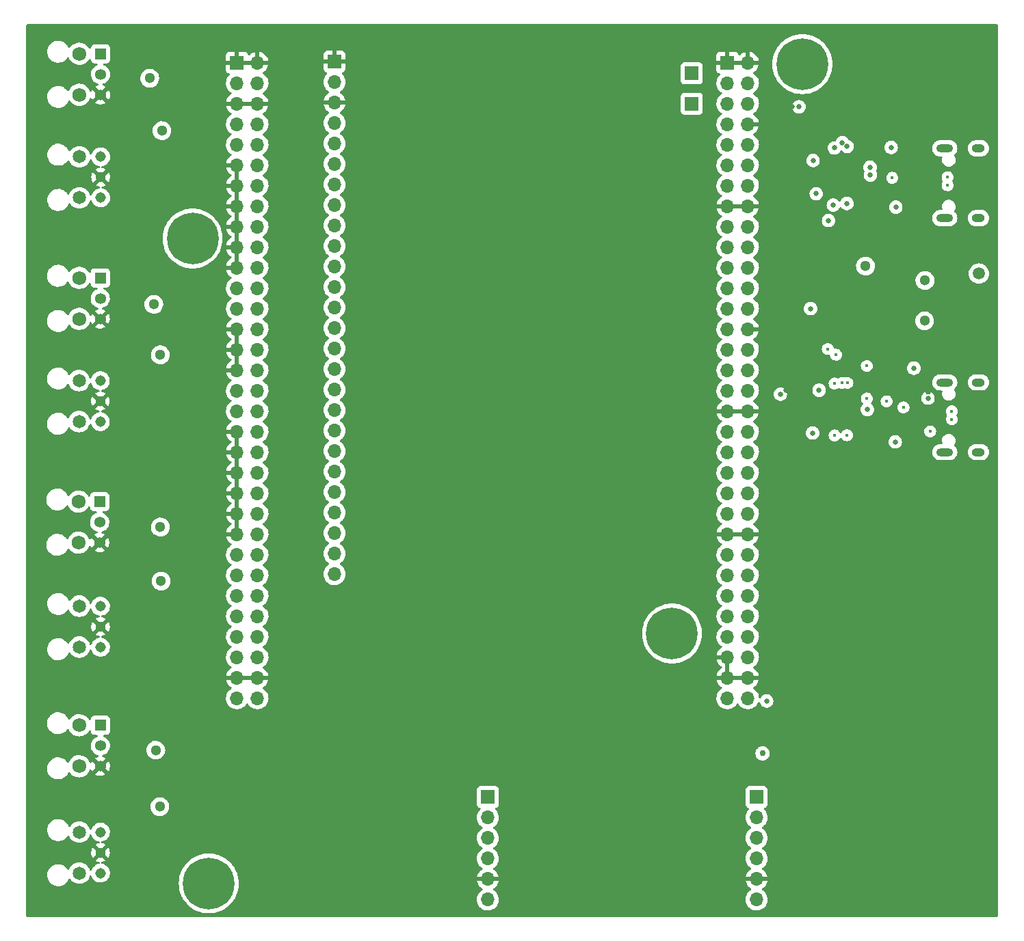
<source format=gbr>
%TF.GenerationSoftware,KiCad,Pcbnew,(6.0.7)*%
%TF.CreationDate,2022-08-05T19:12:45-07:00*%
%TF.ProjectId,adatface_baseboard,61646174-6661-4636-955f-62617365626f,rev?*%
%TF.SameCoordinates,Original*%
%TF.FileFunction,Copper,L2,Inr*%
%TF.FilePolarity,Positive*%
%FSLAX46Y46*%
G04 Gerber Fmt 4.6, Leading zero omitted, Abs format (unit mm)*
G04 Created by KiCad (PCBNEW (6.0.7)) date 2022-08-05 19:12:45*
%MOMM*%
%LPD*%
G01*
G04 APERTURE LIST*
%TA.AperFunction,ComponentPad*%
%ADD10C,1.308000*%
%TD*%
%TA.AperFunction,ComponentPad*%
%ADD11C,1.300000*%
%TD*%
%TA.AperFunction,ComponentPad*%
%ADD12C,1.650000*%
%TD*%
%TA.AperFunction,ComponentPad*%
%ADD13R,1.358000X1.358000*%
%TD*%
%TA.AperFunction,ComponentPad*%
%ADD14C,1.358000*%
%TD*%
%TA.AperFunction,ComponentPad*%
%ADD15C,1.725000*%
%TD*%
%TA.AperFunction,ComponentPad*%
%ADD16C,0.800000*%
%TD*%
%TA.AperFunction,ComponentPad*%
%ADD17C,6.400000*%
%TD*%
%TA.AperFunction,ComponentPad*%
%ADD18R,1.700000X1.700000*%
%TD*%
%TA.AperFunction,ComponentPad*%
%ADD19O,1.700000X1.700000*%
%TD*%
%TA.AperFunction,ComponentPad*%
%ADD20O,2.100000X1.000000*%
%TD*%
%TA.AperFunction,ComponentPad*%
%ADD21O,1.600000X1.000000*%
%TD*%
%TA.AperFunction,ViaPad*%
%ADD22C,0.450000*%
%TD*%
%TA.AperFunction,ViaPad*%
%ADD23C,1.500000*%
%TD*%
%TA.AperFunction,ViaPad*%
%ADD24C,0.650000*%
%TD*%
%TA.AperFunction,ViaPad*%
%ADD25C,1.300000*%
%TD*%
%TA.AperFunction,ViaPad*%
%ADD26C,0.950000*%
%TD*%
%TA.AperFunction,ViaPad*%
%ADD27C,0.750000*%
%TD*%
G04 APERTURE END LIST*
D10*
%TO.N,Net-(C1-Pad2)*%
%TO.C,U1*%
X51056023Y-137249033D03*
D11*
%TO.N,GND*%
X51056023Y-139789033D03*
D10*
%TO.N,/TOSLINK1_RX*%
X51056023Y-142329033D03*
D12*
%TO.N,N/C*%
X48426023Y-137249033D03*
X48426023Y-142329033D03*
%TD*%
D13*
%TO.N,/TOSLINK4_TX*%
%TO.C,TR2*%
X51050408Y-40817745D03*
D14*
%TO.N,+3V3*%
X51050408Y-43357745D03*
%TO.N,GND*%
X51050408Y-45897745D03*
D15*
%TO.N,unconnected-(TR2-Pad4)*%
X48430408Y-40817745D03*
%TO.N,unconnected-(TR2-Pad5)*%
X48430408Y-45897745D03*
%TD*%
D13*
%TO.N,/TOSLINK3_TX*%
%TO.C,TR3*%
X51026111Y-68581385D03*
D14*
%TO.N,+3V3*%
X51026111Y-71121385D03*
%TO.N,GND*%
X51026111Y-73661385D03*
D15*
%TO.N,unconnected-(TR3-Pad4)*%
X48406111Y-68581385D03*
%TO.N,unconnected-(TR3-Pad5)*%
X48406111Y-73661385D03*
%TD*%
D16*
%TO.N,N/C*%
%TO.C,H3*%
X60050000Y-63700000D03*
X64147056Y-62002944D03*
X64850000Y-63700000D03*
X60752944Y-62002944D03*
X64147056Y-65397056D03*
D17*
X62450000Y-63700000D03*
D16*
X62450000Y-66100000D03*
X60752944Y-65397056D03*
X62450000Y-61300000D03*
%TD*%
%TO.N,N/C*%
%TO.C,H4*%
X121793000Y-115049000D03*
X123490056Y-110951944D03*
X124193000Y-112649000D03*
X123490056Y-114346056D03*
X120095944Y-110951944D03*
D17*
X121793000Y-112649000D03*
D16*
X121793000Y-110249000D03*
X119393000Y-112649000D03*
X120095944Y-114346056D03*
%TD*%
D10*
%TO.N,Net-(C2-Pad2)*%
%TO.C,U2*%
X51070408Y-53580245D03*
D11*
%TO.N,GND*%
X51070408Y-56120245D03*
D10*
%TO.N,/TOSLINK4_RX*%
X51070408Y-58660245D03*
D12*
%TO.N,N/C*%
X48440408Y-53580245D03*
X48440408Y-58660245D03*
%TD*%
D18*
%TO.N,GND*%
%TO.C,J3*%
X128650000Y-41910000D03*
D19*
X131190000Y-41910000D03*
%TO.N,+3V3*%
X128650000Y-44450000D03*
X131190000Y-44450000D03*
%TO.N,Net-(J3-Pad5)*%
X128650000Y-46990000D03*
%TO.N,Net-(J3-Pad6)*%
X131190000Y-46990000D03*
%TO.N,/USB2_CLK*%
X128650000Y-49530000D03*
%TO.N,GND*%
X131190000Y-49530000D03*
%TO.N,/USB2_STP*%
X128650000Y-52070000D03*
%TO.N,/USB2_VBUS_PIN*%
X131190000Y-52070000D03*
%TO.N,/USB2_DIR*%
X128650000Y-54610000D03*
%TO.N,/USB2_ID*%
X131190000Y-54610000D03*
%TO.N,/USB2_NXT*%
X128650000Y-57150000D03*
%TO.N,/USB2_RESET*%
X131190000Y-57150000D03*
%TO.N,GND*%
X128650000Y-59690000D03*
X131190000Y-59690000D03*
%TO.N,/USB2_DATA0*%
X128650000Y-62230000D03*
%TO.N,/USB2_DATA1*%
X131190000Y-62230000D03*
%TO.N,/USB2_DATA2*%
X128650000Y-64770000D03*
%TO.N,/USB2_DATA3*%
X131190000Y-64770000D03*
%TO.N,/USB2_DATA4*%
X128650000Y-67310000D03*
%TO.N,/USB2_DATA5*%
X131190000Y-67310000D03*
%TO.N,/USB2_DATA6*%
X128650000Y-69850000D03*
%TO.N,/USB2_DATA7*%
X131190000Y-69850000D03*
%TO.N,/USB2_SBU1*%
X128650000Y-72390000D03*
%TO.N,/USB2_SBU2*%
X131190000Y-72390000D03*
%TO.N,/USB1_CLK*%
X128650000Y-74930000D03*
%TO.N,GND*%
X131190000Y-74930000D03*
%TO.N,/USB1_STP*%
X128650000Y-77470000D03*
%TO.N,/USB1_VBUS_PIN*%
X131190000Y-77470000D03*
%TO.N,/USB1_DIR*%
X128650000Y-80010000D03*
%TO.N,/USB1_ID*%
X131190000Y-80010000D03*
%TO.N,/USB1_NXT*%
X128650000Y-82550000D03*
%TO.N,/USB1_RESET*%
X131190000Y-82550000D03*
%TO.N,GND*%
X128650000Y-85090000D03*
X131190000Y-85090000D03*
%TO.N,/USB1_DATA0*%
X128650000Y-87630000D03*
%TO.N,/USB1_DATA1*%
X131190000Y-87630000D03*
%TO.N,/USB1_DATA2*%
X128650000Y-90170000D03*
%TO.N,/USB1_DATA3*%
X131190000Y-90170000D03*
%TO.N,/USB1_DATA4*%
X128650000Y-92710000D03*
%TO.N,/USB1_DATA5*%
X131190000Y-92710000D03*
%TO.N,/USB1_DATA6*%
X128650000Y-95250000D03*
%TO.N,/USB1_DATA7*%
X131190000Y-95250000D03*
%TO.N,/USB1_SBU1*%
X128650000Y-97790000D03*
%TO.N,/USB1_SBU2*%
X131190000Y-97790000D03*
%TO.N,GND*%
X128650000Y-100330000D03*
X131190000Y-100330000D03*
%TO.N,/USB2_ACTIVE*%
X128650000Y-102870000D03*
%TO.N,/USB2_SUSPENDED_N*%
X131190000Y-102870000D03*
%TO.N,/USB1_ACTIVE*%
X128650000Y-105410000D03*
%TO.N,/USB1_SUSPENDED_N*%
X131190000Y-105410000D03*
%TO.N,/SYNC3*%
X128650000Y-107950000D03*
%TO.N,/SYNC4*%
X131190000Y-107950000D03*
%TO.N,/SYNC1*%
X128650000Y-110490000D03*
%TO.N,/SYNC2*%
X131190000Y-110490000D03*
%TO.N,/USB1*%
X128650000Y-113030000D03*
%TO.N,/USB2*%
X131190000Y-113030000D03*
%TO.N,GND*%
X128650000Y-115570000D03*
%TO.N,/HOST*%
X131190000Y-115570000D03*
%TO.N,GND*%
X128650000Y-118110000D03*
X131190000Y-118110000D03*
%TO.N,+5V*%
X128650000Y-120650000D03*
X131190000Y-120650000D03*
%TD*%
D18*
%TO.N,GND*%
%TO.C,J7*%
X80010000Y-41783000D03*
D19*
%TO.N,+3V3*%
X80010000Y-44323000D03*
%TO.N,GND*%
X80010000Y-46863000D03*
%TO.N,Net-(J2-Pad8)*%
X80010000Y-49403000D03*
%TO.N,Net-(J2-Pad10)*%
X80010000Y-51943000D03*
%TO.N,Net-(J2-Pad12)*%
X80010000Y-54483000D03*
%TO.N,Net-(J2-Pad14)*%
X80010000Y-57023000D03*
%TO.N,Net-(J2-Pad16)*%
X80010000Y-59563000D03*
%TO.N,Net-(J2-Pad18)*%
X80010000Y-62103000D03*
%TO.N,Net-(J2-Pad20)*%
X80010000Y-64643000D03*
%TO.N,Net-(J2-Pad22)*%
X80010000Y-67183000D03*
%TO.N,Net-(J2-Pad24)*%
X80010000Y-69723000D03*
%TO.N,Net-(J2-Pad26)*%
X80010000Y-72263000D03*
%TO.N,Net-(J2-Pad28)*%
X80010000Y-74803000D03*
%TO.N,Net-(J2-Pad30)*%
X80010000Y-77343000D03*
%TO.N,Net-(J2-Pad32)*%
X80010000Y-79883000D03*
%TO.N,Net-(J2-Pad34)*%
X80010000Y-82423000D03*
%TO.N,Net-(J2-Pad36)*%
X80010000Y-84963000D03*
%TO.N,Net-(J2-Pad38)*%
X80010000Y-87503000D03*
%TO.N,Net-(J2-Pad40)*%
X80010000Y-90043000D03*
%TO.N,Net-(J2-Pad42)*%
X80010000Y-92583000D03*
%TO.N,Net-(J2-Pad44)*%
X80010000Y-95123000D03*
%TO.N,Net-(J2-Pad46)*%
X80010000Y-97663000D03*
%TO.N,Net-(J2-Pad48)*%
X80010000Y-100203000D03*
%TO.N,Net-(J2-Pad50)*%
X80010000Y-102743000D03*
%TO.N,Net-(J2-Pad52)*%
X80010000Y-105283000D03*
%TD*%
D18*
%TO.N,/I2S2_SCK*%
%TO.C,J6*%
X99000000Y-132900000D03*
D19*
%TO.N,/I2S2_BCK*%
X99000000Y-135440000D03*
%TO.N,/I2S2_DIN*%
X99000000Y-137980000D03*
%TO.N,/I2S2_LRCK*%
X99000000Y-140520000D03*
%TO.N,GND*%
X99000000Y-143060000D03*
%TO.N,+5V*%
X99000000Y-145600000D03*
%TD*%
D20*
%TO.N,Net-(J4-PadS1)*%
%TO.C,J4*%
X155545000Y-90170000D03*
D21*
X159725000Y-90170000D03*
X159725000Y-81530000D03*
D20*
X155545000Y-81530000D03*
%TD*%
D10*
%TO.N,Net-(C3-Pad2)*%
%TO.C,U3*%
X51030000Y-81310000D03*
D11*
%TO.N,GND*%
X51030000Y-83850000D03*
D10*
%TO.N,/TOSLINK3_RX*%
X51030000Y-86390000D03*
D12*
%TO.N,N/C*%
X48400000Y-81310000D03*
X48400000Y-86390000D03*
%TD*%
D18*
%TO.N,Net-(J3-Pad6)*%
%TO.C,J9*%
X124250000Y-43250000D03*
%TD*%
D16*
%TO.N,N/C*%
%TO.C,H2*%
X62752944Y-141902944D03*
X66850000Y-143600000D03*
X64450000Y-146000000D03*
X66147056Y-145297056D03*
X64450000Y-141200000D03*
X66147056Y-141902944D03*
X62752944Y-145297056D03*
X62050000Y-143600000D03*
D17*
X64450000Y-143600000D03*
%TD*%
D18*
%TO.N,/I2S1_SCK*%
%TO.C,J1*%
X132250000Y-132900000D03*
D19*
%TO.N,/I2S1_BCK*%
X132250000Y-135440000D03*
%TO.N,/I2S1_DIN*%
X132250000Y-137980000D03*
%TO.N,/I2S1_LRCK*%
X132250000Y-140520000D03*
%TO.N,GND*%
X132250000Y-143060000D03*
%TO.N,+5V*%
X132250000Y-145600000D03*
%TD*%
D13*
%TO.N,/TOSLINK2_TX*%
%TO.C,TR4*%
X50946530Y-96303594D03*
D14*
%TO.N,+3V3*%
X50946530Y-98843594D03*
%TO.N,GND*%
X50946530Y-101383594D03*
D15*
%TO.N,unconnected-(TR4-Pad4)*%
X48326530Y-96303594D03*
%TO.N,unconnected-(TR4-Pad5)*%
X48326530Y-101383594D03*
%TD*%
D18*
%TO.N,Net-(J3-Pad5)*%
%TO.C,J8*%
X124250000Y-47000000D03*
%TD*%
D17*
%TO.N,N/C*%
%TO.C,H1*%
X137925000Y-42100000D03*
D16*
X137925000Y-39700000D03*
X137925000Y-44500000D03*
X140325000Y-42100000D03*
X139622056Y-43797056D03*
X136227944Y-40402944D03*
X135525000Y-42100000D03*
X136227944Y-43797056D03*
X139622056Y-40402944D03*
%TD*%
D10*
%TO.N,Net-(C4-Pad2)*%
%TO.C,U4*%
X51056023Y-109249033D03*
D11*
%TO.N,GND*%
X51056023Y-111789033D03*
D10*
%TO.N,/TOSLINK2_RX*%
X51056023Y-114329033D03*
D12*
%TO.N,N/C*%
X48426023Y-109249033D03*
X48426023Y-114329033D03*
%TD*%
D13*
%TO.N,/TOSLINK1_TX*%
%TO.C,TR1*%
X51036023Y-124011533D03*
D14*
%TO.N,+3V3*%
X51036023Y-126551533D03*
%TO.N,GND*%
X51036023Y-129091533D03*
D15*
%TO.N,unconnected-(TR1-Pad4)*%
X48416023Y-124011533D03*
%TO.N,unconnected-(TR1-Pad5)*%
X48416023Y-129091533D03*
%TD*%
D18*
%TO.N,GND*%
%TO.C,J2*%
X67945000Y-41910000D03*
D19*
X70485000Y-41910000D03*
%TO.N,+3V3*%
X67945000Y-44450000D03*
X70485000Y-44450000D03*
%TO.N,GND*%
X67945000Y-46990000D03*
X70485000Y-46990000D03*
%TO.N,/TOSLINK4_TX*%
X67945000Y-49530000D03*
%TO.N,Net-(J2-Pad8)*%
X70485000Y-49530000D03*
%TO.N,/TOSLINK4_RX*%
X67945000Y-52070000D03*
%TO.N,Net-(J2-Pad10)*%
X70485000Y-52070000D03*
%TO.N,GND*%
X67945000Y-54610000D03*
%TO.N,Net-(J2-Pad12)*%
X70485000Y-54610000D03*
%TO.N,GND*%
X67945000Y-57150000D03*
%TO.N,Net-(J2-Pad14)*%
X70485000Y-57150000D03*
%TO.N,GND*%
X67945000Y-59690000D03*
%TO.N,Net-(J2-Pad16)*%
X70485000Y-59690000D03*
%TO.N,GND*%
X67945000Y-62230000D03*
%TO.N,Net-(J2-Pad18)*%
X70485000Y-62230000D03*
%TO.N,GND*%
X67945000Y-64770000D03*
%TO.N,Net-(J2-Pad20)*%
X70485000Y-64770000D03*
%TO.N,GND*%
X67945000Y-67310000D03*
%TO.N,Net-(J2-Pad22)*%
X70485000Y-67310000D03*
%TO.N,/TOSLINK3_TX*%
X67945000Y-69850000D03*
%TO.N,Net-(J2-Pad24)*%
X70485000Y-69850000D03*
%TO.N,/TOSLINK3_RX*%
X67945000Y-72390000D03*
%TO.N,Net-(J2-Pad26)*%
X70485000Y-72390000D03*
%TO.N,GND*%
X67945000Y-74930000D03*
%TO.N,Net-(J2-Pad28)*%
X70485000Y-74930000D03*
%TO.N,GND*%
X67945000Y-77470000D03*
%TO.N,Net-(J2-Pad30)*%
X70485000Y-77470000D03*
%TO.N,GND*%
X67945000Y-80010000D03*
%TO.N,Net-(J2-Pad32)*%
X70485000Y-80010000D03*
%TO.N,/TOSLINK2_TX*%
X67945000Y-82550000D03*
%TO.N,Net-(J2-Pad34)*%
X70485000Y-82550000D03*
%TO.N,/TOSLINK2_RX*%
X67945000Y-85090000D03*
%TO.N,Net-(J2-Pad36)*%
X70485000Y-85090000D03*
%TO.N,GND*%
X67945000Y-87630000D03*
%TO.N,Net-(J2-Pad38)*%
X70485000Y-87630000D03*
%TO.N,GND*%
X67945000Y-90170000D03*
%TO.N,Net-(J2-Pad40)*%
X70485000Y-90170000D03*
%TO.N,GND*%
X67945000Y-92710000D03*
%TO.N,Net-(J2-Pad42)*%
X70485000Y-92710000D03*
%TO.N,GND*%
X67945000Y-95250000D03*
%TO.N,Net-(J2-Pad44)*%
X70485000Y-95250000D03*
%TO.N,GND*%
X67945000Y-97790000D03*
%TO.N,Net-(J2-Pad46)*%
X70485000Y-97790000D03*
%TO.N,GND*%
X67945000Y-100330000D03*
%TO.N,Net-(J2-Pad48)*%
X70485000Y-100330000D03*
%TO.N,/TOSLINK1_TX*%
X67945000Y-102870000D03*
%TO.N,Net-(J2-Pad50)*%
X70485000Y-102870000D03*
%TO.N,/TOSLINK1_RX*%
X67945000Y-105410000D03*
%TO.N,Net-(J2-Pad52)*%
X70485000Y-105410000D03*
%TO.N,/I2S1_SCK*%
X67945000Y-107950000D03*
%TO.N,/I2S1_BCK*%
X70485000Y-107950000D03*
%TO.N,/I2S1_DIN*%
X67945000Y-110490000D03*
%TO.N,/I2S1_LRCK*%
X70485000Y-110490000D03*
%TO.N,/I2S2_SCK*%
X67945000Y-113030000D03*
%TO.N,/I2S2_BCK*%
X70485000Y-113030000D03*
%TO.N,/I2S2_DIN*%
X67945000Y-115570000D03*
%TO.N,/I2S2_LRCK*%
X70485000Y-115570000D03*
%TO.N,GND*%
X67945000Y-118110000D03*
X70485000Y-118110000D03*
%TO.N,+5V*%
X67945000Y-120650000D03*
X70485000Y-120650000D03*
%TD*%
D20*
%TO.N,Net-(J5-PadS1)*%
%TO.C,J5*%
X155545000Y-52530000D03*
D21*
X159725000Y-61170000D03*
X159725000Y-52530000D03*
D20*
X155545000Y-61170000D03*
%TD*%
D22*
%TO.N,GND*%
X143650000Y-54850000D03*
D23*
X155000000Y-97250000D03*
D24*
X136652000Y-47371000D03*
D22*
X141754384Y-83960199D03*
D25*
X150450000Y-73100000D03*
D22*
X143650000Y-55850000D03*
X142750000Y-85950000D03*
D24*
X148500000Y-74250000D03*
D26*
X144850000Y-63275000D03*
D22*
X142650000Y-56850000D03*
X136100000Y-55600000D03*
D27*
X153523548Y-82658530D03*
D23*
X155000000Y-99300000D03*
D27*
X153499120Y-89063400D03*
D26*
X159600000Y-119900000D03*
D24*
X144800000Y-48750000D03*
D22*
X141650000Y-54850000D03*
X141750000Y-84850000D03*
D24*
X135710000Y-53680000D03*
D22*
X141650000Y-55850000D03*
D27*
X153898677Y-53636600D03*
D22*
X142750000Y-83800000D03*
X143650000Y-84850000D03*
X141750000Y-85950000D03*
D24*
X137980000Y-80730000D03*
X137400000Y-51740000D03*
D22*
X143650000Y-85950000D03*
D23*
X154700000Y-102000000D03*
D22*
X142750000Y-84850000D03*
D26*
X149420000Y-53910000D03*
D24*
X149412500Y-87200000D03*
D22*
X143650000Y-56850000D03*
D24*
X135880000Y-82500000D03*
X146825000Y-81975000D03*
X149425000Y-90525000D03*
D22*
X139300000Y-49600000D03*
X143650000Y-83800000D03*
X141650000Y-56850000D03*
D25*
X155650000Y-63850000D03*
D24*
X147520000Y-52640000D03*
D22*
X142650000Y-55850000D03*
X142650000Y-54850000D03*
D25*
X155400000Y-79250000D03*
D26*
X152400000Y-62550000D03*
D25*
X157750000Y-73800000D03*
D26*
X147841950Y-58391950D03*
D27*
X153949120Y-60063400D03*
D25*
%TO.N,+3V3*%
X58550000Y-106150000D03*
X57650000Y-71850000D03*
D22*
X143450000Y-88075000D03*
D24*
X139650000Y-58150000D03*
X143444882Y-59361800D03*
X139250000Y-54036600D03*
D22*
X141925000Y-88100000D03*
D25*
X58650000Y-50343750D03*
X58450000Y-78112500D03*
D24*
X141770974Y-59550794D03*
D25*
X153100000Y-68900000D03*
X57900000Y-127100000D03*
X153050000Y-73900000D03*
D24*
X140000000Y-82500000D03*
D25*
X58450000Y-99450000D03*
D24*
X139200000Y-87800000D03*
D25*
X58400000Y-134100000D03*
X57150000Y-43850000D03*
D24*
X146350000Y-55850000D03*
X145975000Y-84900000D03*
D23*
%TO.N,+1V8*%
X159775000Y-68050000D03*
D25*
X145737840Y-67109048D03*
D22*
X142838164Y-81606489D03*
D24*
X141874979Y-52475614D03*
D22*
X141911363Y-81660000D03*
D24*
X142878067Y-51832956D03*
D27*
%TO.N,/HOST*%
X133000000Y-127500000D03*
D24*
%TO.N,/USB2*%
X133500000Y-121000000D03*
%TO.N,/USB2_VBUS_PIN*%
X141175000Y-61475000D03*
%TO.N,/USB2_ID*%
X137490000Y-47380000D03*
%TO.N,/USB2_RESET*%
X143471811Y-52297841D03*
D22*
%TO.N,/USB2_SBU1*%
X149050000Y-56175000D03*
D24*
%TO.N,Net-(R19-Pad2)*%
X148912500Y-52427598D03*
X146310000Y-54890000D03*
D22*
%TO.N,Net-(R20-Pad2)*%
X148350000Y-83875000D03*
D24*
X149425000Y-88900000D03*
D22*
%TO.N,/USB2_D+*%
X155900000Y-57100000D03*
X155900000Y-56100000D03*
D24*
%TO.N,/USB2_SBU2*%
X138950098Y-72390000D03*
X149490000Y-59810000D03*
%TO.N,/USB1_VBUS*%
X151730000Y-79770000D03*
X153470000Y-83480000D03*
D22*
%TO.N,/USB1_VBUS_PIN*%
X141075000Y-77400000D03*
%TO.N,/USB1_ID*%
X142100000Y-78100000D03*
X145910000Y-83530000D03*
X145900000Y-79490000D03*
D24*
%TO.N,/USB1_RESET*%
X135200000Y-83000000D03*
D22*
X143500000Y-81600000D03*
%TO.N,/USB1_SBU1*%
X150450000Y-84625000D03*
%TO.N,/USB1_SBU2*%
X153750000Y-87600000D03*
%TO.N,/USB1_D+*%
X156425000Y-86100000D03*
X156425000Y-85100000D03*
%TD*%
%TA.AperFunction,Conductor*%
%TO.N,GND*%
G36*
X162083621Y-37178502D02*
G01*
X162130114Y-37232158D01*
X162141500Y-37284500D01*
X162141500Y-147615500D01*
X162121498Y-147683621D01*
X162067842Y-147730114D01*
X162015500Y-147741500D01*
X41984500Y-147741500D01*
X41916379Y-147721498D01*
X41869886Y-147667842D01*
X41858500Y-147615500D01*
X41858500Y-142524807D01*
X44454125Y-142524807D01*
X44454325Y-142530136D01*
X44454325Y-142530138D01*
X44457007Y-142601576D01*
X44462774Y-142755191D01*
X44510116Y-142980824D01*
X44512074Y-142985783D01*
X44512075Y-142985785D01*
X44513859Y-142990301D01*
X44594799Y-143195254D01*
X44597566Y-143199813D01*
X44597567Y-143199816D01*
X44669267Y-143317973D01*
X44714400Y-143392350D01*
X44717897Y-143396380D01*
X44856991Y-143556672D01*
X44865500Y-143566478D01*
X44892142Y-143588323D01*
X45039650Y-143709273D01*
X45039656Y-143709277D01*
X45043778Y-143712657D01*
X45048414Y-143715296D01*
X45048417Y-143715298D01*
X45121999Y-143757183D01*
X45244137Y-143826708D01*
X45460848Y-143905370D01*
X45466097Y-143906319D01*
X45466100Y-143906320D01*
X45683631Y-143945656D01*
X45683638Y-143945657D01*
X45687715Y-143946394D01*
X45705437Y-143947230D01*
X45710379Y-143947463D01*
X45710386Y-143947463D01*
X45711867Y-143947533D01*
X45873913Y-143947533D01*
X45940832Y-143941855D01*
X46040432Y-143933404D01*
X46040436Y-143933403D01*
X46045743Y-143932953D01*
X46050898Y-143931615D01*
X46050904Y-143931614D01*
X46263726Y-143876376D01*
X46263730Y-143876375D01*
X46268895Y-143875034D01*
X46273761Y-143872842D01*
X46273764Y-143872841D01*
X46474225Y-143782540D01*
X46479098Y-143780345D01*
X46670342Y-143651592D01*
X46674349Y-143647770D01*
X46763792Y-143562445D01*
X46837158Y-143492457D01*
X46974777Y-143307491D01*
X46984945Y-143287493D01*
X47076845Y-143106737D01*
X47079263Y-143101982D01*
X47082979Y-143090013D01*
X47122283Y-143030890D01*
X47187312Y-143002400D01*
X47257421Y-143013590D01*
X47306524Y-143055109D01*
X47400601Y-143189465D01*
X47565591Y-143354455D01*
X47570099Y-143357612D01*
X47570102Y-143357614D01*
X47752217Y-143485132D01*
X47756726Y-143488289D01*
X47761708Y-143490612D01*
X47761713Y-143490615D01*
X47924402Y-143566478D01*
X47968197Y-143586900D01*
X47973505Y-143588322D01*
X47973507Y-143588323D01*
X48188264Y-143645867D01*
X48188266Y-143645867D01*
X48193579Y-143647291D01*
X48426023Y-143667627D01*
X48658467Y-143647291D01*
X48663780Y-143645867D01*
X48663782Y-143645867D01*
X48834960Y-143600000D01*
X60736411Y-143600000D01*
X60756754Y-143988176D01*
X60757267Y-143991416D01*
X60757268Y-143991424D01*
X60774012Y-144097139D01*
X60817562Y-144372099D01*
X60918167Y-144747562D01*
X61057468Y-145110453D01*
X61058966Y-145113393D01*
X61193465Y-145377361D01*
X61233938Y-145456794D01*
X61235734Y-145459560D01*
X61235736Y-145459563D01*
X61329122Y-145603365D01*
X61445643Y-145782793D01*
X61690266Y-146084876D01*
X61965124Y-146359734D01*
X62267207Y-146604357D01*
X62269970Y-146606152D01*
X62269971Y-146606152D01*
X62527162Y-146773173D01*
X62593205Y-146816062D01*
X62596139Y-146817557D01*
X62596146Y-146817561D01*
X62861046Y-146952534D01*
X62939547Y-146992532D01*
X63302438Y-147131833D01*
X63677901Y-147232438D01*
X63881793Y-147264732D01*
X64058576Y-147292732D01*
X64058584Y-147292733D01*
X64061824Y-147293246D01*
X64450000Y-147313589D01*
X64838176Y-147293246D01*
X64841416Y-147292733D01*
X64841424Y-147292732D01*
X65018207Y-147264732D01*
X65222099Y-147232438D01*
X65597562Y-147131833D01*
X65960453Y-146992532D01*
X66038954Y-146952534D01*
X66303854Y-146817561D01*
X66303861Y-146817557D01*
X66306795Y-146816062D01*
X66372839Y-146773173D01*
X66630029Y-146606152D01*
X66630030Y-146606152D01*
X66632793Y-146604357D01*
X66934876Y-146359734D01*
X67209734Y-146084876D01*
X67454357Y-145782793D01*
X67570878Y-145603365D01*
X67594692Y-145566695D01*
X97637251Y-145566695D01*
X97637548Y-145571848D01*
X97637548Y-145571851D01*
X97649711Y-145782793D01*
X97650110Y-145789715D01*
X97651247Y-145794761D01*
X97651248Y-145794767D01*
X97671119Y-145882939D01*
X97699222Y-146007639D01*
X97783266Y-146214616D01*
X97785965Y-146219020D01*
X97873466Y-146361809D01*
X97899987Y-146405088D01*
X98046250Y-146573938D01*
X98218126Y-146716632D01*
X98411000Y-146829338D01*
X98619692Y-146909030D01*
X98624760Y-146910061D01*
X98624763Y-146910062D01*
X98732017Y-146931883D01*
X98838597Y-146953567D01*
X98843772Y-146953757D01*
X98843774Y-146953757D01*
X99056673Y-146961564D01*
X99056677Y-146961564D01*
X99061837Y-146961753D01*
X99066957Y-146961097D01*
X99066959Y-146961097D01*
X99278288Y-146934025D01*
X99278289Y-146934025D01*
X99283416Y-146933368D01*
X99288366Y-146931883D01*
X99492429Y-146870661D01*
X99492434Y-146870659D01*
X99497384Y-146869174D01*
X99697994Y-146770896D01*
X99879860Y-146641173D01*
X100038096Y-146483489D01*
X100097594Y-146400689D01*
X100165435Y-146306277D01*
X100168453Y-146302077D01*
X100267430Y-146101811D01*
X100332370Y-145888069D01*
X100361529Y-145666590D01*
X100363156Y-145600000D01*
X100360418Y-145566695D01*
X130887251Y-145566695D01*
X130887548Y-145571848D01*
X130887548Y-145571851D01*
X130899711Y-145782793D01*
X130900110Y-145789715D01*
X130901247Y-145794761D01*
X130901248Y-145794767D01*
X130921119Y-145882939D01*
X130949222Y-146007639D01*
X131033266Y-146214616D01*
X131035965Y-146219020D01*
X131123466Y-146361809D01*
X131149987Y-146405088D01*
X131296250Y-146573938D01*
X131468126Y-146716632D01*
X131661000Y-146829338D01*
X131869692Y-146909030D01*
X131874760Y-146910061D01*
X131874763Y-146910062D01*
X131982017Y-146931883D01*
X132088597Y-146953567D01*
X132093772Y-146953757D01*
X132093774Y-146953757D01*
X132306673Y-146961564D01*
X132306677Y-146961564D01*
X132311837Y-146961753D01*
X132316957Y-146961097D01*
X132316959Y-146961097D01*
X132528288Y-146934025D01*
X132528289Y-146934025D01*
X132533416Y-146933368D01*
X132538366Y-146931883D01*
X132742429Y-146870661D01*
X132742434Y-146870659D01*
X132747384Y-146869174D01*
X132947994Y-146770896D01*
X133129860Y-146641173D01*
X133288096Y-146483489D01*
X133347594Y-146400689D01*
X133415435Y-146306277D01*
X133418453Y-146302077D01*
X133517430Y-146101811D01*
X133582370Y-145888069D01*
X133611529Y-145666590D01*
X133613156Y-145600000D01*
X133594852Y-145377361D01*
X133540431Y-145160702D01*
X133451354Y-144955840D01*
X133330014Y-144768277D01*
X133179670Y-144603051D01*
X133175619Y-144599852D01*
X133175615Y-144599848D01*
X133008414Y-144467800D01*
X133008410Y-144467798D01*
X133004359Y-144464598D01*
X132962569Y-144441529D01*
X132912598Y-144391097D01*
X132897826Y-144321654D01*
X132922942Y-144255248D01*
X132950294Y-144228641D01*
X133125328Y-144103792D01*
X133133200Y-144097139D01*
X133284052Y-143946812D01*
X133290730Y-143938965D01*
X133415003Y-143766020D01*
X133420313Y-143757183D01*
X133514670Y-143566267D01*
X133518469Y-143556672D01*
X133580377Y-143352910D01*
X133582555Y-143342837D01*
X133583986Y-143331962D01*
X133581775Y-143317778D01*
X133568617Y-143314000D01*
X130933225Y-143314000D01*
X130919694Y-143317973D01*
X130918257Y-143327966D01*
X130948565Y-143462446D01*
X130951645Y-143472275D01*
X131031770Y-143669603D01*
X131036413Y-143678794D01*
X131147694Y-143860388D01*
X131153777Y-143868699D01*
X131293213Y-144029667D01*
X131300580Y-144036883D01*
X131464434Y-144172916D01*
X131472881Y-144178831D01*
X131541969Y-144219203D01*
X131590693Y-144270842D01*
X131603764Y-144340625D01*
X131577033Y-144406396D01*
X131536584Y-144439752D01*
X131523607Y-144446507D01*
X131519474Y-144449610D01*
X131519471Y-144449612D01*
X131495247Y-144467800D01*
X131344965Y-144580635D01*
X131190629Y-144742138D01*
X131064743Y-144926680D01*
X131049003Y-144960590D01*
X130979439Y-145110453D01*
X130970688Y-145129305D01*
X130910989Y-145344570D01*
X130887251Y-145566695D01*
X100360418Y-145566695D01*
X100344852Y-145377361D01*
X100290431Y-145160702D01*
X100201354Y-144955840D01*
X100080014Y-144768277D01*
X99929670Y-144603051D01*
X99925619Y-144599852D01*
X99925615Y-144599848D01*
X99758414Y-144467800D01*
X99758410Y-144467798D01*
X99754359Y-144464598D01*
X99712569Y-144441529D01*
X99662598Y-144391097D01*
X99647826Y-144321654D01*
X99672942Y-144255248D01*
X99700294Y-144228641D01*
X99875328Y-144103792D01*
X99883200Y-144097139D01*
X100034052Y-143946812D01*
X100040730Y-143938965D01*
X100165003Y-143766020D01*
X100170313Y-143757183D01*
X100264670Y-143566267D01*
X100268469Y-143556672D01*
X100330377Y-143352910D01*
X100332555Y-143342837D01*
X100333986Y-143331962D01*
X100331775Y-143317778D01*
X100318617Y-143314000D01*
X97683225Y-143314000D01*
X97669694Y-143317973D01*
X97668257Y-143327966D01*
X97698565Y-143462446D01*
X97701645Y-143472275D01*
X97781770Y-143669603D01*
X97786413Y-143678794D01*
X97897694Y-143860388D01*
X97903777Y-143868699D01*
X98043213Y-144029667D01*
X98050580Y-144036883D01*
X98214434Y-144172916D01*
X98222881Y-144178831D01*
X98291969Y-144219203D01*
X98340693Y-144270842D01*
X98353764Y-144340625D01*
X98327033Y-144406396D01*
X98286584Y-144439752D01*
X98273607Y-144446507D01*
X98269474Y-144449610D01*
X98269471Y-144449612D01*
X98245247Y-144467800D01*
X98094965Y-144580635D01*
X97940629Y-144742138D01*
X97814743Y-144926680D01*
X97799003Y-144960590D01*
X97729439Y-145110453D01*
X97720688Y-145129305D01*
X97660989Y-145344570D01*
X97637251Y-145566695D01*
X67594692Y-145566695D01*
X67664264Y-145459563D01*
X67664266Y-145459560D01*
X67666062Y-145456794D01*
X67706536Y-145377361D01*
X67841034Y-145113393D01*
X67842532Y-145110453D01*
X67981833Y-144747562D01*
X68082438Y-144372099D01*
X68125988Y-144097139D01*
X68142732Y-143991424D01*
X68142733Y-143991416D01*
X68143246Y-143988176D01*
X68163589Y-143600000D01*
X68143246Y-143211824D01*
X68141345Y-143199816D01*
X68114589Y-143030890D01*
X68082438Y-142827901D01*
X67981833Y-142452438D01*
X67955044Y-142382649D01*
X67843716Y-142092632D01*
X67842532Y-142089547D01*
X67760333Y-141928222D01*
X67667561Y-141746147D01*
X67667557Y-141746140D01*
X67666062Y-141743206D01*
X67650360Y-141719026D01*
X67456152Y-141419971D01*
X67456152Y-141419970D01*
X67454357Y-141417207D01*
X67303373Y-141230758D01*
X67211809Y-141117686D01*
X67211806Y-141117682D01*
X67209734Y-141115124D01*
X66934876Y-140840266D01*
X66894850Y-140807853D01*
X66635355Y-140597718D01*
X66632793Y-140595643D01*
X66472967Y-140491851D01*
X66465027Y-140486695D01*
X97637251Y-140486695D01*
X97637548Y-140491848D01*
X97637548Y-140491851D01*
X97643011Y-140586590D01*
X97650110Y-140709715D01*
X97651247Y-140714761D01*
X97651248Y-140714767D01*
X97663153Y-140767590D01*
X97699222Y-140927639D01*
X97783266Y-141134616D01*
X97830546Y-141211770D01*
X97885649Y-141301690D01*
X97899987Y-141325088D01*
X98046250Y-141493938D01*
X98218126Y-141636632D01*
X98249948Y-141655227D01*
X98291955Y-141679774D01*
X98340679Y-141731412D01*
X98353750Y-141801195D01*
X98327019Y-141866967D01*
X98286562Y-141900327D01*
X98278457Y-141904546D01*
X98269738Y-141910036D01*
X98099433Y-142037905D01*
X98091726Y-142044748D01*
X97944590Y-142198717D01*
X97938104Y-142206727D01*
X97818098Y-142382649D01*
X97813000Y-142391623D01*
X97723338Y-142584783D01*
X97719775Y-142594470D01*
X97664389Y-142794183D01*
X97665912Y-142802607D01*
X97678292Y-142806000D01*
X100318344Y-142806000D01*
X100331875Y-142802027D01*
X100333180Y-142792947D01*
X100291214Y-142625875D01*
X100287894Y-142616124D01*
X100202972Y-142420814D01*
X100198105Y-142411739D01*
X100082426Y-142232926D01*
X100076136Y-142224757D01*
X99932806Y-142067240D01*
X99925273Y-142060215D01*
X99758139Y-141928222D01*
X99749556Y-141922520D01*
X99712602Y-141902120D01*
X99662631Y-141851687D01*
X99647859Y-141782245D01*
X99672975Y-141715839D01*
X99700327Y-141689232D01*
X99748000Y-141655227D01*
X99879860Y-141561173D01*
X99897174Y-141543920D01*
X100034435Y-141407137D01*
X100038096Y-141403489D01*
X100097594Y-141320689D01*
X100165435Y-141226277D01*
X100168453Y-141222077D01*
X100189227Y-141180045D01*
X100265136Y-141026453D01*
X100265137Y-141026451D01*
X100267430Y-141021811D01*
X100332370Y-140808069D01*
X100361529Y-140586590D01*
X100363156Y-140520000D01*
X100360418Y-140486695D01*
X130887251Y-140486695D01*
X130887548Y-140491848D01*
X130887548Y-140491851D01*
X130893011Y-140586590D01*
X130900110Y-140709715D01*
X130901247Y-140714761D01*
X130901248Y-140714767D01*
X130913153Y-140767590D01*
X130949222Y-140927639D01*
X131033266Y-141134616D01*
X131080546Y-141211770D01*
X131135649Y-141301690D01*
X131149987Y-141325088D01*
X131296250Y-141493938D01*
X131468126Y-141636632D01*
X131499948Y-141655227D01*
X131541955Y-141679774D01*
X131590679Y-141731412D01*
X131603750Y-141801195D01*
X131577019Y-141866967D01*
X131536562Y-141900327D01*
X131528457Y-141904546D01*
X131519738Y-141910036D01*
X131349433Y-142037905D01*
X131341726Y-142044748D01*
X131194590Y-142198717D01*
X131188104Y-142206727D01*
X131068098Y-142382649D01*
X131063000Y-142391623D01*
X130973338Y-142584783D01*
X130969775Y-142594470D01*
X130914389Y-142794183D01*
X130915912Y-142802607D01*
X130928292Y-142806000D01*
X133568344Y-142806000D01*
X133581875Y-142802027D01*
X133583180Y-142792947D01*
X133541214Y-142625875D01*
X133537894Y-142616124D01*
X133452972Y-142420814D01*
X133448105Y-142411739D01*
X133332426Y-142232926D01*
X133326136Y-142224757D01*
X133182806Y-142067240D01*
X133175273Y-142060215D01*
X133008139Y-141928222D01*
X132999556Y-141922520D01*
X132962602Y-141902120D01*
X132912631Y-141851687D01*
X132897859Y-141782245D01*
X132922975Y-141715839D01*
X132950327Y-141689232D01*
X132998000Y-141655227D01*
X133129860Y-141561173D01*
X133147174Y-141543920D01*
X133284435Y-141407137D01*
X133288096Y-141403489D01*
X133347594Y-141320689D01*
X133415435Y-141226277D01*
X133418453Y-141222077D01*
X133439227Y-141180045D01*
X133515136Y-141026453D01*
X133515137Y-141026451D01*
X133517430Y-141021811D01*
X133582370Y-140808069D01*
X133611529Y-140586590D01*
X133613156Y-140520000D01*
X133594852Y-140297361D01*
X133540431Y-140080702D01*
X133451354Y-139875840D01*
X133411906Y-139814862D01*
X133332822Y-139692617D01*
X133332820Y-139692614D01*
X133330014Y-139688277D01*
X133179670Y-139523051D01*
X133175619Y-139519852D01*
X133175615Y-139519848D01*
X133008414Y-139387800D01*
X133008410Y-139387798D01*
X133004359Y-139384598D01*
X132963053Y-139361796D01*
X132913084Y-139311364D01*
X132898312Y-139241921D01*
X132923428Y-139175516D01*
X132950780Y-139148909D01*
X132994603Y-139117650D01*
X133129860Y-139021173D01*
X133288096Y-138863489D01*
X133325649Y-138811229D01*
X133415435Y-138686277D01*
X133418453Y-138682077D01*
X133427032Y-138664720D01*
X133515136Y-138486453D01*
X133515137Y-138486451D01*
X133517430Y-138481811D01*
X133562657Y-138332953D01*
X133580865Y-138273023D01*
X133580865Y-138273021D01*
X133582370Y-138268069D01*
X133611529Y-138046590D01*
X133612490Y-138007251D01*
X133613074Y-137983365D01*
X133613074Y-137983361D01*
X133613156Y-137980000D01*
X133594852Y-137757361D01*
X133540431Y-137540702D01*
X133451354Y-137335840D01*
X133330014Y-137148277D01*
X133179670Y-136983051D01*
X133175619Y-136979852D01*
X133175615Y-136979848D01*
X133008414Y-136847800D01*
X133008410Y-136847798D01*
X133004359Y-136844598D01*
X132963053Y-136821796D01*
X132913084Y-136771364D01*
X132898312Y-136701921D01*
X132923428Y-136635516D01*
X132950780Y-136608909D01*
X133004284Y-136570745D01*
X133129860Y-136481173D01*
X133139739Y-136471329D01*
X133284435Y-136327137D01*
X133288096Y-136323489D01*
X133347594Y-136240689D01*
X133415435Y-136146277D01*
X133418453Y-136142077D01*
X133446550Y-136085228D01*
X133515136Y-135946453D01*
X133515137Y-135946451D01*
X133517430Y-135941811D01*
X133582370Y-135728069D01*
X133611529Y-135506590D01*
X133613156Y-135440000D01*
X133594852Y-135217361D01*
X133540431Y-135000702D01*
X133451354Y-134795840D01*
X133411906Y-134734862D01*
X133332822Y-134612617D01*
X133332820Y-134612614D01*
X133330014Y-134608277D01*
X133326532Y-134604450D01*
X133182798Y-134446488D01*
X133151746Y-134382642D01*
X133160141Y-134312143D01*
X133205317Y-134257375D01*
X133231761Y-134243706D01*
X133338297Y-134203767D01*
X133346705Y-134200615D01*
X133463261Y-134113261D01*
X133550615Y-133996705D01*
X133601745Y-133860316D01*
X133608500Y-133798134D01*
X133608500Y-132001866D01*
X133601745Y-131939684D01*
X133550615Y-131803295D01*
X133463261Y-131686739D01*
X133346705Y-131599385D01*
X133210316Y-131548255D01*
X133148134Y-131541500D01*
X131351866Y-131541500D01*
X131289684Y-131548255D01*
X131153295Y-131599385D01*
X131036739Y-131686739D01*
X130949385Y-131803295D01*
X130898255Y-131939684D01*
X130891500Y-132001866D01*
X130891500Y-133798134D01*
X130898255Y-133860316D01*
X130949385Y-133996705D01*
X131036739Y-134113261D01*
X131153295Y-134200615D01*
X131161704Y-134203767D01*
X131161705Y-134203768D01*
X131270451Y-134244535D01*
X131327216Y-134287176D01*
X131351916Y-134353738D01*
X131336709Y-134423087D01*
X131317316Y-134449568D01*
X131190629Y-134582138D01*
X131064743Y-134766680D01*
X131049003Y-134800590D01*
X130994385Y-134918255D01*
X130970688Y-134969305D01*
X130910989Y-135184570D01*
X130887251Y-135406695D01*
X130887548Y-135411848D01*
X130887548Y-135411851D01*
X130893011Y-135506590D01*
X130900110Y-135629715D01*
X130901247Y-135634761D01*
X130901248Y-135634767D01*
X130916330Y-135701690D01*
X130949222Y-135847639D01*
X131033266Y-136054616D01*
X131080546Y-136131770D01*
X131121276Y-136198235D01*
X131149987Y-136245088D01*
X131296250Y-136413938D01*
X131468126Y-136556632D01*
X131492278Y-136570745D01*
X131541445Y-136599476D01*
X131590169Y-136651114D01*
X131603240Y-136720897D01*
X131576509Y-136786669D01*
X131536055Y-136820027D01*
X131523607Y-136826507D01*
X131519474Y-136829610D01*
X131519471Y-136829612D01*
X131495247Y-136847800D01*
X131344965Y-136960635D01*
X131190629Y-137122138D01*
X131064743Y-137306680D01*
X130970688Y-137509305D01*
X130910989Y-137724570D01*
X130887251Y-137946695D01*
X130887548Y-137951848D01*
X130887548Y-137951851D01*
X130899524Y-138159545D01*
X130900110Y-138169715D01*
X130901247Y-138174761D01*
X130901248Y-138174767D01*
X130923845Y-138275034D01*
X130949222Y-138387639D01*
X130998226Y-138508323D01*
X131030234Y-138587148D01*
X131033266Y-138594616D01*
X131035965Y-138599020D01*
X131132106Y-138755908D01*
X131149987Y-138785088D01*
X131296250Y-138953938D01*
X131468126Y-139096632D01*
X131538595Y-139137811D01*
X131541445Y-139139476D01*
X131590169Y-139191114D01*
X131603240Y-139260897D01*
X131576509Y-139326669D01*
X131536055Y-139360027D01*
X131523607Y-139366507D01*
X131519474Y-139369610D01*
X131519471Y-139369612D01*
X131349100Y-139497530D01*
X131344965Y-139500635D01*
X131190629Y-139662138D01*
X131064743Y-139846680D01*
X130970688Y-140049305D01*
X130910989Y-140264570D01*
X130887251Y-140486695D01*
X100360418Y-140486695D01*
X100344852Y-140297361D01*
X100290431Y-140080702D01*
X100201354Y-139875840D01*
X100161906Y-139814862D01*
X100082822Y-139692617D01*
X100082820Y-139692614D01*
X100080014Y-139688277D01*
X99929670Y-139523051D01*
X99925619Y-139519852D01*
X99925615Y-139519848D01*
X99758414Y-139387800D01*
X99758410Y-139387798D01*
X99754359Y-139384598D01*
X99713053Y-139361796D01*
X99663084Y-139311364D01*
X99648312Y-139241921D01*
X99673428Y-139175516D01*
X99700780Y-139148909D01*
X99744603Y-139117650D01*
X99879860Y-139021173D01*
X100038096Y-138863489D01*
X100075649Y-138811229D01*
X100165435Y-138686277D01*
X100168453Y-138682077D01*
X100177032Y-138664720D01*
X100265136Y-138486453D01*
X100265137Y-138486451D01*
X100267430Y-138481811D01*
X100312657Y-138332953D01*
X100330865Y-138273023D01*
X100330865Y-138273021D01*
X100332370Y-138268069D01*
X100361529Y-138046590D01*
X100362490Y-138007251D01*
X100363074Y-137983365D01*
X100363074Y-137983361D01*
X100363156Y-137980000D01*
X100344852Y-137757361D01*
X100290431Y-137540702D01*
X100201354Y-137335840D01*
X100080014Y-137148277D01*
X99929670Y-136983051D01*
X99925619Y-136979852D01*
X99925615Y-136979848D01*
X99758414Y-136847800D01*
X99758410Y-136847798D01*
X99754359Y-136844598D01*
X99713053Y-136821796D01*
X99663084Y-136771364D01*
X99648312Y-136701921D01*
X99673428Y-136635516D01*
X99700780Y-136608909D01*
X99754284Y-136570745D01*
X99879860Y-136481173D01*
X99889739Y-136471329D01*
X100034435Y-136327137D01*
X100038096Y-136323489D01*
X100097594Y-136240689D01*
X100165435Y-136146277D01*
X100168453Y-136142077D01*
X100196550Y-136085228D01*
X100265136Y-135946453D01*
X100265137Y-135946451D01*
X100267430Y-135941811D01*
X100332370Y-135728069D01*
X100361529Y-135506590D01*
X100363156Y-135440000D01*
X100344852Y-135217361D01*
X100290431Y-135000702D01*
X100201354Y-134795840D01*
X100161906Y-134734862D01*
X100082822Y-134612617D01*
X100082820Y-134612614D01*
X100080014Y-134608277D01*
X100076532Y-134604450D01*
X99932798Y-134446488D01*
X99901746Y-134382642D01*
X99910141Y-134312143D01*
X99955317Y-134257375D01*
X99981761Y-134243706D01*
X100088297Y-134203767D01*
X100096705Y-134200615D01*
X100213261Y-134113261D01*
X100300615Y-133996705D01*
X100351745Y-133860316D01*
X100358500Y-133798134D01*
X100358500Y-132001866D01*
X100351745Y-131939684D01*
X100300615Y-131803295D01*
X100213261Y-131686739D01*
X100096705Y-131599385D01*
X99960316Y-131548255D01*
X99898134Y-131541500D01*
X98101866Y-131541500D01*
X98039684Y-131548255D01*
X97903295Y-131599385D01*
X97786739Y-131686739D01*
X97699385Y-131803295D01*
X97648255Y-131939684D01*
X97641500Y-132001866D01*
X97641500Y-133798134D01*
X97648255Y-133860316D01*
X97699385Y-133996705D01*
X97786739Y-134113261D01*
X97903295Y-134200615D01*
X97911704Y-134203767D01*
X97911705Y-134203768D01*
X98020451Y-134244535D01*
X98077216Y-134287176D01*
X98101916Y-134353738D01*
X98086709Y-134423087D01*
X98067316Y-134449568D01*
X97940629Y-134582138D01*
X97814743Y-134766680D01*
X97799003Y-134800590D01*
X97744385Y-134918255D01*
X97720688Y-134969305D01*
X97660989Y-135184570D01*
X97637251Y-135406695D01*
X97637548Y-135411848D01*
X97637548Y-135411851D01*
X97643011Y-135506590D01*
X97650110Y-135629715D01*
X97651247Y-135634761D01*
X97651248Y-135634767D01*
X97666330Y-135701690D01*
X97699222Y-135847639D01*
X97783266Y-136054616D01*
X97830546Y-136131770D01*
X97871276Y-136198235D01*
X97899987Y-136245088D01*
X98046250Y-136413938D01*
X98218126Y-136556632D01*
X98242278Y-136570745D01*
X98291445Y-136599476D01*
X98340169Y-136651114D01*
X98353240Y-136720897D01*
X98326509Y-136786669D01*
X98286055Y-136820027D01*
X98273607Y-136826507D01*
X98269474Y-136829610D01*
X98269471Y-136829612D01*
X98245247Y-136847800D01*
X98094965Y-136960635D01*
X97940629Y-137122138D01*
X97814743Y-137306680D01*
X97720688Y-137509305D01*
X97660989Y-137724570D01*
X97637251Y-137946695D01*
X97637548Y-137951848D01*
X97637548Y-137951851D01*
X97649524Y-138159545D01*
X97650110Y-138169715D01*
X97651247Y-138174761D01*
X97651248Y-138174767D01*
X97673845Y-138275034D01*
X97699222Y-138387639D01*
X97748226Y-138508323D01*
X97780234Y-138587148D01*
X97783266Y-138594616D01*
X97785965Y-138599020D01*
X97882106Y-138755908D01*
X97899987Y-138785088D01*
X98046250Y-138953938D01*
X98218126Y-139096632D01*
X98288595Y-139137811D01*
X98291445Y-139139476D01*
X98340169Y-139191114D01*
X98353240Y-139260897D01*
X98326509Y-139326669D01*
X98286055Y-139360027D01*
X98273607Y-139366507D01*
X98269474Y-139369610D01*
X98269471Y-139369612D01*
X98099100Y-139497530D01*
X98094965Y-139500635D01*
X97940629Y-139662138D01*
X97814743Y-139846680D01*
X97720688Y-140049305D01*
X97660989Y-140264570D01*
X97637251Y-140486695D01*
X66465027Y-140486695D01*
X66309564Y-140385736D01*
X66309561Y-140385734D01*
X66306795Y-140383938D01*
X66303861Y-140382443D01*
X66303854Y-140382439D01*
X65963393Y-140208966D01*
X65960453Y-140207468D01*
X65597562Y-140068167D01*
X65222099Y-139967562D01*
X65018207Y-139935268D01*
X64841424Y-139907268D01*
X64841416Y-139907267D01*
X64838176Y-139906754D01*
X64450000Y-139886411D01*
X64061824Y-139906754D01*
X64058584Y-139907267D01*
X64058576Y-139907268D01*
X63881793Y-139935268D01*
X63677901Y-139967562D01*
X63302438Y-140068167D01*
X62939547Y-140207468D01*
X62936607Y-140208966D01*
X62596147Y-140382439D01*
X62596140Y-140382443D01*
X62593206Y-140383938D01*
X62590440Y-140385734D01*
X62590437Y-140385736D01*
X62388852Y-140516646D01*
X62267207Y-140595643D01*
X62264645Y-140597718D01*
X62005151Y-140807853D01*
X61965124Y-140840266D01*
X61690266Y-141115124D01*
X61688194Y-141117682D01*
X61688191Y-141117686D01*
X61596627Y-141230758D01*
X61445643Y-141417207D01*
X61443848Y-141419970D01*
X61443848Y-141419971D01*
X61249641Y-141719026D01*
X61233938Y-141743206D01*
X61232443Y-141746140D01*
X61232439Y-141746147D01*
X61139667Y-141928222D01*
X61057468Y-142089547D01*
X61056284Y-142092632D01*
X60944957Y-142382649D01*
X60918167Y-142452438D01*
X60817562Y-142827901D01*
X60785411Y-143030890D01*
X60758656Y-143199816D01*
X60756754Y-143211824D01*
X60736411Y-143600000D01*
X48834960Y-143600000D01*
X48878539Y-143588323D01*
X48878541Y-143588322D01*
X48883849Y-143586900D01*
X48927644Y-143566478D01*
X49090333Y-143490615D01*
X49090338Y-143490612D01*
X49095320Y-143488289D01*
X49099829Y-143485132D01*
X49281944Y-143357614D01*
X49281947Y-143357612D01*
X49286455Y-143354455D01*
X49451445Y-143189465D01*
X49521082Y-143090014D01*
X49582122Y-143002839D01*
X49582123Y-143002837D01*
X49585279Y-142998330D01*
X49587602Y-142993348D01*
X49587605Y-142993343D01*
X49681567Y-142791841D01*
X49681568Y-142791839D01*
X49683890Y-142786859D01*
X49707246Y-142699695D01*
X49744197Y-142639073D01*
X49808057Y-142608052D01*
X49878552Y-142616480D01*
X49933299Y-142661683D01*
X49951074Y-142701289D01*
X49955508Y-142718746D01*
X50044956Y-142912773D01*
X50168264Y-143087251D01*
X50321304Y-143236335D01*
X50498950Y-143355034D01*
X50504253Y-143357312D01*
X50504256Y-143357314D01*
X50689945Y-143437092D01*
X50695252Y-143439372D01*
X50797016Y-143462399D01*
X50898000Y-143485250D01*
X50898003Y-143485250D01*
X50903636Y-143486525D01*
X50909407Y-143486752D01*
X50909409Y-143486752D01*
X50974386Y-143489305D01*
X51117124Y-143494913D01*
X51222845Y-143479584D01*
X51322852Y-143465084D01*
X51322857Y-143465083D01*
X51328566Y-143464255D01*
X51334030Y-143462400D01*
X51334035Y-143462399D01*
X51525412Y-143397435D01*
X51530880Y-143395579D01*
X51717291Y-143291184D01*
X51881556Y-143154566D01*
X52018174Y-142990301D01*
X52122569Y-142803890D01*
X52191245Y-142601576D01*
X52192276Y-142594470D01*
X52213317Y-142449348D01*
X52221903Y-142390134D01*
X52223503Y-142329033D01*
X52203953Y-142116277D01*
X52198401Y-142096589D01*
X52147527Y-141916205D01*
X52147526Y-141916203D01*
X52145959Y-141910646D01*
X52141755Y-141902120D01*
X52054018Y-141724207D01*
X52051463Y-141719026D01*
X52032162Y-141693178D01*
X51927083Y-141552460D01*
X51927082Y-141552459D01*
X51923630Y-141547836D01*
X51904503Y-141530155D01*
X51770980Y-141406728D01*
X51770977Y-141406726D01*
X51766740Y-141402809D01*
X51586048Y-141288801D01*
X51387605Y-141209630D01*
X51321849Y-141196551D01*
X51238871Y-141180045D01*
X51175962Y-141147137D01*
X51140830Y-141085442D01*
X51144630Y-141014548D01*
X51186156Y-140956962D01*
X51245374Y-140931770D01*
X51321796Y-140920690D01*
X51332980Y-140918005D01*
X51523570Y-140853309D01*
X51534083Y-140848628D01*
X51660789Y-140777668D01*
X51670654Y-140767590D01*
X51667698Y-140759918D01*
X51068835Y-140161055D01*
X51054891Y-140153441D01*
X51053058Y-140153572D01*
X51046443Y-140157823D01*
X50449235Y-140755031D01*
X50443039Y-140766377D01*
X50452921Y-140778867D01*
X50496302Y-140807853D01*
X50506412Y-140813343D01*
X50691341Y-140892795D01*
X50702284Y-140896350D01*
X50872801Y-140934934D01*
X50934827Y-140969477D01*
X50968332Y-141032070D01*
X50962678Y-141102841D01*
X50919659Y-141159321D01*
X50866332Y-141182007D01*
X50759552Y-141200355D01*
X50759548Y-141200356D01*
X50753857Y-141201334D01*
X50553410Y-141275283D01*
X50548449Y-141278235D01*
X50548448Y-141278235D01*
X50374763Y-141381566D01*
X50374760Y-141381568D01*
X50369795Y-141384522D01*
X50365455Y-141388328D01*
X50365451Y-141388331D01*
X50268778Y-141473112D01*
X50209163Y-141525393D01*
X50076892Y-141693178D01*
X50074203Y-141698289D01*
X50074201Y-141698292D01*
X50020061Y-141801195D01*
X49977412Y-141882258D01*
X49963140Y-141928222D01*
X49950682Y-141968342D01*
X49911379Y-142027467D01*
X49846350Y-142055957D01*
X49776240Y-142044767D01*
X49723311Y-141997449D01*
X49708643Y-141963588D01*
X49685313Y-141876517D01*
X49685312Y-141876515D01*
X49683890Y-141871207D01*
X49676228Y-141854776D01*
X49587605Y-141664723D01*
X49587602Y-141664718D01*
X49585279Y-141659736D01*
X49570929Y-141639242D01*
X49454604Y-141473112D01*
X49454602Y-141473109D01*
X49451445Y-141468601D01*
X49286455Y-141303611D01*
X49281947Y-141300454D01*
X49281944Y-141300452D01*
X49099829Y-141172934D01*
X49099827Y-141172933D01*
X49095320Y-141169777D01*
X49090338Y-141167454D01*
X49090333Y-141167451D01*
X48888831Y-141073489D01*
X48888829Y-141073488D01*
X48883849Y-141071166D01*
X48878541Y-141069744D01*
X48878539Y-141069743D01*
X48663782Y-141012199D01*
X48663780Y-141012199D01*
X48658467Y-141010775D01*
X48426023Y-140990439D01*
X48193579Y-141010775D01*
X48188266Y-141012199D01*
X48188264Y-141012199D01*
X47973507Y-141069743D01*
X47973505Y-141069744D01*
X47968197Y-141071166D01*
X47963217Y-141073488D01*
X47963215Y-141073489D01*
X47761713Y-141167451D01*
X47761708Y-141167454D01*
X47756726Y-141169777D01*
X47752219Y-141172933D01*
X47752217Y-141172934D01*
X47570102Y-141300452D01*
X47570099Y-141300454D01*
X47565591Y-141303611D01*
X47400601Y-141468601D01*
X47397444Y-141473109D01*
X47397442Y-141473112D01*
X47281117Y-141639242D01*
X47266767Y-141659736D01*
X47264444Y-141664718D01*
X47264441Y-141664723D01*
X47181467Y-141842661D01*
X47134549Y-141895946D01*
X47066272Y-141915407D01*
X46998312Y-141894865D01*
X46959553Y-141854776D01*
X46920417Y-141790281D01*
X46920412Y-141790274D01*
X46917646Y-141785716D01*
X46870524Y-141731412D01*
X46770046Y-141615621D01*
X46770044Y-141615619D01*
X46766546Y-141611588D01*
X46705061Y-141561173D01*
X46592396Y-141468793D01*
X46592390Y-141468789D01*
X46588268Y-141465409D01*
X46583632Y-141462770D01*
X46583629Y-141462768D01*
X46392552Y-141354001D01*
X46387909Y-141351358D01*
X46171198Y-141272696D01*
X46165949Y-141271747D01*
X46165946Y-141271746D01*
X45948415Y-141232410D01*
X45948408Y-141232409D01*
X45944331Y-141231672D01*
X45926609Y-141230836D01*
X45921667Y-141230603D01*
X45921660Y-141230603D01*
X45920179Y-141230533D01*
X45758133Y-141230533D01*
X45691214Y-141236211D01*
X45591614Y-141244662D01*
X45591610Y-141244663D01*
X45586303Y-141245113D01*
X45581148Y-141246451D01*
X45581142Y-141246452D01*
X45368320Y-141301690D01*
X45368316Y-141301691D01*
X45363151Y-141303032D01*
X45358285Y-141305224D01*
X45358282Y-141305225D01*
X45250003Y-141354001D01*
X45152948Y-141397721D01*
X44961704Y-141526474D01*
X44794888Y-141685609D01*
X44791705Y-141689887D01*
X44754095Y-141740437D01*
X44657269Y-141870575D01*
X44654853Y-141875326D01*
X44654851Y-141875330D01*
X44630859Y-141922520D01*
X44552783Y-142076084D01*
X44551201Y-142081178D01*
X44551200Y-142081181D01*
X44538516Y-142122031D01*
X44484416Y-142296260D01*
X44483715Y-142301549D01*
X44455867Y-142511667D01*
X44454125Y-142524807D01*
X41858500Y-142524807D01*
X41858500Y-139764356D01*
X49893839Y-139764356D01*
X49907002Y-139965192D01*
X49908803Y-139976562D01*
X49958346Y-140171637D01*
X49962187Y-140182484D01*
X50046452Y-140365271D01*
X50052201Y-140375228D01*
X50065935Y-140394661D01*
X50076524Y-140403049D01*
X50089825Y-140396021D01*
X50684001Y-139801845D01*
X50690379Y-139790165D01*
X51420431Y-139790165D01*
X51420562Y-139791998D01*
X51424813Y-139798613D01*
X52022994Y-140396794D01*
X52035374Y-140403554D01*
X52041954Y-140398628D01*
X52115618Y-140267093D01*
X52120299Y-140256580D01*
X52184995Y-140065990D01*
X52187680Y-140054807D01*
X52216857Y-139853572D01*
X52217487Y-139846190D01*
X52218887Y-139792737D01*
X52218644Y-139785338D01*
X52200039Y-139582857D01*
X52197941Y-139571536D01*
X52143310Y-139377830D01*
X52139186Y-139367083D01*
X52050164Y-139186567D01*
X52046640Y-139180817D01*
X52036618Y-139173295D01*
X52024199Y-139180067D01*
X51428045Y-139776221D01*
X51420431Y-139790165D01*
X50690379Y-139790165D01*
X50691615Y-139787901D01*
X50691484Y-139786068D01*
X50687233Y-139779453D01*
X50087543Y-139179763D01*
X50075163Y-139173003D01*
X50069197Y-139177469D01*
X49984280Y-139338869D01*
X49979871Y-139349512D01*
X49920190Y-139541717D01*
X49917796Y-139552979D01*
X49894140Y-139752854D01*
X49893839Y-139764356D01*
X41858500Y-139764356D01*
X41858500Y-136924807D01*
X44454125Y-136924807D01*
X44462774Y-137155191D01*
X44510116Y-137380824D01*
X44512074Y-137385783D01*
X44512075Y-137385785D01*
X44589440Y-137581683D01*
X44594799Y-137595254D01*
X44597566Y-137599813D01*
X44597567Y-137599816D01*
X44660023Y-137702740D01*
X44714400Y-137792350D01*
X44717897Y-137796380D01*
X44804461Y-137896136D01*
X44865500Y-137966478D01*
X44869631Y-137969865D01*
X45039650Y-138109273D01*
X45039656Y-138109277D01*
X45043778Y-138112657D01*
X45048414Y-138115296D01*
X45048417Y-138115298D01*
X45157445Y-138177360D01*
X45244137Y-138226708D01*
X45460848Y-138305370D01*
X45466097Y-138306319D01*
X45466100Y-138306320D01*
X45683631Y-138345656D01*
X45683638Y-138345657D01*
X45687715Y-138346394D01*
X45705437Y-138347230D01*
X45710379Y-138347463D01*
X45710386Y-138347463D01*
X45711867Y-138347533D01*
X45873913Y-138347533D01*
X45940832Y-138341855D01*
X46040432Y-138333404D01*
X46040436Y-138333403D01*
X46045743Y-138332953D01*
X46050898Y-138331615D01*
X46050904Y-138331614D01*
X46263726Y-138276376D01*
X46263730Y-138276375D01*
X46268895Y-138275034D01*
X46273761Y-138272842D01*
X46273764Y-138272841D01*
X46474225Y-138182540D01*
X46479098Y-138180345D01*
X46670342Y-138051592D01*
X46675586Y-138046590D01*
X46785683Y-137941562D01*
X46837158Y-137892457D01*
X46967789Y-137716883D01*
X47024498Y-137674171D01*
X47095299Y-137668898D01*
X47157711Y-137702740D01*
X47183072Y-137738847D01*
X47264441Y-137913343D01*
X47264444Y-137913348D01*
X47266767Y-137918330D01*
X47269923Y-137922837D01*
X47269924Y-137922839D01*
X47362165Y-138054572D01*
X47400601Y-138109465D01*
X47565591Y-138274455D01*
X47570099Y-138277612D01*
X47570102Y-138277614D01*
X47739654Y-138396335D01*
X47756726Y-138408289D01*
X47761708Y-138410612D01*
X47761713Y-138410615D01*
X47924348Y-138486453D01*
X47968197Y-138506900D01*
X47973505Y-138508322D01*
X47973507Y-138508323D01*
X48188264Y-138565867D01*
X48188266Y-138565867D01*
X48193579Y-138567291D01*
X48426023Y-138587627D01*
X48658467Y-138567291D01*
X48663780Y-138565867D01*
X48663782Y-138565867D01*
X48878539Y-138508323D01*
X48878541Y-138508322D01*
X48883849Y-138506900D01*
X48927698Y-138486453D01*
X49090333Y-138410615D01*
X49090338Y-138410612D01*
X49095320Y-138408289D01*
X49112392Y-138396335D01*
X49281944Y-138277614D01*
X49281947Y-138277612D01*
X49286455Y-138274455D01*
X49451445Y-138109465D01*
X49489882Y-138054572D01*
X49582122Y-137922839D01*
X49582123Y-137922837D01*
X49585279Y-137918330D01*
X49587602Y-137913348D01*
X49587605Y-137913343D01*
X49681567Y-137711841D01*
X49681568Y-137711839D01*
X49683890Y-137706859D01*
X49707246Y-137619695D01*
X49744197Y-137559073D01*
X49808057Y-137528052D01*
X49878552Y-137536480D01*
X49933299Y-137581683D01*
X49951074Y-137621289D01*
X49955508Y-137638746D01*
X50044956Y-137832773D01*
X50048289Y-137837489D01*
X50146635Y-137976646D01*
X50168264Y-138007251D01*
X50321304Y-138156335D01*
X50498950Y-138275034D01*
X50504253Y-138277312D01*
X50504256Y-138277314D01*
X50663327Y-138345656D01*
X50695252Y-138359372D01*
X50795792Y-138382122D01*
X50872682Y-138399521D01*
X50934709Y-138434064D01*
X50968213Y-138496658D01*
X50962559Y-138567429D01*
X50919540Y-138623908D01*
X50866212Y-138646594D01*
X50760724Y-138664720D01*
X50749604Y-138667700D01*
X50560771Y-138737364D01*
X50550393Y-138742314D01*
X50451929Y-138800894D01*
X50442330Y-138811229D01*
X50445816Y-138819616D01*
X51043211Y-139417011D01*
X51057155Y-139424625D01*
X51058988Y-139424494D01*
X51065603Y-139420243D01*
X51662556Y-138823290D01*
X51669316Y-138810910D01*
X51663286Y-138802855D01*
X51588880Y-138755908D01*
X51578632Y-138750687D01*
X51391686Y-138676103D01*
X51380659Y-138672836D01*
X51238753Y-138644610D01*
X51175843Y-138611703D01*
X51140711Y-138550008D01*
X51144511Y-138479113D01*
X51186036Y-138421527D01*
X51245253Y-138396335D01*
X51272219Y-138392425D01*
X51328566Y-138384255D01*
X51334030Y-138382400D01*
X51334035Y-138382399D01*
X51525412Y-138317435D01*
X51530880Y-138315579D01*
X51717291Y-138211184D01*
X51881556Y-138074566D01*
X52018174Y-137910301D01*
X52122569Y-137723890D01*
X52178517Y-137559073D01*
X52189389Y-137527045D01*
X52189390Y-137527040D01*
X52191245Y-137521576D01*
X52192301Y-137514297D01*
X52221370Y-137313808D01*
X52221903Y-137310134D01*
X52223503Y-137249033D01*
X52203953Y-137036277D01*
X52198401Y-137016589D01*
X52147527Y-136836205D01*
X52147526Y-136836203D01*
X52145959Y-136830646D01*
X52141596Y-136821797D01*
X52054018Y-136644207D01*
X52051463Y-136639026D01*
X52032162Y-136613178D01*
X51927083Y-136472460D01*
X51927082Y-136472459D01*
X51923630Y-136467836D01*
X51919394Y-136463920D01*
X51770980Y-136326728D01*
X51770977Y-136326726D01*
X51766740Y-136322809D01*
X51586048Y-136208801D01*
X51387605Y-136129630D01*
X51381948Y-136128505D01*
X51381942Y-136128503D01*
X51183726Y-136089076D01*
X51183722Y-136089076D01*
X51178058Y-136087949D01*
X51172283Y-136087873D01*
X51172279Y-136087873D01*
X51065020Y-136086469D01*
X50964424Y-136085152D01*
X50958727Y-136086131D01*
X50958726Y-136086131D01*
X50919135Y-136092934D01*
X50753857Y-136121334D01*
X50553410Y-136195283D01*
X50548449Y-136198235D01*
X50548448Y-136198235D01*
X50374763Y-136301566D01*
X50374760Y-136301568D01*
X50369795Y-136304522D01*
X50365455Y-136308328D01*
X50365451Y-136308331D01*
X50268778Y-136393112D01*
X50209163Y-136445393D01*
X50076892Y-136613178D01*
X50074203Y-136618289D01*
X50074201Y-136618292D01*
X50033180Y-136696260D01*
X49977412Y-136802258D01*
X49964265Y-136844598D01*
X49950682Y-136888342D01*
X49911379Y-136947467D01*
X49846350Y-136975957D01*
X49776240Y-136964767D01*
X49723311Y-136917449D01*
X49708643Y-136883588D01*
X49685313Y-136796517D01*
X49685312Y-136796515D01*
X49683890Y-136791207D01*
X49651104Y-136720897D01*
X49587605Y-136584723D01*
X49587602Y-136584718D01*
X49585279Y-136579736D01*
X49582122Y-136575227D01*
X49454604Y-136393112D01*
X49454602Y-136393109D01*
X49451445Y-136388601D01*
X49286455Y-136223611D01*
X49281947Y-136220454D01*
X49281944Y-136220452D01*
X49099829Y-136092934D01*
X49099827Y-136092933D01*
X49095320Y-136089777D01*
X49090338Y-136087454D01*
X49090333Y-136087451D01*
X48888831Y-135993489D01*
X48888829Y-135993488D01*
X48883849Y-135991166D01*
X48878541Y-135989744D01*
X48878539Y-135989743D01*
X48663782Y-135932199D01*
X48663780Y-135932199D01*
X48658467Y-135930775D01*
X48426023Y-135910439D01*
X48193579Y-135930775D01*
X48188266Y-135932199D01*
X48188264Y-135932199D01*
X47973507Y-135989743D01*
X47973505Y-135989744D01*
X47968197Y-135991166D01*
X47963217Y-135993488D01*
X47963215Y-135993489D01*
X47761713Y-136087451D01*
X47761708Y-136087454D01*
X47756726Y-136089777D01*
X47752219Y-136092933D01*
X47752217Y-136092934D01*
X47570102Y-136220452D01*
X47570099Y-136220454D01*
X47565591Y-136223611D01*
X47400601Y-136388601D01*
X47397444Y-136393109D01*
X47397442Y-136393112D01*
X47304101Y-136526417D01*
X47248644Y-136570745D01*
X47178024Y-136578054D01*
X47114664Y-136546023D01*
X47083696Y-136500428D01*
X47039208Y-136387777D01*
X47039207Y-136387775D01*
X47037247Y-136382812D01*
X47003215Y-136326728D01*
X46920413Y-136190276D01*
X46917646Y-136185716D01*
X46863515Y-136123335D01*
X46770046Y-136015621D01*
X46770044Y-136015619D01*
X46766546Y-136011588D01*
X46675405Y-135936857D01*
X46592396Y-135868793D01*
X46592390Y-135868789D01*
X46588268Y-135865409D01*
X46583632Y-135862770D01*
X46583629Y-135862768D01*
X46392552Y-135754001D01*
X46387909Y-135751358D01*
X46171198Y-135672696D01*
X46165949Y-135671747D01*
X46165946Y-135671746D01*
X45948415Y-135632410D01*
X45948408Y-135632409D01*
X45944331Y-135631672D01*
X45926609Y-135630836D01*
X45921667Y-135630603D01*
X45921660Y-135630603D01*
X45920179Y-135630533D01*
X45758133Y-135630533D01*
X45691214Y-135636211D01*
X45591614Y-135644662D01*
X45591610Y-135644663D01*
X45586303Y-135645113D01*
X45581148Y-135646451D01*
X45581142Y-135646452D01*
X45368320Y-135701690D01*
X45368316Y-135701691D01*
X45363151Y-135703032D01*
X45358285Y-135705224D01*
X45358282Y-135705225D01*
X45250003Y-135754001D01*
X45152948Y-135797721D01*
X44961704Y-135926474D01*
X44957847Y-135930153D01*
X44957845Y-135930155D01*
X44895381Y-135989743D01*
X44794888Y-136085609D01*
X44657269Y-136270575D01*
X44552783Y-136476084D01*
X44551203Y-136481173D01*
X44551200Y-136481181D01*
X44503278Y-136635516D01*
X44484416Y-136696260D01*
X44483715Y-136701549D01*
X44464756Y-136844598D01*
X44454125Y-136924807D01*
X41858500Y-136924807D01*
X41858500Y-134069544D01*
X57236936Y-134069544D01*
X57250861Y-134282006D01*
X57252282Y-134287602D01*
X57252283Y-134287607D01*
X57286069Y-134420635D01*
X57303272Y-134488372D01*
X57305689Y-134493615D01*
X57358549Y-134608277D01*
X57392411Y-134681731D01*
X57515296Y-134855609D01*
X57667809Y-135004181D01*
X57672605Y-135007386D01*
X57672608Y-135007388D01*
X57744088Y-135055149D01*
X57844843Y-135122471D01*
X57850146Y-135124749D01*
X57850149Y-135124751D01*
X57932324Y-135160056D01*
X58040470Y-135206519D01*
X58111194Y-135222522D01*
X58242501Y-135252234D01*
X58242506Y-135252235D01*
X58248138Y-135253509D01*
X58253909Y-135253736D01*
X58253911Y-135253736D01*
X58315252Y-135256146D01*
X58460891Y-135261869D01*
X58466600Y-135261041D01*
X58466604Y-135261041D01*
X58665890Y-135232145D01*
X58665894Y-135232144D01*
X58671605Y-135231316D01*
X58873223Y-135162876D01*
X59058993Y-135058840D01*
X59222693Y-134922693D01*
X59358840Y-134758993D01*
X59462876Y-134573223D01*
X59531316Y-134371605D01*
X59543496Y-134287607D01*
X59561337Y-134164561D01*
X59561337Y-134164559D01*
X59561869Y-134160891D01*
X59563463Y-134100000D01*
X59543981Y-133887976D01*
X59486186Y-133683052D01*
X59392015Y-133492092D01*
X59264622Y-133321491D01*
X59108271Y-133176963D01*
X58928201Y-133063347D01*
X58730441Y-132984449D01*
X58724781Y-132983323D01*
X58724777Y-132983322D01*
X58527282Y-132944038D01*
X58527280Y-132944038D01*
X58521615Y-132942911D01*
X58515840Y-132942835D01*
X58515836Y-132942835D01*
X58409161Y-132941439D01*
X58308716Y-132940124D01*
X58303019Y-132941103D01*
X58303018Y-132941103D01*
X58104564Y-132975203D01*
X58104561Y-132975204D01*
X58098874Y-132976181D01*
X57899116Y-133049875D01*
X57716134Y-133158739D01*
X57556054Y-133299125D01*
X57424238Y-133466333D01*
X57421549Y-133471444D01*
X57421547Y-133471447D01*
X57367085Y-133574961D01*
X57325100Y-133654762D01*
X57323386Y-133660283D01*
X57323384Y-133660287D01*
X57281643Y-133794717D01*
X57261961Y-133858102D01*
X57236936Y-134069544D01*
X41858500Y-134069544D01*
X41858500Y-129287307D01*
X44434125Y-129287307D01*
X44442774Y-129517691D01*
X44443869Y-129522910D01*
X44456463Y-129582932D01*
X44490116Y-129743324D01*
X44492074Y-129748283D01*
X44492075Y-129748285D01*
X44538918Y-129866897D01*
X44574799Y-129957754D01*
X44694400Y-130154850D01*
X44697897Y-130158880D01*
X44799074Y-130275476D01*
X44845500Y-130328978D01*
X44887053Y-130363049D01*
X45019650Y-130471773D01*
X45019656Y-130471777D01*
X45023778Y-130475157D01*
X45028414Y-130477796D01*
X45028417Y-130477798D01*
X45137445Y-130539860D01*
X45224137Y-130589208D01*
X45440848Y-130667870D01*
X45446097Y-130668819D01*
X45446100Y-130668820D01*
X45663631Y-130708156D01*
X45663638Y-130708157D01*
X45667715Y-130708894D01*
X45685437Y-130709730D01*
X45690379Y-130709963D01*
X45690386Y-130709963D01*
X45691867Y-130710033D01*
X45853913Y-130710033D01*
X45920832Y-130704355D01*
X46020432Y-130695904D01*
X46020436Y-130695903D01*
X46025743Y-130695453D01*
X46030898Y-130694115D01*
X46030904Y-130694114D01*
X46243726Y-130638876D01*
X46243730Y-130638875D01*
X46248895Y-130637534D01*
X46253761Y-130635342D01*
X46253764Y-130635341D01*
X46454225Y-130545040D01*
X46459098Y-130542845D01*
X46650342Y-130414092D01*
X46692505Y-130373871D01*
X46736014Y-130332365D01*
X46817158Y-130254957D01*
X46844328Y-130218440D01*
X46900988Y-130142286D01*
X46954777Y-130069991D01*
X47014366Y-129952789D01*
X47058035Y-129866897D01*
X47106738Y-129815239D01*
X47175638Y-129798113D01*
X47242860Y-129820955D01*
X47277785Y-129858168D01*
X47303187Y-129899621D01*
X47303192Y-129899628D01*
X47305889Y-129904029D01*
X47453497Y-130074432D01*
X47457472Y-130077732D01*
X47457476Y-130077736D01*
X47527596Y-130135951D01*
X47626954Y-130218440D01*
X47821603Y-130332183D01*
X48032215Y-130412608D01*
X48037283Y-130413639D01*
X48037286Y-130413640D01*
X48145636Y-130435684D01*
X48253135Y-130457555D01*
X48258310Y-130457745D01*
X48258312Y-130457745D01*
X48473265Y-130465627D01*
X48473269Y-130465627D01*
X48478429Y-130465816D01*
X48483549Y-130465160D01*
X48483551Y-130465160D01*
X48552626Y-130456311D01*
X48702047Y-130437170D01*
X48706996Y-130435685D01*
X48707002Y-130435684D01*
X48832105Y-130398151D01*
X48917984Y-130372386D01*
X48996286Y-130334026D01*
X49115801Y-130275476D01*
X49115804Y-130275474D01*
X49120440Y-130273203D01*
X49185848Y-130226548D01*
X49299766Y-130145291D01*
X49299771Y-130145287D01*
X49303978Y-130142286D01*
X49356661Y-130089787D01*
X50402129Y-130089787D01*
X50412009Y-130102274D01*
X50462410Y-130135951D01*
X50472513Y-130141437D01*
X50662341Y-130222993D01*
X50673284Y-130226548D01*
X50874790Y-130272145D01*
X50886197Y-130273647D01*
X51092643Y-130281757D01*
X51104127Y-130281155D01*
X51308596Y-130251509D01*
X51319778Y-130248825D01*
X51515416Y-130182415D01*
X51525929Y-130177734D01*
X51662096Y-130101476D01*
X51671961Y-130091397D01*
X51669006Y-130083726D01*
X51048835Y-129463555D01*
X51034891Y-129455941D01*
X51033058Y-129456072D01*
X51026443Y-129460323D01*
X50408326Y-130078440D01*
X50402129Y-130089787D01*
X49356661Y-130089787D01*
X49463670Y-129983151D01*
X49478642Y-129962316D01*
X49553479Y-129858168D01*
X49595227Y-129800070D01*
X49695116Y-129597962D01*
X49704968Y-129565535D01*
X49743909Y-129506170D01*
X49808763Y-129477283D01*
X49878940Y-129488044D01*
X49932158Y-129535037D01*
X49939953Y-129549412D01*
X50001228Y-129682329D01*
X50006979Y-129692290D01*
X50025128Y-129717970D01*
X50035716Y-129726357D01*
X50049017Y-129719329D01*
X50664001Y-129104345D01*
X50670379Y-129092665D01*
X51400431Y-129092665D01*
X51400562Y-129094498D01*
X51404813Y-129101113D01*
X52024301Y-129720601D01*
X52036681Y-129727361D01*
X52043261Y-129722435D01*
X52122224Y-129581439D01*
X52126905Y-129570926D01*
X52193315Y-129375288D01*
X52195999Y-129364106D01*
X52225941Y-129157596D01*
X52226571Y-129150214D01*
X52228011Y-129095237D01*
X52227768Y-129087838D01*
X52208675Y-128880050D01*
X52206577Y-128868729D01*
X52150499Y-128669892D01*
X52146374Y-128659145D01*
X52054999Y-128473853D01*
X52048985Y-128464039D01*
X52048599Y-128463522D01*
X52037341Y-128455073D01*
X52024921Y-128461845D01*
X51408045Y-129078721D01*
X51400431Y-129092665D01*
X50670379Y-129092665D01*
X50671615Y-129090401D01*
X50671484Y-129088568D01*
X50667233Y-129081953D01*
X50046069Y-128460789D01*
X50033689Y-128454029D01*
X50027723Y-128458495D01*
X49935477Y-128633827D01*
X49886057Y-128684800D01*
X49816925Y-128700963D01*
X49750029Y-128677184D01*
X49708418Y-128625402D01*
X49630491Y-128446182D01*
X49630489Y-128446179D01*
X49628431Y-128441445D01*
X49527865Y-128285994D01*
X49508783Y-128256497D01*
X49508781Y-128256494D01*
X49505975Y-128252157D01*
X49354247Y-128085410D01*
X49177323Y-127945684D01*
X49031397Y-127865128D01*
X48984485Y-127839231D01*
X48984482Y-127839230D01*
X48979954Y-127836730D01*
X48853714Y-127792026D01*
X48772311Y-127763200D01*
X48772308Y-127763199D01*
X48767439Y-127761475D01*
X48762350Y-127760568D01*
X48762348Y-127760568D01*
X48550576Y-127722845D01*
X48550572Y-127722845D01*
X48545488Y-127721939D01*
X48471875Y-127721040D01*
X48325229Y-127719248D01*
X48325227Y-127719248D01*
X48320059Y-127719185D01*
X48097208Y-127753286D01*
X47882918Y-127823327D01*
X47878326Y-127825717D01*
X47878327Y-127825717D01*
X47712349Y-127912120D01*
X47682946Y-127927426D01*
X47678813Y-127930529D01*
X47678810Y-127930531D01*
X47512834Y-128055149D01*
X47502660Y-128062788D01*
X47346904Y-128225778D01*
X47343990Y-128230050D01*
X47343989Y-128230051D01*
X47303795Y-128288974D01*
X47219860Y-128412018D01*
X47198286Y-128458495D01*
X47143847Y-128575773D01*
X47097023Y-128629140D01*
X47028780Y-128648720D01*
X46960784Y-128628296D01*
X46921841Y-128588088D01*
X46900413Y-128552776D01*
X46897646Y-128548216D01*
X46824153Y-128463522D01*
X46750046Y-128378121D01*
X46750044Y-128378119D01*
X46746546Y-128374088D01*
X46704993Y-128340017D01*
X46572396Y-128231293D01*
X46572390Y-128231289D01*
X46568268Y-128227909D01*
X46563632Y-128225270D01*
X46563629Y-128225268D01*
X46372552Y-128116501D01*
X46367909Y-128113858D01*
X46151198Y-128035196D01*
X46145949Y-128034247D01*
X46145946Y-128034246D01*
X45928415Y-127994910D01*
X45928408Y-127994909D01*
X45924331Y-127994172D01*
X45906609Y-127993336D01*
X45901667Y-127993103D01*
X45901660Y-127993103D01*
X45900179Y-127993033D01*
X45738133Y-127993033D01*
X45671214Y-127998711D01*
X45571614Y-128007162D01*
X45571610Y-128007163D01*
X45566303Y-128007613D01*
X45561148Y-128008951D01*
X45561142Y-128008952D01*
X45348320Y-128064190D01*
X45348316Y-128064191D01*
X45343151Y-128065532D01*
X45338285Y-128067724D01*
X45338282Y-128067725D01*
X45230003Y-128116501D01*
X45132948Y-128160221D01*
X44941704Y-128288974D01*
X44774888Y-128448109D01*
X44637269Y-128633075D01*
X44634853Y-128637826D01*
X44634851Y-128637830D01*
X44589518Y-128726994D01*
X44532783Y-128838584D01*
X44531201Y-128843678D01*
X44531200Y-128843681D01*
X44519907Y-128880050D01*
X44464416Y-129058760D01*
X44463715Y-129064049D01*
X44451317Y-129157596D01*
X44434125Y-129287307D01*
X41858500Y-129287307D01*
X41858500Y-123687307D01*
X44434125Y-123687307D01*
X44442774Y-123917691D01*
X44490116Y-124143324D01*
X44574799Y-124357754D01*
X44577566Y-124362313D01*
X44577567Y-124362316D01*
X44634328Y-124455855D01*
X44694400Y-124554850D01*
X44697897Y-124558880D01*
X44841414Y-124724269D01*
X44845500Y-124728978D01*
X44849631Y-124732365D01*
X45019650Y-124871773D01*
X45019656Y-124871777D01*
X45023778Y-124875157D01*
X45028414Y-124877796D01*
X45028417Y-124877798D01*
X45065583Y-124898954D01*
X45224137Y-124989208D01*
X45440848Y-125067870D01*
X45446097Y-125068819D01*
X45446100Y-125068820D01*
X45663631Y-125108156D01*
X45663638Y-125108157D01*
X45667715Y-125108894D01*
X45685437Y-125109730D01*
X45690379Y-125109963D01*
X45690386Y-125109963D01*
X45691867Y-125110033D01*
X45853913Y-125110033D01*
X45920832Y-125104355D01*
X46020432Y-125095904D01*
X46020436Y-125095903D01*
X46025743Y-125095453D01*
X46030898Y-125094115D01*
X46030904Y-125094114D01*
X46243726Y-125038876D01*
X46243730Y-125038875D01*
X46248895Y-125037534D01*
X46253761Y-125035342D01*
X46253764Y-125035341D01*
X46454225Y-124945040D01*
X46459098Y-124942845D01*
X46650342Y-124814092D01*
X46672460Y-124792993D01*
X46743792Y-124724945D01*
X46817158Y-124654957D01*
X46908902Y-124531649D01*
X46929593Y-124503840D01*
X46986304Y-124461127D01*
X47057104Y-124455855D01*
X47119516Y-124489697D01*
X47147425Y-124531649D01*
X47188094Y-124631805D01*
X47305889Y-124824029D01*
X47453497Y-124994432D01*
X47457472Y-124997732D01*
X47457476Y-124997736D01*
X47516350Y-125046614D01*
X47626954Y-125138440D01*
X47821603Y-125252183D01*
X48032215Y-125332608D01*
X48037283Y-125333639D01*
X48037286Y-125333640D01*
X48145636Y-125355684D01*
X48253135Y-125377555D01*
X48258310Y-125377745D01*
X48258312Y-125377745D01*
X48473265Y-125385627D01*
X48473269Y-125385627D01*
X48478429Y-125385816D01*
X48483549Y-125385160D01*
X48483551Y-125385160D01*
X48552626Y-125376311D01*
X48702047Y-125357170D01*
X48706996Y-125355685D01*
X48707002Y-125355684D01*
X48832105Y-125318151D01*
X48917984Y-125292386D01*
X48958186Y-125272691D01*
X49115801Y-125195476D01*
X49115804Y-125195474D01*
X49120440Y-125193203D01*
X49193418Y-125141148D01*
X49299766Y-125065291D01*
X49299771Y-125065287D01*
X49303978Y-125062286D01*
X49463670Y-124903151D01*
X49595227Y-124720070D01*
X49609967Y-124690246D01*
X49658081Y-124638039D01*
X49726782Y-124620132D01*
X49794258Y-124642211D01*
X49839087Y-124697265D01*
X49848523Y-124738317D01*
X49848523Y-124738667D01*
X49855278Y-124800849D01*
X49906408Y-124937238D01*
X49993762Y-125053794D01*
X50110318Y-125141148D01*
X50246707Y-125192278D01*
X50308889Y-125199033D01*
X50565395Y-125199033D01*
X50633516Y-125219035D01*
X50680009Y-125272691D01*
X50690113Y-125342965D01*
X50660619Y-125407545D01*
X50609005Y-125443245D01*
X50522601Y-125475122D01*
X50335038Y-125586710D01*
X50170951Y-125730610D01*
X50035835Y-125902004D01*
X50033144Y-125907120D01*
X50033142Y-125907122D01*
X49952074Y-126061208D01*
X49934216Y-126095150D01*
X49869497Y-126303580D01*
X49843845Y-126520315D01*
X49858119Y-126738095D01*
X49911841Y-126949627D01*
X50003212Y-127147826D01*
X50129173Y-127326056D01*
X50285504Y-127478347D01*
X50290300Y-127481552D01*
X50290303Y-127481554D01*
X50419312Y-127567755D01*
X50466970Y-127599599D01*
X50472273Y-127601877D01*
X50472276Y-127601879D01*
X50645928Y-127676486D01*
X50667493Y-127685751D01*
X50673128Y-127687026D01*
X50673131Y-127687027D01*
X50718183Y-127697221D01*
X50780210Y-127731763D01*
X50813715Y-127794357D01*
X50808061Y-127865128D01*
X50765043Y-127921607D01*
X50727360Y-127939718D01*
X50727489Y-127940067D01*
X50723812Y-127941424D01*
X50722985Y-127941821D01*
X50722070Y-127942066D01*
X50528234Y-128013577D01*
X50517852Y-128018529D01*
X50410770Y-128082235D01*
X50401172Y-128092569D01*
X50404658Y-128100958D01*
X51023211Y-128719511D01*
X51037155Y-128727125D01*
X51038988Y-128726994D01*
X51045603Y-128722743D01*
X51663582Y-128104764D01*
X51670342Y-128092384D01*
X51664312Y-128084329D01*
X51582102Y-128032458D01*
X51571854Y-128027237D01*
X51379957Y-127950678D01*
X51368924Y-127947410D01*
X51356951Y-127945028D01*
X51294042Y-127912120D01*
X51258912Y-127850424D01*
X51262713Y-127779529D01*
X51304240Y-127721944D01*
X51341034Y-127702137D01*
X51515625Y-127642871D01*
X51515627Y-127642870D01*
X51521092Y-127641015D01*
X51711512Y-127534375D01*
X51879309Y-127394819D01*
X52018865Y-127227022D01*
X52107057Y-127069544D01*
X56736936Y-127069544D01*
X56750861Y-127282006D01*
X56752282Y-127287602D01*
X56752283Y-127287607D01*
X56779512Y-127394819D01*
X56803272Y-127488372D01*
X56805689Y-127493615D01*
X56842389Y-127573223D01*
X56892411Y-127681731D01*
X57015296Y-127855609D01*
X57027045Y-127867054D01*
X57157535Y-127994172D01*
X57167809Y-128004181D01*
X57172605Y-128007386D01*
X57172608Y-128007388D01*
X57284585Y-128082208D01*
X57344843Y-128122471D01*
X57350146Y-128124749D01*
X57350149Y-128124751D01*
X57443208Y-128164732D01*
X57540470Y-128206519D01*
X57609068Y-128222041D01*
X57742501Y-128252234D01*
X57742506Y-128252235D01*
X57748138Y-128253509D01*
X57753909Y-128253736D01*
X57753911Y-128253736D01*
X57815252Y-128256146D01*
X57960891Y-128261869D01*
X57966600Y-128261041D01*
X57966604Y-128261041D01*
X58165890Y-128232145D01*
X58165894Y-128232144D01*
X58171605Y-128231316D01*
X58373223Y-128162876D01*
X58558993Y-128058840D01*
X58722693Y-127922693D01*
X58829428Y-127794357D01*
X58855149Y-127763431D01*
X58858840Y-127758993D01*
X58962876Y-127573223D01*
X58987732Y-127500000D01*
X132111633Y-127500000D01*
X132131046Y-127684702D01*
X132133086Y-127690980D01*
X132133086Y-127690981D01*
X132155696Y-127760568D01*
X132188436Y-127861331D01*
X132281296Y-128022169D01*
X132285714Y-128027076D01*
X132285715Y-128027077D01*
X132363853Y-128113858D01*
X132405566Y-128160185D01*
X132410908Y-128164066D01*
X132410910Y-128164068D01*
X132545522Y-128261869D01*
X132555816Y-128269348D01*
X132561844Y-128272032D01*
X132561846Y-128272033D01*
X132608164Y-128292655D01*
X132725479Y-128344887D01*
X132816309Y-128364193D01*
X132900683Y-128382128D01*
X132900687Y-128382128D01*
X132907140Y-128383500D01*
X133092860Y-128383500D01*
X133099313Y-128382128D01*
X133099317Y-128382128D01*
X133183691Y-128364193D01*
X133274521Y-128344887D01*
X133391836Y-128292655D01*
X133438154Y-128272033D01*
X133438156Y-128272032D01*
X133444184Y-128269348D01*
X133454478Y-128261869D01*
X133589090Y-128164068D01*
X133589092Y-128164066D01*
X133594434Y-128160185D01*
X133636147Y-128113858D01*
X133714285Y-128027077D01*
X133714286Y-128027076D01*
X133718704Y-128022169D01*
X133811564Y-127861331D01*
X133844304Y-127760568D01*
X133866914Y-127690981D01*
X133866914Y-127690980D01*
X133868954Y-127684702D01*
X133888367Y-127500000D01*
X133874872Y-127371605D01*
X133869644Y-127321862D01*
X133869644Y-127321861D01*
X133868954Y-127315298D01*
X133841714Y-127231460D01*
X133817580Y-127157184D01*
X133811564Y-127138669D01*
X133718704Y-126977831D01*
X133698034Y-126954874D01*
X133598856Y-126844726D01*
X133598855Y-126844725D01*
X133594434Y-126839815D01*
X133588373Y-126835411D01*
X133449526Y-126734533D01*
X133449525Y-126734532D01*
X133444184Y-126730652D01*
X133438156Y-126727968D01*
X133438154Y-126727967D01*
X133280552Y-126657798D01*
X133280551Y-126657798D01*
X133274521Y-126655113D01*
X133183691Y-126635807D01*
X133099317Y-126617872D01*
X133099313Y-126617872D01*
X133092860Y-126616500D01*
X132907140Y-126616500D01*
X132900687Y-126617872D01*
X132900683Y-126617872D01*
X132816309Y-126635807D01*
X132725479Y-126655113D01*
X132719450Y-126657797D01*
X132719448Y-126657798D01*
X132561847Y-126727967D01*
X132561845Y-126727968D01*
X132555817Y-126730652D01*
X132550476Y-126734532D01*
X132550475Y-126734533D01*
X132410910Y-126835932D01*
X132410908Y-126835934D01*
X132405566Y-126839815D01*
X132401145Y-126844725D01*
X132401144Y-126844726D01*
X132301967Y-126954874D01*
X132281296Y-126977831D01*
X132188436Y-127138669D01*
X132182420Y-127157184D01*
X132158287Y-127231460D01*
X132131046Y-127315298D01*
X132130356Y-127321861D01*
X132130356Y-127321862D01*
X132125128Y-127371605D01*
X132111633Y-127500000D01*
X58987732Y-127500000D01*
X59031316Y-127371605D01*
X59037921Y-127326056D01*
X59061337Y-127164561D01*
X59061337Y-127164559D01*
X59061869Y-127160891D01*
X59063463Y-127100000D01*
X59043981Y-126887976D01*
X59027612Y-126829937D01*
X58987754Y-126688611D01*
X58987753Y-126688609D01*
X58986186Y-126683052D01*
X58973733Y-126657798D01*
X58894570Y-126497273D01*
X58892015Y-126492092D01*
X58764622Y-126321491D01*
X58608271Y-126176963D01*
X58428201Y-126063347D01*
X58230441Y-125984449D01*
X58224781Y-125983323D01*
X58224777Y-125983322D01*
X58027282Y-125944038D01*
X58027280Y-125944038D01*
X58021615Y-125942911D01*
X58015840Y-125942835D01*
X58015836Y-125942835D01*
X57909161Y-125941439D01*
X57808716Y-125940124D01*
X57803019Y-125941103D01*
X57803018Y-125941103D01*
X57604564Y-125975203D01*
X57604561Y-125975204D01*
X57598874Y-125976181D01*
X57399116Y-126049875D01*
X57216134Y-126158739D01*
X57056054Y-126299125D01*
X56924238Y-126466333D01*
X56921549Y-126471444D01*
X56921547Y-126471447D01*
X56898854Y-126514580D01*
X56825100Y-126654762D01*
X56823386Y-126660283D01*
X56823384Y-126660287D01*
X56802369Y-126727967D01*
X56761961Y-126858102D01*
X56736936Y-127069544D01*
X52107057Y-127069544D01*
X52125505Y-127036602D01*
X52147122Y-126972923D01*
X52193801Y-126835411D01*
X52193801Y-126835409D01*
X52195659Y-126829937D01*
X52208976Y-126738095D01*
X52226443Y-126617622D01*
X52226976Y-126613948D01*
X52228610Y-126551533D01*
X52208640Y-126334201D01*
X52205056Y-126321491D01*
X52159155Y-126158739D01*
X52149399Y-126124148D01*
X52052871Y-125928408D01*
X51922288Y-125753537D01*
X51762024Y-125605390D01*
X51757141Y-125602309D01*
X51757137Y-125602306D01*
X51582329Y-125492011D01*
X51577446Y-125488930D01*
X51459973Y-125442063D01*
X51404113Y-125398242D01*
X51380813Y-125331178D01*
X51397469Y-125262163D01*
X51448793Y-125213109D01*
X51506663Y-125199033D01*
X51763157Y-125199033D01*
X51825339Y-125192278D01*
X51961728Y-125141148D01*
X52078284Y-125053794D01*
X52165638Y-124937238D01*
X52216768Y-124800849D01*
X52223523Y-124738667D01*
X52223523Y-123284399D01*
X52216768Y-123222217D01*
X52165638Y-123085828D01*
X52078284Y-122969272D01*
X51961728Y-122881918D01*
X51825339Y-122830788D01*
X51763157Y-122824033D01*
X50308889Y-122824033D01*
X50246707Y-122830788D01*
X50110318Y-122881918D01*
X49993762Y-122969272D01*
X49906408Y-123085828D01*
X49855278Y-123222217D01*
X49848523Y-123284399D01*
X49848142Y-123284358D01*
X49825160Y-123349400D01*
X49769071Y-123392926D01*
X49698354Y-123399219D01*
X49635461Y-123366280D01*
X49617205Y-123344092D01*
X49508783Y-123176497D01*
X49508781Y-123176494D01*
X49505975Y-123172157D01*
X49354247Y-123005410D01*
X49177323Y-122865684D01*
X49011398Y-122774088D01*
X48984485Y-122759231D01*
X48984482Y-122759230D01*
X48979954Y-122756730D01*
X48788616Y-122688974D01*
X48772311Y-122683200D01*
X48772308Y-122683199D01*
X48767439Y-122681475D01*
X48762350Y-122680568D01*
X48762348Y-122680568D01*
X48550576Y-122642845D01*
X48550572Y-122642845D01*
X48545488Y-122641939D01*
X48471875Y-122641040D01*
X48325229Y-122639248D01*
X48325227Y-122639248D01*
X48320059Y-122639185D01*
X48097208Y-122673286D01*
X47882918Y-122743327D01*
X47878326Y-122745717D01*
X47878327Y-122745717D01*
X47727175Y-122824402D01*
X47682946Y-122847426D01*
X47678813Y-122850529D01*
X47678810Y-122850531D01*
X47506795Y-122979683D01*
X47502660Y-122982788D01*
X47346904Y-123145778D01*
X47343990Y-123150050D01*
X47343989Y-123150051D01*
X47272198Y-123255293D01*
X47217287Y-123300296D01*
X47146762Y-123308467D01*
X47083015Y-123277213D01*
X47050918Y-123230571D01*
X47019208Y-123150277D01*
X47019207Y-123150275D01*
X47017247Y-123145312D01*
X46897646Y-122948216D01*
X46894149Y-122944186D01*
X46750046Y-122778121D01*
X46750044Y-122778119D01*
X46746546Y-122774088D01*
X46704993Y-122740017D01*
X46572396Y-122631293D01*
X46572390Y-122631289D01*
X46568268Y-122627909D01*
X46563632Y-122625270D01*
X46563629Y-122625268D01*
X46372552Y-122516501D01*
X46367909Y-122513858D01*
X46151198Y-122435196D01*
X46145949Y-122434247D01*
X46145946Y-122434246D01*
X45928415Y-122394910D01*
X45928408Y-122394909D01*
X45924331Y-122394172D01*
X45906609Y-122393336D01*
X45901667Y-122393103D01*
X45901660Y-122393103D01*
X45900179Y-122393033D01*
X45738133Y-122393033D01*
X45671214Y-122398711D01*
X45571614Y-122407162D01*
X45571610Y-122407163D01*
X45566303Y-122407613D01*
X45561148Y-122408951D01*
X45561142Y-122408952D01*
X45348320Y-122464190D01*
X45348316Y-122464191D01*
X45343151Y-122465532D01*
X45338285Y-122467724D01*
X45338282Y-122467725D01*
X45230003Y-122516501D01*
X45132948Y-122560221D01*
X44941704Y-122688974D01*
X44937847Y-122692653D01*
X44937845Y-122692655D01*
X44882222Y-122745717D01*
X44774888Y-122848109D01*
X44637269Y-123033075D01*
X44634853Y-123037826D01*
X44634851Y-123037830D01*
X44610448Y-123085828D01*
X44532783Y-123238584D01*
X44531201Y-123243678D01*
X44531200Y-123243681D01*
X44498373Y-123349400D01*
X44464416Y-123458760D01*
X44434125Y-123687307D01*
X41858500Y-123687307D01*
X41858500Y-120616695D01*
X66582251Y-120616695D01*
X66582548Y-120621848D01*
X66582548Y-120621851D01*
X66588011Y-120716590D01*
X66595110Y-120839715D01*
X66596247Y-120844761D01*
X66596248Y-120844767D01*
X66616119Y-120932939D01*
X66644222Y-121057639D01*
X66728266Y-121264616D01*
X66771151Y-121334598D01*
X66842291Y-121450688D01*
X66844987Y-121455088D01*
X66991250Y-121623938D01*
X67163126Y-121766632D01*
X67356000Y-121879338D01*
X67564692Y-121959030D01*
X67569760Y-121960061D01*
X67569763Y-121960062D01*
X67677017Y-121981883D01*
X67783597Y-122003567D01*
X67788772Y-122003757D01*
X67788774Y-122003757D01*
X68001673Y-122011564D01*
X68001677Y-122011564D01*
X68006837Y-122011753D01*
X68011957Y-122011097D01*
X68011959Y-122011097D01*
X68223288Y-121984025D01*
X68223289Y-121984025D01*
X68228416Y-121983368D01*
X68233366Y-121981883D01*
X68437429Y-121920661D01*
X68437434Y-121920659D01*
X68442384Y-121919174D01*
X68642994Y-121820896D01*
X68824860Y-121691173D01*
X68983096Y-121533489D01*
X69042594Y-121450689D01*
X69113453Y-121352077D01*
X69114776Y-121353028D01*
X69161645Y-121309857D01*
X69231580Y-121297625D01*
X69297026Y-121325144D01*
X69324875Y-121356994D01*
X69384987Y-121455088D01*
X69531250Y-121623938D01*
X69703126Y-121766632D01*
X69896000Y-121879338D01*
X70104692Y-121959030D01*
X70109760Y-121960061D01*
X70109763Y-121960062D01*
X70217017Y-121981883D01*
X70323597Y-122003567D01*
X70328772Y-122003757D01*
X70328774Y-122003757D01*
X70541673Y-122011564D01*
X70541677Y-122011564D01*
X70546837Y-122011753D01*
X70551957Y-122011097D01*
X70551959Y-122011097D01*
X70763288Y-121984025D01*
X70763289Y-121984025D01*
X70768416Y-121983368D01*
X70773366Y-121981883D01*
X70977429Y-121920661D01*
X70977434Y-121920659D01*
X70982384Y-121919174D01*
X71182994Y-121820896D01*
X71364860Y-121691173D01*
X71523096Y-121533489D01*
X71582594Y-121450689D01*
X71650435Y-121356277D01*
X71653453Y-121352077D01*
X71656159Y-121346603D01*
X71750136Y-121156453D01*
X71750137Y-121156451D01*
X71752430Y-121151811D01*
X71798554Y-121000000D01*
X71815865Y-120943023D01*
X71815865Y-120943021D01*
X71817370Y-120938069D01*
X71846529Y-120716590D01*
X71848156Y-120650000D01*
X71845418Y-120616695D01*
X127287251Y-120616695D01*
X127287548Y-120621848D01*
X127287548Y-120621851D01*
X127293011Y-120716590D01*
X127300110Y-120839715D01*
X127301247Y-120844761D01*
X127301248Y-120844767D01*
X127321119Y-120932939D01*
X127349222Y-121057639D01*
X127433266Y-121264616D01*
X127476151Y-121334598D01*
X127547291Y-121450688D01*
X127549987Y-121455088D01*
X127696250Y-121623938D01*
X127868126Y-121766632D01*
X128061000Y-121879338D01*
X128269692Y-121959030D01*
X128274760Y-121960061D01*
X128274763Y-121960062D01*
X128382017Y-121981883D01*
X128488597Y-122003567D01*
X128493772Y-122003757D01*
X128493774Y-122003757D01*
X128706673Y-122011564D01*
X128706677Y-122011564D01*
X128711837Y-122011753D01*
X128716957Y-122011097D01*
X128716959Y-122011097D01*
X128928288Y-121984025D01*
X128928289Y-121984025D01*
X128933416Y-121983368D01*
X128938366Y-121981883D01*
X129142429Y-121920661D01*
X129142434Y-121920659D01*
X129147384Y-121919174D01*
X129347994Y-121820896D01*
X129529860Y-121691173D01*
X129688096Y-121533489D01*
X129747594Y-121450689D01*
X129818453Y-121352077D01*
X129819776Y-121353028D01*
X129866645Y-121309857D01*
X129936580Y-121297625D01*
X130002026Y-121325144D01*
X130029875Y-121356994D01*
X130089987Y-121455088D01*
X130236250Y-121623938D01*
X130408126Y-121766632D01*
X130601000Y-121879338D01*
X130809692Y-121959030D01*
X130814760Y-121960061D01*
X130814763Y-121960062D01*
X130922017Y-121981883D01*
X131028597Y-122003567D01*
X131033772Y-122003757D01*
X131033774Y-122003757D01*
X131246673Y-122011564D01*
X131246677Y-122011564D01*
X131251837Y-122011753D01*
X131256957Y-122011097D01*
X131256959Y-122011097D01*
X131468288Y-121984025D01*
X131468289Y-121984025D01*
X131473416Y-121983368D01*
X131478366Y-121981883D01*
X131682429Y-121920661D01*
X131682434Y-121920659D01*
X131687384Y-121919174D01*
X131887994Y-121820896D01*
X132069860Y-121691173D01*
X132228096Y-121533489D01*
X132287594Y-121450689D01*
X132355435Y-121356277D01*
X132358453Y-121352077D01*
X132360746Y-121347438D01*
X132450311Y-121166216D01*
X132498425Y-121114009D01*
X132567126Y-121096102D01*
X132634602Y-121118180D01*
X132679430Y-121173234D01*
X132683101Y-121183107D01*
X132734366Y-121340882D01*
X132737669Y-121346603D01*
X132818667Y-121486898D01*
X132818670Y-121486902D01*
X132821970Y-121492618D01*
X132826388Y-121497525D01*
X132826389Y-121497526D01*
X132858771Y-121533489D01*
X132939208Y-121622823D01*
X132944547Y-121626702D01*
X133037410Y-121694171D01*
X133080954Y-121725808D01*
X133086982Y-121728492D01*
X133086984Y-121728493D01*
X133234985Y-121794387D01*
X133241016Y-121797072D01*
X133326706Y-121815286D01*
X133405939Y-121832128D01*
X133405943Y-121832128D01*
X133412396Y-121833500D01*
X133587604Y-121833500D01*
X133594057Y-121832128D01*
X133594061Y-121832128D01*
X133673294Y-121815286D01*
X133758984Y-121797072D01*
X133765015Y-121794387D01*
X133913016Y-121728493D01*
X133913018Y-121728492D01*
X133919046Y-121725808D01*
X133962591Y-121694171D01*
X134055453Y-121626702D01*
X134060792Y-121622823D01*
X134141230Y-121533489D01*
X134173611Y-121497526D01*
X134173612Y-121497525D01*
X134178030Y-121492618D01*
X134181330Y-121486902D01*
X134181333Y-121486898D01*
X134262331Y-121346603D01*
X134265634Y-121340882D01*
X134319777Y-121174249D01*
X134320622Y-121166216D01*
X134337401Y-121006565D01*
X134338091Y-121000000D01*
X134321245Y-120839715D01*
X134320468Y-120832321D01*
X134320467Y-120832317D01*
X134319777Y-120825751D01*
X134265634Y-120659118D01*
X134238178Y-120611562D01*
X134181333Y-120513102D01*
X134181330Y-120513098D01*
X134178030Y-120507382D01*
X134110625Y-120432522D01*
X134065207Y-120382080D01*
X134065205Y-120382079D01*
X134060792Y-120377177D01*
X133919046Y-120274192D01*
X133913018Y-120271508D01*
X133913016Y-120271507D01*
X133765015Y-120205613D01*
X133765014Y-120205613D01*
X133758984Y-120202928D01*
X133647847Y-120179305D01*
X133594061Y-120167872D01*
X133594057Y-120167872D01*
X133587604Y-120166500D01*
X133412396Y-120166500D01*
X133405943Y-120167872D01*
X133405939Y-120167872D01*
X133352153Y-120179305D01*
X133241016Y-120202928D01*
X133234987Y-120205613D01*
X133234985Y-120205613D01*
X133086985Y-120271507D01*
X133086983Y-120271508D01*
X133080955Y-120274192D01*
X132939208Y-120377177D01*
X132934795Y-120382079D01*
X132934793Y-120382080D01*
X132889375Y-120432522D01*
X132821970Y-120507382D01*
X132818668Y-120513102D01*
X132818667Y-120513103D01*
X132778049Y-120583455D01*
X132726666Y-120632448D01*
X132656953Y-120645884D01*
X132591042Y-120619498D01*
X132549860Y-120561665D01*
X132543354Y-120530779D01*
X132541431Y-120507382D01*
X132534852Y-120427361D01*
X132480431Y-120210702D01*
X132391354Y-120005840D01*
X132270014Y-119818277D01*
X132119670Y-119653051D01*
X132115619Y-119649852D01*
X132115615Y-119649848D01*
X131948414Y-119517800D01*
X131948410Y-119517798D01*
X131944359Y-119514598D01*
X131902569Y-119491529D01*
X131852598Y-119441097D01*
X131837826Y-119371654D01*
X131862942Y-119305248D01*
X131890294Y-119278641D01*
X132065328Y-119153792D01*
X132073200Y-119147139D01*
X132224052Y-118996812D01*
X132230730Y-118988965D01*
X132355003Y-118816020D01*
X132360313Y-118807183D01*
X132454670Y-118616267D01*
X132458469Y-118606672D01*
X132520377Y-118402910D01*
X132522555Y-118392837D01*
X132523986Y-118381962D01*
X132521775Y-118367778D01*
X132508617Y-118364000D01*
X127333225Y-118364000D01*
X127319694Y-118367973D01*
X127318257Y-118377966D01*
X127348565Y-118512446D01*
X127351645Y-118522275D01*
X127431770Y-118719603D01*
X127436413Y-118728794D01*
X127547694Y-118910388D01*
X127553777Y-118918699D01*
X127693213Y-119079667D01*
X127700580Y-119086883D01*
X127864434Y-119222916D01*
X127872881Y-119228831D01*
X127941969Y-119269203D01*
X127990693Y-119320842D01*
X128003764Y-119390625D01*
X127977033Y-119456396D01*
X127936584Y-119489752D01*
X127923607Y-119496507D01*
X127919474Y-119499610D01*
X127919471Y-119499612D01*
X127895247Y-119517800D01*
X127744965Y-119630635D01*
X127590629Y-119792138D01*
X127464743Y-119976680D01*
X127370688Y-120179305D01*
X127310989Y-120394570D01*
X127287251Y-120616695D01*
X71845418Y-120616695D01*
X71829852Y-120427361D01*
X71775431Y-120210702D01*
X71686354Y-120005840D01*
X71565014Y-119818277D01*
X71414670Y-119653051D01*
X71410619Y-119649852D01*
X71410615Y-119649848D01*
X71243414Y-119517800D01*
X71243410Y-119517798D01*
X71239359Y-119514598D01*
X71197569Y-119491529D01*
X71147598Y-119441097D01*
X71132826Y-119371654D01*
X71157942Y-119305248D01*
X71185294Y-119278641D01*
X71360328Y-119153792D01*
X71368200Y-119147139D01*
X71519052Y-118996812D01*
X71525730Y-118988965D01*
X71650003Y-118816020D01*
X71655313Y-118807183D01*
X71749670Y-118616267D01*
X71753469Y-118606672D01*
X71815377Y-118402910D01*
X71817555Y-118392837D01*
X71818986Y-118381962D01*
X71816775Y-118367778D01*
X71803617Y-118364000D01*
X66628225Y-118364000D01*
X66614694Y-118367973D01*
X66613257Y-118377966D01*
X66643565Y-118512446D01*
X66646645Y-118522275D01*
X66726770Y-118719603D01*
X66731413Y-118728794D01*
X66842694Y-118910388D01*
X66848777Y-118918699D01*
X66988213Y-119079667D01*
X66995580Y-119086883D01*
X67159434Y-119222916D01*
X67167881Y-119228831D01*
X67236969Y-119269203D01*
X67285693Y-119320842D01*
X67298764Y-119390625D01*
X67272033Y-119456396D01*
X67231584Y-119489752D01*
X67218607Y-119496507D01*
X67214474Y-119499610D01*
X67214471Y-119499612D01*
X67190247Y-119517800D01*
X67039965Y-119630635D01*
X66885629Y-119792138D01*
X66759743Y-119976680D01*
X66665688Y-120179305D01*
X66605989Y-120394570D01*
X66582251Y-120616695D01*
X41858500Y-120616695D01*
X41858500Y-114524807D01*
X44454125Y-114524807D01*
X44454325Y-114530136D01*
X44454325Y-114530138D01*
X44457007Y-114601576D01*
X44462774Y-114755191D01*
X44510116Y-114980824D01*
X44512074Y-114985783D01*
X44512075Y-114985785D01*
X44570560Y-115133876D01*
X44594799Y-115195254D01*
X44597566Y-115199813D01*
X44597567Y-115199816D01*
X44621675Y-115239545D01*
X44714400Y-115392350D01*
X44717897Y-115396380D01*
X44839656Y-115536695D01*
X44865500Y-115566478D01*
X44892142Y-115588323D01*
X45039650Y-115709273D01*
X45039656Y-115709277D01*
X45043778Y-115712657D01*
X45048414Y-115715296D01*
X45048417Y-115715298D01*
X45117368Y-115754547D01*
X45244137Y-115826708D01*
X45460848Y-115905370D01*
X45466097Y-115906319D01*
X45466100Y-115906320D01*
X45683631Y-115945656D01*
X45683638Y-115945657D01*
X45687715Y-115946394D01*
X45705437Y-115947230D01*
X45710379Y-115947463D01*
X45710386Y-115947463D01*
X45711867Y-115947533D01*
X45873913Y-115947533D01*
X45940832Y-115941855D01*
X46040432Y-115933404D01*
X46040436Y-115933403D01*
X46045743Y-115932953D01*
X46050898Y-115931615D01*
X46050904Y-115931614D01*
X46263726Y-115876376D01*
X46263730Y-115876375D01*
X46268895Y-115875034D01*
X46273761Y-115872842D01*
X46273764Y-115872841D01*
X46474225Y-115782540D01*
X46479098Y-115780345D01*
X46670342Y-115651592D01*
X46674349Y-115647770D01*
X46790785Y-115536695D01*
X46837158Y-115492457D01*
X46974777Y-115307491D01*
X46984945Y-115287493D01*
X47061859Y-115136213D01*
X47079263Y-115101982D01*
X47082979Y-115090013D01*
X47122283Y-115030890D01*
X47187312Y-115002400D01*
X47257421Y-115013590D01*
X47306524Y-115055109D01*
X47363314Y-115136213D01*
X47400601Y-115189465D01*
X47565591Y-115354455D01*
X47570101Y-115357613D01*
X47723586Y-115465084D01*
X47756726Y-115488289D01*
X47761708Y-115490612D01*
X47761713Y-115490615D01*
X47915753Y-115562445D01*
X47968197Y-115586900D01*
X47973505Y-115588322D01*
X47973507Y-115588323D01*
X48188264Y-115645867D01*
X48188266Y-115645867D01*
X48193579Y-115647291D01*
X48426023Y-115667627D01*
X48658467Y-115647291D01*
X48663780Y-115645867D01*
X48663782Y-115645867D01*
X48878539Y-115588323D01*
X48878541Y-115588322D01*
X48883849Y-115586900D01*
X48936293Y-115562445D01*
X48991514Y-115536695D01*
X66582251Y-115536695D01*
X66582548Y-115541848D01*
X66582548Y-115541851D01*
X66589081Y-115655152D01*
X66595110Y-115759715D01*
X66596247Y-115764761D01*
X66596248Y-115764767D01*
X66610493Y-115827973D01*
X66644222Y-115977639D01*
X66728266Y-116184616D01*
X66779019Y-116267438D01*
X66842291Y-116370688D01*
X66844987Y-116375088D01*
X66991250Y-116543938D01*
X67163126Y-116686632D01*
X67236488Y-116729501D01*
X67236955Y-116729774D01*
X67285679Y-116781412D01*
X67298750Y-116851195D01*
X67272019Y-116916967D01*
X67231562Y-116950327D01*
X67223457Y-116954546D01*
X67214738Y-116960036D01*
X67044433Y-117087905D01*
X67036726Y-117094748D01*
X66889590Y-117248717D01*
X66883104Y-117256727D01*
X66763098Y-117432649D01*
X66758000Y-117441623D01*
X66668338Y-117634783D01*
X66664775Y-117644470D01*
X66609389Y-117844183D01*
X66610912Y-117852607D01*
X66623292Y-117856000D01*
X71803344Y-117856000D01*
X71816875Y-117852027D01*
X71818002Y-117844183D01*
X127314389Y-117844183D01*
X127315912Y-117852607D01*
X127328292Y-117856000D01*
X128377885Y-117856000D01*
X128393124Y-117851525D01*
X128394329Y-117850135D01*
X128396000Y-117842452D01*
X128396000Y-115842115D01*
X128391525Y-115826876D01*
X128390135Y-115825671D01*
X128382452Y-115824000D01*
X127333225Y-115824000D01*
X127319694Y-115827973D01*
X127318257Y-115837966D01*
X127348565Y-115972446D01*
X127351645Y-115982275D01*
X127431770Y-116179603D01*
X127436413Y-116188794D01*
X127547694Y-116370388D01*
X127553777Y-116378699D01*
X127693213Y-116539667D01*
X127700580Y-116546883D01*
X127864434Y-116682916D01*
X127872881Y-116688831D01*
X127942479Y-116729501D01*
X127991203Y-116781140D01*
X128004274Y-116850923D01*
X127977543Y-116916694D01*
X127937087Y-116950053D01*
X127928462Y-116954542D01*
X127919738Y-116960036D01*
X127749433Y-117087905D01*
X127741726Y-117094748D01*
X127594590Y-117248717D01*
X127588104Y-117256727D01*
X127468098Y-117432649D01*
X127463000Y-117441623D01*
X127373338Y-117634783D01*
X127369775Y-117644470D01*
X127314389Y-117844183D01*
X71818002Y-117844183D01*
X71818180Y-117842947D01*
X71776214Y-117675875D01*
X71772894Y-117666124D01*
X71687972Y-117470814D01*
X71683105Y-117461739D01*
X71567426Y-117282926D01*
X71561136Y-117274757D01*
X71417806Y-117117240D01*
X71410273Y-117110215D01*
X71243139Y-116978222D01*
X71234556Y-116972520D01*
X71197602Y-116952120D01*
X71147631Y-116901687D01*
X71132859Y-116832245D01*
X71157975Y-116765839D01*
X71185327Y-116739232D01*
X71208797Y-116722491D01*
X71364860Y-116611173D01*
X71523096Y-116453489D01*
X71582594Y-116370689D01*
X71650435Y-116276277D01*
X71653453Y-116272077D01*
X71666995Y-116244678D01*
X71750136Y-116076453D01*
X71750137Y-116076451D01*
X71752430Y-116071811D01*
X71790257Y-115947308D01*
X71815865Y-115863023D01*
X71815865Y-115863021D01*
X71817370Y-115858069D01*
X71846529Y-115636590D01*
X71846611Y-115633240D01*
X71848074Y-115573365D01*
X71848074Y-115573361D01*
X71848156Y-115570000D01*
X71829852Y-115347361D01*
X71775431Y-115130702D01*
X71686354Y-114925840D01*
X71583614Y-114767028D01*
X71567822Y-114742617D01*
X71567820Y-114742614D01*
X71565014Y-114738277D01*
X71414670Y-114573051D01*
X71410619Y-114569852D01*
X71410615Y-114569848D01*
X71243414Y-114437800D01*
X71243410Y-114437798D01*
X71239359Y-114434598D01*
X71198053Y-114411796D01*
X71148084Y-114361364D01*
X71133312Y-114291921D01*
X71158428Y-114225516D01*
X71185780Y-114198909D01*
X71229603Y-114167650D01*
X71364860Y-114071173D01*
X71391359Y-114044767D01*
X71519435Y-113917137D01*
X71523096Y-113913489D01*
X71557059Y-113866225D01*
X71650435Y-113736277D01*
X71653453Y-113732077D01*
X71670151Y-113698292D01*
X71750136Y-113536453D01*
X71750137Y-113536451D01*
X71752430Y-113531811D01*
X71817370Y-113318069D01*
X71846529Y-113096590D01*
X71846611Y-113093240D01*
X71848074Y-113033365D01*
X71848074Y-113033361D01*
X71848156Y-113030000D01*
X71829852Y-112807361D01*
X71790074Y-112649000D01*
X118079411Y-112649000D01*
X118099754Y-113037176D01*
X118100267Y-113040416D01*
X118100268Y-113040424D01*
X118120756Y-113169777D01*
X118160562Y-113421099D01*
X118261167Y-113796562D01*
X118400468Y-114159453D01*
X118401966Y-114162393D01*
X118540662Y-114434598D01*
X118576938Y-114505794D01*
X118578734Y-114508560D01*
X118578736Y-114508563D01*
X118711596Y-114713150D01*
X118788643Y-114831793D01*
X118849972Y-114907528D01*
X119030696Y-115130702D01*
X119033266Y-115133876D01*
X119308124Y-115408734D01*
X119310682Y-115410806D01*
X119310686Y-115410809D01*
X119347533Y-115440647D01*
X119610207Y-115653357D01*
X119612970Y-115655152D01*
X119612971Y-115655152D01*
X119925437Y-115858069D01*
X119936205Y-115865062D01*
X119939139Y-115866557D01*
X119939146Y-115866561D01*
X120166543Y-115982425D01*
X120282547Y-116041532D01*
X120503547Y-116126366D01*
X120642234Y-116179603D01*
X120645438Y-116180833D01*
X121020901Y-116281438D01*
X121224793Y-116313732D01*
X121401576Y-116341732D01*
X121401584Y-116341733D01*
X121404824Y-116342246D01*
X121793000Y-116362589D01*
X122181176Y-116342246D01*
X122184416Y-116341733D01*
X122184424Y-116341732D01*
X122361207Y-116313732D01*
X122565099Y-116281438D01*
X122940562Y-116180833D01*
X122943767Y-116179603D01*
X123082453Y-116126366D01*
X123303453Y-116041532D01*
X123419457Y-115982425D01*
X123646854Y-115866561D01*
X123646861Y-115866557D01*
X123649795Y-115865062D01*
X123660564Y-115858069D01*
X123973029Y-115655152D01*
X123973030Y-115655152D01*
X123975793Y-115653357D01*
X124238467Y-115440647D01*
X124275314Y-115410809D01*
X124275318Y-115410806D01*
X124277876Y-115408734D01*
X124552734Y-115133876D01*
X124555305Y-115130702D01*
X124736028Y-114907528D01*
X124797357Y-114831793D01*
X124874404Y-114713150D01*
X125007264Y-114508563D01*
X125007266Y-114508560D01*
X125009062Y-114505794D01*
X125045339Y-114434598D01*
X125184034Y-114162393D01*
X125185532Y-114159453D01*
X125324833Y-113796562D01*
X125425438Y-113421099D01*
X125465244Y-113169777D01*
X125485732Y-113040424D01*
X125485733Y-113040416D01*
X125486246Y-113037176D01*
X125488367Y-112996695D01*
X127287251Y-112996695D01*
X127287548Y-113001848D01*
X127287548Y-113001851D01*
X127299652Y-113211770D01*
X127300110Y-113219715D01*
X127301247Y-113224761D01*
X127301248Y-113224767D01*
X127319017Y-113303611D01*
X127349222Y-113437639D01*
X127386697Y-113529929D01*
X127418480Y-113608201D01*
X127433266Y-113644616D01*
X127476029Y-113714399D01*
X127547291Y-113830688D01*
X127549987Y-113835088D01*
X127696250Y-114003938D01*
X127868126Y-114146632D01*
X127890067Y-114159453D01*
X127941955Y-114189774D01*
X127990679Y-114241412D01*
X128003750Y-114311195D01*
X127977019Y-114376967D01*
X127936562Y-114410327D01*
X127928457Y-114414546D01*
X127919738Y-114420036D01*
X127749433Y-114547905D01*
X127741726Y-114554748D01*
X127594590Y-114708717D01*
X127588104Y-114716727D01*
X127468098Y-114892649D01*
X127463000Y-114901623D01*
X127373338Y-115094783D01*
X127369775Y-115104470D01*
X127314389Y-115304183D01*
X127315912Y-115312607D01*
X127328292Y-115316000D01*
X128778000Y-115316000D01*
X128846121Y-115336002D01*
X128892614Y-115389658D01*
X128904000Y-115442000D01*
X128904000Y-117837885D01*
X128908475Y-117853124D01*
X128909865Y-117854329D01*
X128917548Y-117856000D01*
X132508344Y-117856000D01*
X132521875Y-117852027D01*
X132523180Y-117842947D01*
X132481214Y-117675875D01*
X132477894Y-117666124D01*
X132392972Y-117470814D01*
X132388105Y-117461739D01*
X132272426Y-117282926D01*
X132266136Y-117274757D01*
X132122806Y-117117240D01*
X132115273Y-117110215D01*
X131948139Y-116978222D01*
X131939556Y-116972520D01*
X131902602Y-116952120D01*
X131852631Y-116901687D01*
X131837859Y-116832245D01*
X131862975Y-116765839D01*
X131890327Y-116739232D01*
X131913797Y-116722491D01*
X132069860Y-116611173D01*
X132228096Y-116453489D01*
X132287594Y-116370689D01*
X132355435Y-116276277D01*
X132358453Y-116272077D01*
X132371995Y-116244678D01*
X132455136Y-116076453D01*
X132455137Y-116076451D01*
X132457430Y-116071811D01*
X132495257Y-115947308D01*
X132520865Y-115863023D01*
X132520865Y-115863021D01*
X132522370Y-115858069D01*
X132551529Y-115636590D01*
X132551611Y-115633240D01*
X132553074Y-115573365D01*
X132553074Y-115573361D01*
X132553156Y-115570000D01*
X132534852Y-115347361D01*
X132480431Y-115130702D01*
X132391354Y-114925840D01*
X132288614Y-114767028D01*
X132272822Y-114742617D01*
X132272820Y-114742614D01*
X132270014Y-114738277D01*
X132119670Y-114573051D01*
X132115619Y-114569852D01*
X132115615Y-114569848D01*
X131948414Y-114437800D01*
X131948410Y-114437798D01*
X131944359Y-114434598D01*
X131903053Y-114411796D01*
X131853084Y-114361364D01*
X131838312Y-114291921D01*
X131863428Y-114225516D01*
X131890780Y-114198909D01*
X131934603Y-114167650D01*
X132069860Y-114071173D01*
X132096359Y-114044767D01*
X132224435Y-113917137D01*
X132228096Y-113913489D01*
X132262059Y-113866225D01*
X132355435Y-113736277D01*
X132358453Y-113732077D01*
X132375151Y-113698292D01*
X132455136Y-113536453D01*
X132455137Y-113536451D01*
X132457430Y-113531811D01*
X132522370Y-113318069D01*
X132551529Y-113096590D01*
X132551611Y-113093240D01*
X132553074Y-113033365D01*
X132553074Y-113033361D01*
X132553156Y-113030000D01*
X132534852Y-112807361D01*
X132480431Y-112590702D01*
X132391354Y-112385840D01*
X132312606Y-112264114D01*
X132272822Y-112202617D01*
X132272820Y-112202614D01*
X132270014Y-112198277D01*
X132119670Y-112033051D01*
X132115619Y-112029852D01*
X132115615Y-112029848D01*
X131948414Y-111897800D01*
X131948410Y-111897798D01*
X131944359Y-111894598D01*
X131903053Y-111871796D01*
X131853084Y-111821364D01*
X131838312Y-111751921D01*
X131863428Y-111685516D01*
X131890780Y-111658909D01*
X131934603Y-111627650D01*
X132069860Y-111531173D01*
X132228096Y-111373489D01*
X132287594Y-111290689D01*
X132355435Y-111196277D01*
X132358453Y-111192077D01*
X132379320Y-111149857D01*
X132455136Y-110996453D01*
X132455137Y-110996451D01*
X132457430Y-110991811D01*
X132512392Y-110810910D01*
X132520865Y-110783023D01*
X132520865Y-110783021D01*
X132522370Y-110778069D01*
X132551529Y-110556590D01*
X132551690Y-110550008D01*
X132553074Y-110493365D01*
X132553074Y-110493361D01*
X132553156Y-110490000D01*
X132534852Y-110267361D01*
X132480431Y-110050702D01*
X132391354Y-109845840D01*
X132301443Y-109706859D01*
X132272822Y-109662617D01*
X132272820Y-109662614D01*
X132270014Y-109658277D01*
X132119670Y-109493051D01*
X132115619Y-109489852D01*
X132115615Y-109489848D01*
X131948414Y-109357800D01*
X131948410Y-109357798D01*
X131944359Y-109354598D01*
X131903053Y-109331796D01*
X131853084Y-109281364D01*
X131838312Y-109211921D01*
X131863428Y-109145516D01*
X131890780Y-109118909D01*
X131934603Y-109087650D01*
X132069860Y-108991173D01*
X132096359Y-108964767D01*
X132224435Y-108837137D01*
X132228096Y-108833489D01*
X132262059Y-108786225D01*
X132355435Y-108656277D01*
X132358453Y-108652077D01*
X132375151Y-108618292D01*
X132455136Y-108456453D01*
X132455137Y-108456451D01*
X132457430Y-108451811D01*
X132522370Y-108238069D01*
X132551529Y-108016590D01*
X132551734Y-108008201D01*
X132553074Y-107953365D01*
X132553074Y-107953361D01*
X132553156Y-107950000D01*
X132534852Y-107727361D01*
X132480431Y-107510702D01*
X132391354Y-107305840D01*
X132270014Y-107118277D01*
X132119670Y-106953051D01*
X132115619Y-106949852D01*
X132115615Y-106949848D01*
X131948414Y-106817800D01*
X131948410Y-106817798D01*
X131944359Y-106814598D01*
X131903053Y-106791796D01*
X131853084Y-106741364D01*
X131838312Y-106671921D01*
X131863428Y-106605516D01*
X131890780Y-106578909D01*
X131955455Y-106532777D01*
X132069860Y-106451173D01*
X132094043Y-106427075D01*
X132151209Y-106370107D01*
X132228096Y-106293489D01*
X132254361Y-106256938D01*
X132355435Y-106116277D01*
X132358453Y-106112077D01*
X132379320Y-106069857D01*
X132455136Y-105916453D01*
X132455137Y-105916451D01*
X132457430Y-105911811D01*
X132522370Y-105698069D01*
X132551529Y-105476590D01*
X132553156Y-105410000D01*
X132534852Y-105187361D01*
X132480431Y-104970702D01*
X132391354Y-104765840D01*
X132290330Y-104609680D01*
X132272822Y-104582617D01*
X132272820Y-104582614D01*
X132270014Y-104578277D01*
X132119670Y-104413051D01*
X132115619Y-104409852D01*
X132115615Y-104409848D01*
X131948414Y-104277800D01*
X131948410Y-104277798D01*
X131944359Y-104274598D01*
X131903053Y-104251796D01*
X131853084Y-104201364D01*
X131838312Y-104131921D01*
X131863428Y-104065516D01*
X131890780Y-104038909D01*
X131938429Y-104004921D01*
X132069860Y-103911173D01*
X132078588Y-103902476D01*
X132194296Y-103787171D01*
X132228096Y-103753489D01*
X132254361Y-103716938D01*
X132355435Y-103576277D01*
X132358453Y-103572077D01*
X132379320Y-103529857D01*
X132455136Y-103376453D01*
X132455137Y-103376451D01*
X132457430Y-103371811D01*
X132522370Y-103158069D01*
X132551529Y-102936590D01*
X132551750Y-102927547D01*
X132553074Y-102873365D01*
X132553074Y-102873361D01*
X132553156Y-102870000D01*
X132534852Y-102647361D01*
X132480431Y-102430702D01*
X132391354Y-102225840D01*
X132290330Y-102069680D01*
X132272822Y-102042617D01*
X132272820Y-102042614D01*
X132270014Y-102038277D01*
X132119670Y-101873051D01*
X132115619Y-101869852D01*
X132115615Y-101869848D01*
X131948414Y-101737800D01*
X131948410Y-101737798D01*
X131944359Y-101734598D01*
X131924500Y-101723635D01*
X131907259Y-101714118D01*
X131902569Y-101711529D01*
X131852598Y-101661097D01*
X131837826Y-101591654D01*
X131862942Y-101525248D01*
X131890294Y-101498641D01*
X132065328Y-101373792D01*
X132073200Y-101367139D01*
X132224052Y-101216812D01*
X132230730Y-101208965D01*
X132355003Y-101036020D01*
X132360313Y-101027183D01*
X132454670Y-100836267D01*
X132458469Y-100826672D01*
X132520377Y-100622910D01*
X132522555Y-100612837D01*
X132523986Y-100601962D01*
X132521775Y-100587778D01*
X132508617Y-100584000D01*
X127333225Y-100584000D01*
X127319694Y-100587973D01*
X127318257Y-100597966D01*
X127348565Y-100732446D01*
X127351645Y-100742275D01*
X127431770Y-100939603D01*
X127436413Y-100948794D01*
X127547694Y-101130388D01*
X127553777Y-101138699D01*
X127693213Y-101299667D01*
X127700580Y-101306883D01*
X127864434Y-101442916D01*
X127872881Y-101448831D01*
X127941969Y-101489203D01*
X127990693Y-101540842D01*
X128003764Y-101610625D01*
X127977033Y-101676396D01*
X127936584Y-101709752D01*
X127923607Y-101716507D01*
X127919474Y-101719610D01*
X127919471Y-101719612D01*
X127749100Y-101847530D01*
X127744965Y-101850635D01*
X127741393Y-101854373D01*
X127663038Y-101936367D01*
X127590629Y-102012138D01*
X127587720Y-102016403D01*
X127587714Y-102016411D01*
X127548174Y-102074375D01*
X127464743Y-102196680D01*
X127417716Y-102297992D01*
X127381605Y-102375787D01*
X127370688Y-102399305D01*
X127310989Y-102614570D01*
X127287251Y-102836695D01*
X127287548Y-102841848D01*
X127287548Y-102841851D01*
X127298458Y-103031069D01*
X127300110Y-103059715D01*
X127301247Y-103064761D01*
X127301248Y-103064767D01*
X127319464Y-103145596D01*
X127349222Y-103277639D01*
X127433266Y-103484616D01*
X127472162Y-103548088D01*
X127547291Y-103670688D01*
X127549987Y-103675088D01*
X127696250Y-103843938D01*
X127868126Y-103986632D01*
X127899424Y-104004921D01*
X127941445Y-104029476D01*
X127990169Y-104081114D01*
X128003240Y-104150897D01*
X127976509Y-104216669D01*
X127936055Y-104250027D01*
X127923607Y-104256507D01*
X127919474Y-104259610D01*
X127919471Y-104259612D01*
X127749100Y-104387530D01*
X127744965Y-104390635D01*
X127590629Y-104552138D01*
X127587720Y-104556403D01*
X127587714Y-104556411D01*
X127548174Y-104614375D01*
X127464743Y-104736680D01*
X127370688Y-104939305D01*
X127310989Y-105154570D01*
X127287251Y-105376695D01*
X127287548Y-105381848D01*
X127287548Y-105381851D01*
X127298458Y-105571069D01*
X127300110Y-105599715D01*
X127301247Y-105604761D01*
X127301248Y-105604767D01*
X127319464Y-105685596D01*
X127349222Y-105817639D01*
X127433266Y-106024616D01*
X127472162Y-106088088D01*
X127547291Y-106210688D01*
X127549987Y-106215088D01*
X127696250Y-106383938D01*
X127868126Y-106526632D01*
X127878642Y-106532777D01*
X127941445Y-106569476D01*
X127990169Y-106621114D01*
X128003240Y-106690897D01*
X127976509Y-106756669D01*
X127936055Y-106790027D01*
X127923607Y-106796507D01*
X127919474Y-106799610D01*
X127919471Y-106799612D01*
X127772933Y-106909636D01*
X127744965Y-106930635D01*
X127704773Y-106972693D01*
X127626902Y-107054181D01*
X127590629Y-107092138D01*
X127587720Y-107096403D01*
X127587714Y-107096411D01*
X127534274Y-107174751D01*
X127464743Y-107276680D01*
X127370688Y-107479305D01*
X127310989Y-107694570D01*
X127287251Y-107916695D01*
X127287548Y-107921848D01*
X127287548Y-107921851D01*
X127299652Y-108131770D01*
X127300110Y-108139715D01*
X127301247Y-108144761D01*
X127301248Y-108144767D01*
X127312633Y-108195283D01*
X127349222Y-108357639D01*
X127433266Y-108564616D01*
X127476029Y-108634399D01*
X127547291Y-108750688D01*
X127549987Y-108755088D01*
X127696250Y-108923938D01*
X127868126Y-109066632D01*
X127938595Y-109107811D01*
X127941445Y-109109476D01*
X127990169Y-109161114D01*
X128003240Y-109230897D01*
X127976509Y-109296669D01*
X127936055Y-109330027D01*
X127923607Y-109336507D01*
X127919474Y-109339610D01*
X127919471Y-109339612D01*
X127792778Y-109434736D01*
X127744965Y-109470635D01*
X127741393Y-109474373D01*
X127600996Y-109621290D01*
X127590629Y-109632138D01*
X127464743Y-109816680D01*
X127370688Y-110019305D01*
X127310989Y-110234570D01*
X127287251Y-110456695D01*
X127287548Y-110461848D01*
X127287548Y-110461851D01*
X127296892Y-110623908D01*
X127300110Y-110679715D01*
X127301247Y-110684761D01*
X127301248Y-110684767D01*
X127313102Y-110737364D01*
X127349222Y-110897639D01*
X127433266Y-111104616D01*
X127475352Y-111173295D01*
X127547291Y-111290688D01*
X127549987Y-111295088D01*
X127696250Y-111463938D01*
X127868126Y-111606632D01*
X127938595Y-111647811D01*
X127941445Y-111649476D01*
X127990169Y-111701114D01*
X128003240Y-111770897D01*
X127976509Y-111836669D01*
X127936055Y-111870027D01*
X127923607Y-111876507D01*
X127919474Y-111879610D01*
X127919471Y-111879612D01*
X127895247Y-111897800D01*
X127744965Y-112010635D01*
X127590629Y-112172138D01*
X127587720Y-112176403D01*
X127587714Y-112176411D01*
X127527887Y-112264114D01*
X127464743Y-112356680D01*
X127370688Y-112559305D01*
X127310989Y-112774570D01*
X127287251Y-112996695D01*
X125488367Y-112996695D01*
X125506589Y-112649000D01*
X125486246Y-112260824D01*
X125476340Y-112198277D01*
X125449663Y-112029848D01*
X125425438Y-111876901D01*
X125324833Y-111501438D01*
X125292425Y-111417011D01*
X125266514Y-111349512D01*
X125185532Y-111138547D01*
X125165804Y-111099829D01*
X125010561Y-110795147D01*
X125010557Y-110795140D01*
X125009062Y-110792206D01*
X124999882Y-110778069D01*
X124799152Y-110468971D01*
X124799152Y-110468970D01*
X124797357Y-110466207D01*
X124603414Y-110226708D01*
X124554809Y-110166686D01*
X124554806Y-110166682D01*
X124552734Y-110164124D01*
X124277876Y-109889266D01*
X124230116Y-109850590D01*
X124052623Y-109706859D01*
X123975793Y-109644643D01*
X123963117Y-109636411D01*
X123652564Y-109434736D01*
X123652561Y-109434734D01*
X123649795Y-109432938D01*
X123646861Y-109431443D01*
X123646854Y-109431439D01*
X123306393Y-109257966D01*
X123303453Y-109256468D01*
X123014414Y-109145516D01*
X122943652Y-109118353D01*
X122943650Y-109118352D01*
X122940562Y-109117167D01*
X122565099Y-109016562D01*
X122308732Y-108975957D01*
X122184424Y-108956268D01*
X122184416Y-108956267D01*
X122181176Y-108955754D01*
X121793000Y-108935411D01*
X121404824Y-108955754D01*
X121401584Y-108956267D01*
X121401576Y-108956268D01*
X121277268Y-108975957D01*
X121020901Y-109016562D01*
X120645438Y-109117167D01*
X120642350Y-109118352D01*
X120642348Y-109118353D01*
X120571586Y-109145516D01*
X120282547Y-109256468D01*
X120279607Y-109257966D01*
X119939147Y-109431439D01*
X119939140Y-109431443D01*
X119936206Y-109432938D01*
X119933440Y-109434734D01*
X119933437Y-109434736D01*
X119622883Y-109636411D01*
X119610207Y-109644643D01*
X119533377Y-109706859D01*
X119355885Y-109850590D01*
X119308124Y-109889266D01*
X119033266Y-110164124D01*
X119031194Y-110166682D01*
X119031191Y-110166686D01*
X118982586Y-110226708D01*
X118788643Y-110466207D01*
X118786848Y-110468970D01*
X118786848Y-110468971D01*
X118586119Y-110778069D01*
X118576938Y-110792206D01*
X118575443Y-110795140D01*
X118575439Y-110795147D01*
X118420196Y-111099829D01*
X118400468Y-111138547D01*
X118319486Y-111349512D01*
X118293576Y-111417011D01*
X118261167Y-111501438D01*
X118160562Y-111876901D01*
X118136337Y-112029848D01*
X118109661Y-112198277D01*
X118099754Y-112260824D01*
X118079411Y-112649000D01*
X71790074Y-112649000D01*
X71775431Y-112590702D01*
X71686354Y-112385840D01*
X71607606Y-112264114D01*
X71567822Y-112202617D01*
X71567820Y-112202614D01*
X71565014Y-112198277D01*
X71414670Y-112033051D01*
X71410619Y-112029852D01*
X71410615Y-112029848D01*
X71243414Y-111897800D01*
X71243410Y-111897798D01*
X71239359Y-111894598D01*
X71198053Y-111871796D01*
X71148084Y-111821364D01*
X71133312Y-111751921D01*
X71158428Y-111685516D01*
X71185780Y-111658909D01*
X71229603Y-111627650D01*
X71364860Y-111531173D01*
X71523096Y-111373489D01*
X71582594Y-111290689D01*
X71650435Y-111196277D01*
X71653453Y-111192077D01*
X71674320Y-111149857D01*
X71750136Y-110996453D01*
X71750137Y-110996451D01*
X71752430Y-110991811D01*
X71807392Y-110810910D01*
X71815865Y-110783023D01*
X71815865Y-110783021D01*
X71817370Y-110778069D01*
X71846529Y-110556590D01*
X71846690Y-110550008D01*
X71848074Y-110493365D01*
X71848074Y-110493361D01*
X71848156Y-110490000D01*
X71829852Y-110267361D01*
X71775431Y-110050702D01*
X71686354Y-109845840D01*
X71596443Y-109706859D01*
X71567822Y-109662617D01*
X71567820Y-109662614D01*
X71565014Y-109658277D01*
X71414670Y-109493051D01*
X71410619Y-109489852D01*
X71410615Y-109489848D01*
X71243414Y-109357800D01*
X71243410Y-109357798D01*
X71239359Y-109354598D01*
X71198053Y-109331796D01*
X71148084Y-109281364D01*
X71133312Y-109211921D01*
X71158428Y-109145516D01*
X71185780Y-109118909D01*
X71229603Y-109087650D01*
X71364860Y-108991173D01*
X71391359Y-108964767D01*
X71519435Y-108837137D01*
X71523096Y-108833489D01*
X71557059Y-108786225D01*
X71650435Y-108656277D01*
X71653453Y-108652077D01*
X71670151Y-108618292D01*
X71750136Y-108456453D01*
X71750137Y-108456451D01*
X71752430Y-108451811D01*
X71817370Y-108238069D01*
X71846529Y-108016590D01*
X71846734Y-108008201D01*
X71848074Y-107953365D01*
X71848074Y-107953361D01*
X71848156Y-107950000D01*
X71829852Y-107727361D01*
X71775431Y-107510702D01*
X71686354Y-107305840D01*
X71565014Y-107118277D01*
X71414670Y-106953051D01*
X71410619Y-106949852D01*
X71410615Y-106949848D01*
X71243414Y-106817800D01*
X71243410Y-106817798D01*
X71239359Y-106814598D01*
X71198053Y-106791796D01*
X71148084Y-106741364D01*
X71133312Y-106671921D01*
X71158428Y-106605516D01*
X71185780Y-106578909D01*
X71250455Y-106532777D01*
X71364860Y-106451173D01*
X71389043Y-106427075D01*
X71446209Y-106370107D01*
X71523096Y-106293489D01*
X71549361Y-106256938D01*
X71650435Y-106116277D01*
X71653453Y-106112077D01*
X71674320Y-106069857D01*
X71750136Y-105916453D01*
X71750137Y-105916451D01*
X71752430Y-105911811D01*
X71817370Y-105698069D01*
X71846529Y-105476590D01*
X71848156Y-105410000D01*
X71834977Y-105249695D01*
X78647251Y-105249695D01*
X78647548Y-105254848D01*
X78647548Y-105254851D01*
X78656494Y-105410000D01*
X78660110Y-105472715D01*
X78661247Y-105477761D01*
X78661248Y-105477767D01*
X78681119Y-105565939D01*
X78709222Y-105690639D01*
X78793266Y-105897616D01*
X78909987Y-106088088D01*
X79056250Y-106256938D01*
X79228126Y-106399632D01*
X79421000Y-106512338D01*
X79629692Y-106592030D01*
X79634760Y-106593061D01*
X79634763Y-106593062D01*
X79695977Y-106605516D01*
X79848597Y-106636567D01*
X79853772Y-106636757D01*
X79853774Y-106636757D01*
X80066673Y-106644564D01*
X80066677Y-106644564D01*
X80071837Y-106644753D01*
X80076957Y-106644097D01*
X80076959Y-106644097D01*
X80288288Y-106617025D01*
X80288289Y-106617025D01*
X80293416Y-106616368D01*
X80298366Y-106614883D01*
X80502429Y-106553661D01*
X80502434Y-106553659D01*
X80507384Y-106552174D01*
X80707994Y-106453896D01*
X80889860Y-106324173D01*
X80920652Y-106293489D01*
X80999856Y-106214561D01*
X81048096Y-106166489D01*
X81059945Y-106150000D01*
X81175435Y-105989277D01*
X81178453Y-105985077D01*
X81217112Y-105906857D01*
X81275136Y-105789453D01*
X81275137Y-105789451D01*
X81277430Y-105784811D01*
X81342370Y-105571069D01*
X81371529Y-105349590D01*
X81373156Y-105283000D01*
X81354852Y-105060361D01*
X81300431Y-104843702D01*
X81211354Y-104638840D01*
X81090014Y-104451277D01*
X80939670Y-104286051D01*
X80935619Y-104282852D01*
X80935615Y-104282848D01*
X80768414Y-104150800D01*
X80768410Y-104150798D01*
X80764359Y-104147598D01*
X80723053Y-104124796D01*
X80673084Y-104074364D01*
X80658312Y-104004921D01*
X80683428Y-103938516D01*
X80710780Y-103911909D01*
X80754603Y-103880650D01*
X80889860Y-103784173D01*
X80920652Y-103753489D01*
X81044435Y-103630137D01*
X81048096Y-103626489D01*
X81086512Y-103573028D01*
X81175435Y-103449277D01*
X81178453Y-103445077D01*
X81217112Y-103366857D01*
X81275136Y-103249453D01*
X81275137Y-103249451D01*
X81277430Y-103244811D01*
X81342370Y-103031069D01*
X81371529Y-102809590D01*
X81372990Y-102749806D01*
X81373074Y-102746365D01*
X81373074Y-102746361D01*
X81373156Y-102743000D01*
X81354852Y-102520361D01*
X81300431Y-102303702D01*
X81211354Y-102098840D01*
X81130844Y-101974390D01*
X81092822Y-101915617D01*
X81092820Y-101915614D01*
X81090014Y-101911277D01*
X80939670Y-101746051D01*
X80935619Y-101742852D01*
X80935615Y-101742848D01*
X80768414Y-101610800D01*
X80768410Y-101610798D01*
X80764359Y-101607598D01*
X80723053Y-101584796D01*
X80673084Y-101534364D01*
X80658312Y-101464921D01*
X80683428Y-101398516D01*
X80710780Y-101371909D01*
X80754603Y-101340650D01*
X80889860Y-101244173D01*
X80920652Y-101213489D01*
X80995703Y-101138699D01*
X81048096Y-101086489D01*
X81084362Y-101036020D01*
X81175435Y-100909277D01*
X81178453Y-100905077D01*
X81208226Y-100844837D01*
X81275136Y-100709453D01*
X81275137Y-100709451D01*
X81277430Y-100704811D01*
X81323177Y-100554239D01*
X81340865Y-100496023D01*
X81340865Y-100496021D01*
X81342370Y-100491069D01*
X81371529Y-100269590D01*
X81372368Y-100235245D01*
X81373074Y-100206365D01*
X81373074Y-100206361D01*
X81373156Y-100203000D01*
X81354852Y-99980361D01*
X81300431Y-99763702D01*
X81211354Y-99558840D01*
X81152846Y-99468401D01*
X81092822Y-99375617D01*
X81092820Y-99375614D01*
X81090014Y-99371277D01*
X80939670Y-99206051D01*
X80935619Y-99202852D01*
X80935615Y-99202848D01*
X80768414Y-99070800D01*
X80768410Y-99070798D01*
X80764359Y-99067598D01*
X80723053Y-99044796D01*
X80673084Y-98994364D01*
X80658312Y-98924921D01*
X80683428Y-98858516D01*
X80710780Y-98831909D01*
X80754603Y-98800650D01*
X80889860Y-98704173D01*
X80920652Y-98673489D01*
X81044435Y-98550137D01*
X81048096Y-98546489D01*
X81059307Y-98530888D01*
X81175435Y-98369277D01*
X81178453Y-98365077D01*
X81197677Y-98326181D01*
X81275136Y-98169453D01*
X81275137Y-98169451D01*
X81277430Y-98164811D01*
X81342370Y-97951069D01*
X81367960Y-97756695D01*
X127287251Y-97756695D01*
X127287548Y-97761848D01*
X127287548Y-97761851D01*
X127298458Y-97951069D01*
X127300110Y-97979715D01*
X127301247Y-97984761D01*
X127301248Y-97984767D01*
X127315493Y-98047973D01*
X127349222Y-98197639D01*
X127389346Y-98296453D01*
X127426199Y-98387211D01*
X127433266Y-98404616D01*
X127472162Y-98468088D01*
X127547291Y-98590688D01*
X127549987Y-98595088D01*
X127696250Y-98763938D01*
X127868126Y-98906632D01*
X127941445Y-98949476D01*
X127941955Y-98949774D01*
X127990679Y-99001412D01*
X128003750Y-99071195D01*
X127977019Y-99136967D01*
X127936562Y-99170327D01*
X127928457Y-99174546D01*
X127919738Y-99180036D01*
X127749433Y-99307905D01*
X127741726Y-99314748D01*
X127594590Y-99468717D01*
X127588104Y-99476727D01*
X127468098Y-99652649D01*
X127463000Y-99661623D01*
X127373338Y-99854783D01*
X127369775Y-99864470D01*
X127314389Y-100064183D01*
X127315912Y-100072607D01*
X127328292Y-100076000D01*
X132508344Y-100076000D01*
X132521875Y-100072027D01*
X132523180Y-100062947D01*
X132481214Y-99895875D01*
X132477894Y-99886124D01*
X132392972Y-99690814D01*
X132388105Y-99681739D01*
X132272426Y-99502926D01*
X132266136Y-99494757D01*
X132122806Y-99337240D01*
X132115273Y-99330215D01*
X131948139Y-99198222D01*
X131939556Y-99192520D01*
X131902602Y-99172120D01*
X131852631Y-99121687D01*
X131837859Y-99052245D01*
X131862975Y-98985839D01*
X131890327Y-98959232D01*
X131959792Y-98909683D01*
X132069860Y-98831173D01*
X132078588Y-98822476D01*
X132194296Y-98707171D01*
X132228096Y-98673489D01*
X132248338Y-98645320D01*
X132355435Y-98496277D01*
X132358453Y-98492077D01*
X132371995Y-98464678D01*
X132455136Y-98296453D01*
X132455137Y-98296451D01*
X132457430Y-98291811D01*
X132522370Y-98078069D01*
X132551529Y-97856590D01*
X132553156Y-97790000D01*
X132534852Y-97567361D01*
X132480431Y-97350702D01*
X132391354Y-97145840D01*
X132319071Y-97034107D01*
X132272822Y-96962617D01*
X132272820Y-96962614D01*
X132270014Y-96958277D01*
X132119670Y-96793051D01*
X132115619Y-96789852D01*
X132115615Y-96789848D01*
X131948414Y-96657800D01*
X131948410Y-96657798D01*
X131944359Y-96654598D01*
X131903053Y-96631796D01*
X131853084Y-96581364D01*
X131838312Y-96511921D01*
X131863428Y-96445516D01*
X131890780Y-96418909D01*
X131938429Y-96384921D01*
X132069860Y-96291173D01*
X132078588Y-96282476D01*
X132194296Y-96167171D01*
X132228096Y-96133489D01*
X132254361Y-96096938D01*
X132355435Y-95956277D01*
X132358453Y-95952077D01*
X132371995Y-95924678D01*
X132455136Y-95756453D01*
X132455137Y-95756451D01*
X132457430Y-95751811D01*
X132497521Y-95619857D01*
X132520865Y-95543023D01*
X132520865Y-95543021D01*
X132522370Y-95538069D01*
X132551529Y-95316590D01*
X132551996Y-95297471D01*
X132553074Y-95253365D01*
X132553074Y-95253361D01*
X132553156Y-95250000D01*
X132534852Y-95027361D01*
X132480431Y-94810702D01*
X132391354Y-94605840D01*
X132290330Y-94449680D01*
X132272822Y-94422617D01*
X132272820Y-94422614D01*
X132270014Y-94418277D01*
X132119670Y-94253051D01*
X132115619Y-94249852D01*
X132115615Y-94249848D01*
X131948414Y-94117800D01*
X131948410Y-94117798D01*
X131944359Y-94114598D01*
X131903053Y-94091796D01*
X131853084Y-94041364D01*
X131838312Y-93971921D01*
X131863428Y-93905516D01*
X131890780Y-93878909D01*
X131938429Y-93844921D01*
X132069860Y-93751173D01*
X132078588Y-93742476D01*
X132194296Y-93627171D01*
X132228096Y-93593489D01*
X132254361Y-93556938D01*
X132355435Y-93416277D01*
X132358453Y-93412077D01*
X132371995Y-93384678D01*
X132455136Y-93216453D01*
X132455137Y-93216451D01*
X132457430Y-93211811D01*
X132522370Y-92998069D01*
X132551529Y-92776590D01*
X132553156Y-92710000D01*
X132534852Y-92487361D01*
X132480431Y-92270702D01*
X132391354Y-92065840D01*
X132290330Y-91909680D01*
X132272822Y-91882617D01*
X132272820Y-91882614D01*
X132270014Y-91878277D01*
X132119670Y-91713051D01*
X132115619Y-91709852D01*
X132115615Y-91709848D01*
X131948414Y-91577800D01*
X131948410Y-91577798D01*
X131944359Y-91574598D01*
X131903053Y-91551796D01*
X131853084Y-91501364D01*
X131838312Y-91431921D01*
X131863428Y-91365516D01*
X131890780Y-91338909D01*
X131938429Y-91304921D01*
X132069860Y-91211173D01*
X132078588Y-91202476D01*
X132179984Y-91101433D01*
X132228096Y-91053489D01*
X132254361Y-91016938D01*
X132355435Y-90876277D01*
X132358453Y-90872077D01*
X132371995Y-90844678D01*
X132455136Y-90676453D01*
X132455137Y-90676451D01*
X132457430Y-90671811D01*
X132522370Y-90458069D01*
X132551529Y-90236590D01*
X132551750Y-90227547D01*
X132553074Y-90173365D01*
X132553074Y-90173361D01*
X132553156Y-90170000D01*
X132552574Y-90162925D01*
X153981645Y-90162925D01*
X153999570Y-90359888D01*
X154055410Y-90549619D01*
X154058263Y-90555077D01*
X154058265Y-90555081D01*
X154105720Y-90645853D01*
X154147040Y-90724890D01*
X154270968Y-90879025D01*
X154275692Y-90882989D01*
X154282933Y-90889065D01*
X154422474Y-91006154D01*
X154427872Y-91009121D01*
X154427877Y-91009125D01*
X154564391Y-91084173D01*
X154595787Y-91101433D01*
X154601654Y-91103294D01*
X154601656Y-91103295D01*
X154729779Y-91143938D01*
X154784306Y-91161235D01*
X154938227Y-91178500D01*
X156144769Y-91178500D01*
X156147825Y-91178200D01*
X156147832Y-91178200D01*
X156206340Y-91172463D01*
X156291833Y-91164080D01*
X156297734Y-91162298D01*
X156297736Y-91162298D01*
X156372693Y-91139667D01*
X156481169Y-91106916D01*
X156655796Y-91014066D01*
X156768322Y-90922292D01*
X156804287Y-90892960D01*
X156804290Y-90892957D01*
X156809062Y-90889065D01*
X156823329Y-90871819D01*
X156931201Y-90741425D01*
X156931203Y-90741421D01*
X156935130Y-90736675D01*
X157029198Y-90562701D01*
X157087682Y-90373768D01*
X157108355Y-90177075D01*
X157107067Y-90162925D01*
X158411645Y-90162925D01*
X158429570Y-90359888D01*
X158485410Y-90549619D01*
X158488263Y-90555077D01*
X158488265Y-90555081D01*
X158535720Y-90645853D01*
X158577040Y-90724890D01*
X158700968Y-90879025D01*
X158705692Y-90882989D01*
X158712933Y-90889065D01*
X158852474Y-91006154D01*
X158857872Y-91009121D01*
X158857877Y-91009125D01*
X158994391Y-91084173D01*
X159025787Y-91101433D01*
X159031654Y-91103294D01*
X159031656Y-91103295D01*
X159159779Y-91143938D01*
X159214306Y-91161235D01*
X159368227Y-91178500D01*
X160074769Y-91178500D01*
X160077825Y-91178200D01*
X160077832Y-91178200D01*
X160136340Y-91172463D01*
X160221833Y-91164080D01*
X160227734Y-91162298D01*
X160227736Y-91162298D01*
X160302693Y-91139667D01*
X160411169Y-91106916D01*
X160585796Y-91014066D01*
X160698322Y-90922292D01*
X160734287Y-90892960D01*
X160734290Y-90892957D01*
X160739062Y-90889065D01*
X160753329Y-90871819D01*
X160861201Y-90741425D01*
X160861203Y-90741421D01*
X160865130Y-90736675D01*
X160959198Y-90562701D01*
X161017682Y-90373768D01*
X161038355Y-90177075D01*
X161030847Y-90094576D01*
X161020989Y-89986251D01*
X161020988Y-89986248D01*
X161020430Y-89980112D01*
X160964590Y-89790381D01*
X160954919Y-89771881D01*
X160907619Y-89681406D01*
X160872960Y-89615110D01*
X160749032Y-89460975D01*
X160742727Y-89455684D01*
X160680643Y-89403590D01*
X160597526Y-89333846D01*
X160592128Y-89330879D01*
X160592123Y-89330875D01*
X160448820Y-89252095D01*
X160424213Y-89238567D01*
X160418346Y-89236706D01*
X160418344Y-89236705D01*
X160241564Y-89180627D01*
X160241563Y-89180627D01*
X160235694Y-89178765D01*
X160081773Y-89161500D01*
X159375231Y-89161500D01*
X159372175Y-89161800D01*
X159372168Y-89161800D01*
X159313660Y-89167537D01*
X159228167Y-89175920D01*
X159222266Y-89177702D01*
X159222264Y-89177702D01*
X159148947Y-89199838D01*
X159038831Y-89233084D01*
X158864204Y-89325934D01*
X158804810Y-89374375D01*
X158715713Y-89447040D01*
X158715710Y-89447043D01*
X158710938Y-89450935D01*
X158707011Y-89455682D01*
X158707009Y-89455684D01*
X158588799Y-89598575D01*
X158588797Y-89598579D01*
X158584870Y-89603325D01*
X158490802Y-89777299D01*
X158432318Y-89966232D01*
X158431674Y-89972357D01*
X158431674Y-89972358D01*
X158417251Y-90109590D01*
X158411645Y-90162925D01*
X157107067Y-90162925D01*
X157100847Y-90094576D01*
X157090989Y-89986251D01*
X157090988Y-89986248D01*
X157090430Y-89980112D01*
X157034590Y-89790381D01*
X157024919Y-89771881D01*
X156977619Y-89681406D01*
X156942960Y-89615110D01*
X156819032Y-89460975D01*
X156743066Y-89397232D01*
X156703741Y-89338123D01*
X156702615Y-89267136D01*
X156719847Y-89229889D01*
X156781442Y-89139255D01*
X156785277Y-89133612D01*
X156852530Y-88965466D01*
X156853644Y-88958738D01*
X156853645Y-88958734D01*
X156880993Y-88793539D01*
X156880993Y-88793536D01*
X156882108Y-88786802D01*
X156881344Y-88772213D01*
X156872987Y-88612766D01*
X156872630Y-88605953D01*
X156869445Y-88594387D01*
X156826352Y-88437941D01*
X156824539Y-88431359D01*
X156740078Y-88271164D01*
X156735673Y-88265951D01*
X156735670Y-88265947D01*
X156627594Y-88138057D01*
X156627590Y-88138053D01*
X156623187Y-88132843D01*
X156584060Y-88102928D01*
X156484743Y-88026994D01*
X156484739Y-88026991D01*
X156479322Y-88022850D01*
X156360167Y-87967287D01*
X156321369Y-87949195D01*
X156321366Y-87949194D01*
X156315192Y-87946315D01*
X156308544Y-87944829D01*
X156308541Y-87944828D01*
X156176998Y-87915425D01*
X156138457Y-87906810D01*
X156132912Y-87906500D01*
X155999756Y-87906500D01*
X155996359Y-87906869D01*
X155963761Y-87910410D01*
X155864963Y-87921143D01*
X155781609Y-87949195D01*
X155699796Y-87976728D01*
X155699794Y-87976729D01*
X155693325Y-87978906D01*
X155538095Y-88072177D01*
X155533138Y-88076865D01*
X155533135Y-88076867D01*
X155433057Y-88171507D01*
X155406515Y-88196607D01*
X155402683Y-88202245D01*
X155402680Y-88202249D01*
X155310871Y-88337341D01*
X155304723Y-88346388D01*
X155237470Y-88514534D01*
X155236356Y-88521262D01*
X155236355Y-88521266D01*
X155211087Y-88673896D01*
X155207892Y-88693198D01*
X155208249Y-88700015D01*
X155208249Y-88700019D01*
X155214829Y-88825571D01*
X155217370Y-88874047D01*
X155219181Y-88880620D01*
X155219181Y-88880623D01*
X155252625Y-89002040D01*
X155251431Y-89073027D01*
X155212048Y-89132099D01*
X155146981Y-89160501D01*
X155131149Y-89161500D01*
X154945231Y-89161500D01*
X154942175Y-89161800D01*
X154942168Y-89161800D01*
X154883660Y-89167537D01*
X154798167Y-89175920D01*
X154792266Y-89177702D01*
X154792264Y-89177702D01*
X154718947Y-89199838D01*
X154608831Y-89233084D01*
X154434204Y-89325934D01*
X154374810Y-89374375D01*
X154285713Y-89447040D01*
X154285710Y-89447043D01*
X154280938Y-89450935D01*
X154277011Y-89455682D01*
X154277009Y-89455684D01*
X154158799Y-89598575D01*
X154158797Y-89598579D01*
X154154870Y-89603325D01*
X154060802Y-89777299D01*
X154002318Y-89966232D01*
X154001674Y-89972357D01*
X154001674Y-89972358D01*
X153987251Y-90109590D01*
X153981645Y-90162925D01*
X132552574Y-90162925D01*
X132534852Y-89947361D01*
X132480431Y-89730702D01*
X132391354Y-89525840D01*
X132308344Y-89397526D01*
X132272822Y-89342617D01*
X132272820Y-89342614D01*
X132270014Y-89338277D01*
X132119670Y-89173051D01*
X132115619Y-89169852D01*
X132115615Y-89169848D01*
X131948414Y-89037800D01*
X131948410Y-89037798D01*
X131944359Y-89034598D01*
X131903053Y-89011796D01*
X131853084Y-88961364D01*
X131840031Y-88900000D01*
X148586909Y-88900000D01*
X148587599Y-88906565D01*
X148602661Y-89049870D01*
X148605223Y-89074249D01*
X148642642Y-89189411D01*
X148656254Y-89231303D01*
X148659366Y-89240882D01*
X148662669Y-89246603D01*
X148743667Y-89386898D01*
X148743670Y-89386902D01*
X148746970Y-89392618D01*
X148751388Y-89397525D01*
X148751389Y-89397526D01*
X148840669Y-89496680D01*
X148864208Y-89522823D01*
X148869547Y-89526702D01*
X148991230Y-89615110D01*
X149005954Y-89625808D01*
X149011982Y-89628492D01*
X149011984Y-89628493D01*
X149130829Y-89681406D01*
X149166016Y-89697072D01*
X149251706Y-89715286D01*
X149330939Y-89732128D01*
X149330943Y-89732128D01*
X149337396Y-89733500D01*
X149512604Y-89733500D01*
X149519057Y-89732128D01*
X149519061Y-89732128D01*
X149598294Y-89715286D01*
X149683984Y-89697072D01*
X149719171Y-89681406D01*
X149838016Y-89628493D01*
X149838018Y-89628492D01*
X149844046Y-89625808D01*
X149858771Y-89615110D01*
X149980453Y-89526702D01*
X149985792Y-89522823D01*
X150009332Y-89496680D01*
X150098611Y-89397526D01*
X150098612Y-89397525D01*
X150103030Y-89392618D01*
X150106330Y-89386902D01*
X150106333Y-89386898D01*
X150187331Y-89246603D01*
X150190634Y-89240882D01*
X150193747Y-89231303D01*
X150207358Y-89189411D01*
X150244777Y-89074249D01*
X150247340Y-89049870D01*
X150262401Y-88906565D01*
X150263091Y-88900000D01*
X150256902Y-88841114D01*
X150245468Y-88732321D01*
X150245467Y-88732317D01*
X150244777Y-88725751D01*
X150190634Y-88559118D01*
X150171403Y-88525808D01*
X150106333Y-88413102D01*
X150106330Y-88413098D01*
X150103030Y-88407382D01*
X150098611Y-88402474D01*
X149990207Y-88282080D01*
X149990205Y-88282079D01*
X149985792Y-88277177D01*
X149892336Y-88209277D01*
X149849388Y-88178073D01*
X149849387Y-88178072D01*
X149844046Y-88174192D01*
X149838018Y-88171508D01*
X149838016Y-88171507D01*
X149690015Y-88105613D01*
X149690014Y-88105613D01*
X149683984Y-88102928D01*
X149588819Y-88082700D01*
X149519061Y-88067872D01*
X149519057Y-88067872D01*
X149512604Y-88066500D01*
X149337396Y-88066500D01*
X149330943Y-88067872D01*
X149330939Y-88067872D01*
X149261181Y-88082700D01*
X149166016Y-88102928D01*
X149159987Y-88105613D01*
X149159985Y-88105613D01*
X149011985Y-88171507D01*
X149011983Y-88171508D01*
X149005955Y-88174192D01*
X149000614Y-88178072D01*
X149000613Y-88178073D01*
X148887640Y-88260153D01*
X148864208Y-88277177D01*
X148859795Y-88282079D01*
X148859793Y-88282080D01*
X148751389Y-88402474D01*
X148746970Y-88407382D01*
X148743670Y-88413098D01*
X148743667Y-88413102D01*
X148678597Y-88525808D01*
X148659366Y-88559118D01*
X148605223Y-88725751D01*
X148604533Y-88732317D01*
X148604532Y-88732321D01*
X148593098Y-88841114D01*
X148586909Y-88900000D01*
X131840031Y-88900000D01*
X131838312Y-88891921D01*
X131863428Y-88825516D01*
X131890780Y-88798909D01*
X131946935Y-88758854D01*
X132069860Y-88671173D01*
X132078588Y-88662476D01*
X132151209Y-88590107D01*
X132228096Y-88513489D01*
X132254361Y-88476938D01*
X132355435Y-88336277D01*
X132358453Y-88332077D01*
X132363984Y-88320887D01*
X132455136Y-88136453D01*
X132455137Y-88136451D01*
X132457430Y-88131811D01*
X132522370Y-87918069D01*
X132537914Y-87800000D01*
X138361909Y-87800000D01*
X138362599Y-87806565D01*
X138377590Y-87949195D01*
X138380223Y-87974249D01*
X138420585Y-88098470D01*
X138431419Y-88131811D01*
X138434366Y-88140882D01*
X138437669Y-88146603D01*
X138518667Y-88286898D01*
X138518670Y-88286902D01*
X138521970Y-88292618D01*
X138526388Y-88297525D01*
X138526389Y-88297526D01*
X138629826Y-88412403D01*
X138639208Y-88422823D01*
X138644547Y-88426702D01*
X138774703Y-88521266D01*
X138780954Y-88525808D01*
X138786982Y-88528492D01*
X138786984Y-88528493D01*
X138890246Y-88574468D01*
X138941016Y-88597072D01*
X139026706Y-88615286D01*
X139105939Y-88632128D01*
X139105943Y-88632128D01*
X139112396Y-88633500D01*
X139287604Y-88633500D01*
X139294057Y-88632128D01*
X139294061Y-88632128D01*
X139373294Y-88615286D01*
X139458984Y-88597072D01*
X139509754Y-88574468D01*
X139613016Y-88528493D01*
X139613018Y-88528492D01*
X139619046Y-88525808D01*
X139625298Y-88521266D01*
X139755453Y-88426702D01*
X139760792Y-88422823D01*
X139770175Y-88412403D01*
X139873611Y-88297526D01*
X139873612Y-88297525D01*
X139878030Y-88292618D01*
X139881330Y-88286902D01*
X139881333Y-88286898D01*
X139962331Y-88146603D01*
X139965634Y-88140882D01*
X139968582Y-88131811D01*
X139979415Y-88098470D01*
X139982267Y-88089694D01*
X141186931Y-88089694D01*
X141202989Y-88253468D01*
X141254932Y-88409615D01*
X141258581Y-88415640D01*
X141319854Y-88516812D01*
X141340179Y-88550373D01*
X141345070Y-88555438D01*
X141345071Y-88555439D01*
X141386600Y-88598444D01*
X141454491Y-88668747D01*
X141592189Y-88758854D01*
X141746428Y-88816215D01*
X141753409Y-88817146D01*
X141753411Y-88817147D01*
X141902561Y-88837048D01*
X141902565Y-88837048D01*
X141909542Y-88837979D01*
X141916553Y-88837341D01*
X141916557Y-88837341D01*
X142066403Y-88823704D01*
X142066404Y-88823704D01*
X142073424Y-88823065D01*
X142141653Y-88800896D01*
X142223230Y-88774390D01*
X142223233Y-88774389D01*
X142229929Y-88772213D01*
X142371279Y-88687951D01*
X142490449Y-88574468D01*
X142496475Y-88565399D01*
X142577616Y-88443271D01*
X142581515Y-88437403D01*
X142583862Y-88431224D01*
X142632672Y-88379903D01*
X142701646Y-88363078D01*
X142768768Y-88386214D01*
X142803586Y-88423672D01*
X142861528Y-88519346D01*
X142861532Y-88519351D01*
X142865179Y-88525373D01*
X142870070Y-88530438D01*
X142870071Y-88530439D01*
X142906920Y-88568597D01*
X142979491Y-88643747D01*
X143117189Y-88733854D01*
X143271428Y-88791215D01*
X143278409Y-88792146D01*
X143278411Y-88792147D01*
X143427561Y-88812048D01*
X143427565Y-88812048D01*
X143434542Y-88812979D01*
X143441553Y-88812341D01*
X143441557Y-88812341D01*
X143591403Y-88798704D01*
X143591404Y-88798704D01*
X143598424Y-88798065D01*
X143642028Y-88783897D01*
X143748230Y-88749390D01*
X143748233Y-88749389D01*
X143754929Y-88747213D01*
X143896279Y-88662951D01*
X144015449Y-88549468D01*
X144031458Y-88525373D01*
X144102614Y-88418275D01*
X144102615Y-88418273D01*
X144106515Y-88412403D01*
X144164951Y-88258568D01*
X144174369Y-88191555D01*
X144187302Y-88099534D01*
X144187303Y-88099527D01*
X144187853Y-88095610D01*
X144187995Y-88085430D01*
X144188086Y-88078962D01*
X144188086Y-88078956D01*
X144188141Y-88075000D01*
X144169798Y-87911466D01*
X144115680Y-87756060D01*
X144106190Y-87740872D01*
X144032209Y-87622479D01*
X144028476Y-87616505D01*
X144001852Y-87589694D01*
X153011931Y-87589694D01*
X153027989Y-87753468D01*
X153079932Y-87909615D01*
X153083581Y-87915640D01*
X153160275Y-88042275D01*
X153165179Y-88050373D01*
X153170070Y-88055438D01*
X153170071Y-88055439D01*
X153182778Y-88068597D01*
X153279491Y-88168747D01*
X153417189Y-88258854D01*
X153571428Y-88316215D01*
X153578409Y-88317146D01*
X153578411Y-88317147D01*
X153727561Y-88337048D01*
X153727565Y-88337048D01*
X153734542Y-88337979D01*
X153741553Y-88337341D01*
X153741557Y-88337341D01*
X153891403Y-88323704D01*
X153891404Y-88323704D01*
X153898424Y-88323065D01*
X153958057Y-88303689D01*
X154048230Y-88274390D01*
X154048233Y-88274389D01*
X154054929Y-88272213D01*
X154196279Y-88187951D01*
X154315449Y-88074468D01*
X154319350Y-88068597D01*
X154402614Y-87943275D01*
X154402615Y-87943273D01*
X154406515Y-87937403D01*
X154464951Y-87783568D01*
X154476709Y-87699908D01*
X154487302Y-87624534D01*
X154487303Y-87624527D01*
X154487853Y-87620610D01*
X154488141Y-87600000D01*
X154469798Y-87436466D01*
X154463998Y-87419809D01*
X154441418Y-87354970D01*
X154415680Y-87281060D01*
X154403010Y-87260783D01*
X154332209Y-87147479D01*
X154328476Y-87141505D01*
X154256197Y-87068720D01*
X154217486Y-87029737D01*
X154217482Y-87029734D01*
X154212522Y-87024739D01*
X154073580Y-86936563D01*
X154024447Y-86919068D01*
X153925189Y-86883723D01*
X153925187Y-86883722D01*
X153918555Y-86881361D01*
X153911569Y-86880528D01*
X153911565Y-86880527D01*
X153797071Y-86866875D01*
X153755153Y-86861877D01*
X153748150Y-86862613D01*
X153748149Y-86862613D01*
X153704935Y-86867155D01*
X153591495Y-86879078D01*
X153584827Y-86881348D01*
X153442382Y-86929840D01*
X153442379Y-86929841D01*
X153435715Y-86932110D01*
X153365886Y-86975069D01*
X153316238Y-87005613D01*
X153295555Y-87018337D01*
X153177982Y-87133473D01*
X153088838Y-87271797D01*
X153086427Y-87278420D01*
X153086426Y-87278423D01*
X153034966Y-87419809D01*
X153034965Y-87419814D01*
X153032556Y-87426432D01*
X153011931Y-87589694D01*
X144001852Y-87589694D01*
X143965834Y-87553424D01*
X143917486Y-87504737D01*
X143917482Y-87504734D01*
X143912522Y-87499739D01*
X143773580Y-87411563D01*
X143724447Y-87394068D01*
X143625189Y-87358723D01*
X143625187Y-87358722D01*
X143618555Y-87356361D01*
X143611569Y-87355528D01*
X143611565Y-87355527D01*
X143497071Y-87341875D01*
X143455153Y-87336877D01*
X143448150Y-87337613D01*
X143448149Y-87337613D01*
X143404935Y-87342155D01*
X143291495Y-87354078D01*
X143284827Y-87356348D01*
X143142382Y-87404840D01*
X143142379Y-87404841D01*
X143135715Y-87407110D01*
X143076621Y-87443465D01*
X143025604Y-87474851D01*
X142995555Y-87493337D01*
X142962995Y-87525222D01*
X142890656Y-87596062D01*
X142877982Y-87608473D01*
X142867631Y-87624534D01*
X142800878Y-87728115D01*
X142788838Y-87746797D01*
X142787956Y-87746229D01*
X142744155Y-87793586D01*
X142675422Y-87811371D01*
X142607985Y-87789172D01*
X142572652Y-87752209D01*
X142503476Y-87641505D01*
X142432061Y-87569590D01*
X142392486Y-87529737D01*
X142392482Y-87529734D01*
X142387522Y-87524739D01*
X142248580Y-87436563D01*
X142171730Y-87409198D01*
X142100189Y-87383723D01*
X142100187Y-87383722D01*
X142093555Y-87381361D01*
X142086569Y-87380528D01*
X142086565Y-87380527D01*
X141972071Y-87366875D01*
X141930153Y-87361877D01*
X141923150Y-87362613D01*
X141923149Y-87362613D01*
X141879935Y-87367155D01*
X141766495Y-87379078D01*
X141759827Y-87381348D01*
X141617382Y-87429840D01*
X141617379Y-87429841D01*
X141610715Y-87432110D01*
X141470555Y-87518337D01*
X141421638Y-87566240D01*
X141359138Y-87627445D01*
X141352982Y-87633473D01*
X141263838Y-87771797D01*
X141261427Y-87778420D01*
X141261426Y-87778423D01*
X141209966Y-87919809D01*
X141209965Y-87919814D01*
X141207556Y-87926432D01*
X141186931Y-88089694D01*
X139982267Y-88089694D01*
X140019777Y-87974249D01*
X140022411Y-87949195D01*
X140037401Y-87806565D01*
X140038091Y-87800000D01*
X140034504Y-87765870D01*
X140020468Y-87632321D01*
X140020467Y-87632317D01*
X140019777Y-87625751D01*
X139965634Y-87459118D01*
X139950041Y-87432110D01*
X139881333Y-87313102D01*
X139881330Y-87313098D01*
X139878030Y-87307382D01*
X139865323Y-87293269D01*
X139765207Y-87182080D01*
X139765205Y-87182079D01*
X139760792Y-87177177D01*
X139726487Y-87152253D01*
X139624388Y-87078073D01*
X139624387Y-87078072D01*
X139619046Y-87074192D01*
X139613018Y-87071508D01*
X139613016Y-87071507D01*
X139465015Y-87005613D01*
X139465014Y-87005613D01*
X139458984Y-87002928D01*
X139373294Y-86984714D01*
X139294061Y-86967872D01*
X139294057Y-86967872D01*
X139287604Y-86966500D01*
X139112396Y-86966500D01*
X139105943Y-86967872D01*
X139105939Y-86967872D01*
X139026706Y-86984714D01*
X138941016Y-87002928D01*
X138934987Y-87005613D01*
X138934985Y-87005613D01*
X138786985Y-87071507D01*
X138786983Y-87071508D01*
X138780955Y-87074192D01*
X138775614Y-87078072D01*
X138775613Y-87078073D01*
X138691209Y-87139396D01*
X138639208Y-87177177D01*
X138634795Y-87182079D01*
X138634793Y-87182080D01*
X138534677Y-87293269D01*
X138521970Y-87307382D01*
X138518670Y-87313098D01*
X138518667Y-87313102D01*
X138449959Y-87432110D01*
X138434366Y-87459118D01*
X138380223Y-87625751D01*
X138379533Y-87632317D01*
X138379532Y-87632321D01*
X138365496Y-87765870D01*
X138361909Y-87800000D01*
X132537914Y-87800000D01*
X132551529Y-87696590D01*
X132552685Y-87649290D01*
X132553074Y-87633365D01*
X132553074Y-87633361D01*
X132553156Y-87630000D01*
X132534852Y-87407361D01*
X132480431Y-87190702D01*
X132391354Y-86985840D01*
X132325292Y-86883723D01*
X132272822Y-86802617D01*
X132272820Y-86802614D01*
X132270014Y-86798277D01*
X132119670Y-86633051D01*
X132115619Y-86629852D01*
X132115615Y-86629848D01*
X131948414Y-86497800D01*
X131948410Y-86497798D01*
X131944359Y-86494598D01*
X131924500Y-86483635D01*
X131911587Y-86476507D01*
X131902569Y-86471529D01*
X131852598Y-86421097D01*
X131837826Y-86351654D01*
X131862942Y-86285248D01*
X131890294Y-86258641D01*
X132065328Y-86133792D01*
X132073200Y-86127139D01*
X132110776Y-86089694D01*
X155686931Y-86089694D01*
X155702989Y-86253468D01*
X155754932Y-86409615D01*
X155758581Y-86415640D01*
X155811397Y-86502848D01*
X155840179Y-86550373D01*
X155845070Y-86555438D01*
X155845071Y-86555439D01*
X155874365Y-86585774D01*
X155954491Y-86668747D01*
X156092189Y-86758854D01*
X156246428Y-86816215D01*
X156253409Y-86817146D01*
X156253411Y-86817147D01*
X156402561Y-86837048D01*
X156402565Y-86837048D01*
X156409542Y-86837979D01*
X156416553Y-86837341D01*
X156416557Y-86837341D01*
X156566403Y-86823704D01*
X156566404Y-86823704D01*
X156573424Y-86823065D01*
X156649713Y-86798277D01*
X156723230Y-86774390D01*
X156723233Y-86774389D01*
X156729929Y-86772213D01*
X156871279Y-86687951D01*
X156990449Y-86574468D01*
X157006458Y-86550373D01*
X157077614Y-86443275D01*
X157077615Y-86443273D01*
X157081515Y-86437403D01*
X157139951Y-86283568D01*
X157150397Y-86209242D01*
X157162302Y-86124534D01*
X157162303Y-86124527D01*
X157162853Y-86120610D01*
X157163141Y-86100000D01*
X157144798Y-85936466D01*
X157141569Y-85927192D01*
X157095892Y-85796028D01*
X157090680Y-85781060D01*
X157050147Y-85716194D01*
X157018606Y-85665717D01*
X156999470Y-85597347D01*
X157020512Y-85529220D01*
X157077614Y-85443275D01*
X157077615Y-85443273D01*
X157081515Y-85437403D01*
X157139951Y-85283568D01*
X157149369Y-85216555D01*
X157162302Y-85124534D01*
X157162303Y-85124527D01*
X157162853Y-85120610D01*
X157163141Y-85100000D01*
X157144798Y-84936466D01*
X157138998Y-84919809D01*
X157109314Y-84834570D01*
X157090680Y-84781060D01*
X157065249Y-84740361D01*
X157007209Y-84647479D01*
X157003476Y-84641505D01*
X156896574Y-84533854D01*
X156892486Y-84529737D01*
X156892482Y-84529734D01*
X156887522Y-84524739D01*
X156748580Y-84436563D01*
X156678302Y-84411538D01*
X156600189Y-84383723D01*
X156600187Y-84383722D01*
X156593555Y-84381361D01*
X156586569Y-84380528D01*
X156586565Y-84380527D01*
X156472071Y-84366875D01*
X156430153Y-84361877D01*
X156423150Y-84362613D01*
X156423149Y-84362613D01*
X156379935Y-84367155D01*
X156266495Y-84379078D01*
X156259827Y-84381348D01*
X156117382Y-84429840D01*
X156117379Y-84429841D01*
X156110715Y-84432110D01*
X155970555Y-84518337D01*
X155954710Y-84533854D01*
X155862176Y-84624470D01*
X155852982Y-84633473D01*
X155763838Y-84771797D01*
X155761427Y-84778420D01*
X155761426Y-84778423D01*
X155709966Y-84919809D01*
X155709965Y-84919814D01*
X155707556Y-84926432D01*
X155686931Y-85089694D01*
X155702989Y-85253468D01*
X155754932Y-85409615D01*
X155811140Y-85502425D01*
X155831541Y-85536110D01*
X155849720Y-85604740D01*
X155829677Y-85669636D01*
X155763838Y-85771797D01*
X155761427Y-85778420D01*
X155761426Y-85778423D01*
X155709966Y-85919809D01*
X155709965Y-85919814D01*
X155707556Y-85926432D01*
X155686931Y-86089694D01*
X132110776Y-86089694D01*
X132224052Y-85976812D01*
X132230730Y-85968965D01*
X132355003Y-85796020D01*
X132360313Y-85787183D01*
X132454670Y-85596267D01*
X132458469Y-85586672D01*
X132520377Y-85382910D01*
X132522555Y-85372837D01*
X132523986Y-85361962D01*
X132521775Y-85347778D01*
X132508617Y-85344000D01*
X127333225Y-85344000D01*
X127319694Y-85347973D01*
X127318257Y-85357966D01*
X127348565Y-85492446D01*
X127351645Y-85502275D01*
X127431770Y-85699603D01*
X127436413Y-85708794D01*
X127547694Y-85890388D01*
X127553777Y-85898699D01*
X127693213Y-86059667D01*
X127700580Y-86066883D01*
X127864434Y-86202916D01*
X127872881Y-86208831D01*
X127941969Y-86249203D01*
X127990693Y-86300842D01*
X128003764Y-86370625D01*
X127977033Y-86436396D01*
X127936584Y-86469752D01*
X127923607Y-86476507D01*
X127919474Y-86479610D01*
X127919471Y-86479612D01*
X127749100Y-86607530D01*
X127744965Y-86610635D01*
X127741393Y-86614373D01*
X127600072Y-86762257D01*
X127590629Y-86772138D01*
X127587720Y-86776403D01*
X127587714Y-86776411D01*
X127545715Y-86837979D01*
X127464743Y-86956680D01*
X127442029Y-87005613D01*
X127410027Y-87074557D01*
X127370688Y-87159305D01*
X127310989Y-87374570D01*
X127287251Y-87596695D01*
X127287548Y-87601848D01*
X127287548Y-87601851D01*
X127298349Y-87789172D01*
X127300110Y-87819715D01*
X127301247Y-87824761D01*
X127301248Y-87824767D01*
X127315493Y-87887973D01*
X127349222Y-88037639D01*
X127433266Y-88244616D01*
X127472162Y-88308088D01*
X127547291Y-88430688D01*
X127549987Y-88435088D01*
X127696250Y-88603938D01*
X127868126Y-88746632D01*
X127899424Y-88764921D01*
X127941445Y-88789476D01*
X127990169Y-88841114D01*
X128003240Y-88910897D01*
X127976509Y-88976669D01*
X127936055Y-89010027D01*
X127923607Y-89016507D01*
X127919474Y-89019610D01*
X127919471Y-89019612D01*
X127749100Y-89147530D01*
X127744965Y-89150635D01*
X127734207Y-89161893D01*
X127662715Y-89236705D01*
X127590629Y-89312138D01*
X127587720Y-89316403D01*
X127587714Y-89316411D01*
X127548174Y-89374375D01*
X127464743Y-89496680D01*
X127449003Y-89530590D01*
X127406606Y-89621927D01*
X127370688Y-89699305D01*
X127310989Y-89914570D01*
X127287251Y-90136695D01*
X127287548Y-90141848D01*
X127287548Y-90141851D01*
X127298458Y-90331069D01*
X127300110Y-90359715D01*
X127301247Y-90364761D01*
X127301248Y-90364767D01*
X127315493Y-90427973D01*
X127349222Y-90577639D01*
X127433266Y-90784616D01*
X127472162Y-90848088D01*
X127547291Y-90970688D01*
X127549987Y-90975088D01*
X127696250Y-91143938D01*
X127868126Y-91286632D01*
X127899424Y-91304921D01*
X127941445Y-91329476D01*
X127990169Y-91381114D01*
X128003240Y-91450897D01*
X127976509Y-91516669D01*
X127936055Y-91550027D01*
X127923607Y-91556507D01*
X127919474Y-91559610D01*
X127919471Y-91559612D01*
X127749100Y-91687530D01*
X127744965Y-91690635D01*
X127590629Y-91852138D01*
X127587720Y-91856403D01*
X127587714Y-91856411D01*
X127548174Y-91914375D01*
X127464743Y-92036680D01*
X127370688Y-92239305D01*
X127310989Y-92454570D01*
X127287251Y-92676695D01*
X127287548Y-92681848D01*
X127287548Y-92681851D01*
X127298458Y-92871069D01*
X127300110Y-92899715D01*
X127301247Y-92904761D01*
X127301248Y-92904767D01*
X127315493Y-92967973D01*
X127349222Y-93117639D01*
X127433266Y-93324616D01*
X127472162Y-93388088D01*
X127547291Y-93510688D01*
X127549987Y-93515088D01*
X127696250Y-93683938D01*
X127868126Y-93826632D01*
X127899424Y-93844921D01*
X127941445Y-93869476D01*
X127990169Y-93921114D01*
X128003240Y-93990897D01*
X127976509Y-94056669D01*
X127936055Y-94090027D01*
X127923607Y-94096507D01*
X127919474Y-94099610D01*
X127919471Y-94099612D01*
X127749100Y-94227530D01*
X127744965Y-94230635D01*
X127590629Y-94392138D01*
X127587720Y-94396403D01*
X127587714Y-94396411D01*
X127548174Y-94454375D01*
X127464743Y-94576680D01*
X127370688Y-94779305D01*
X127310989Y-94994570D01*
X127287251Y-95216695D01*
X127287548Y-95221848D01*
X127287548Y-95221851D01*
X127298458Y-95411069D01*
X127300110Y-95439715D01*
X127301247Y-95444761D01*
X127301248Y-95444767D01*
X127315246Y-95506879D01*
X127349222Y-95657639D01*
X127433266Y-95864616D01*
X127472162Y-95928088D01*
X127547291Y-96050688D01*
X127549987Y-96055088D01*
X127696250Y-96223938D01*
X127868126Y-96366632D01*
X127875254Y-96370797D01*
X127941445Y-96409476D01*
X127990169Y-96461114D01*
X128003240Y-96530897D01*
X127976509Y-96596669D01*
X127936055Y-96630027D01*
X127923607Y-96636507D01*
X127919474Y-96639610D01*
X127919471Y-96639612D01*
X127749100Y-96767530D01*
X127744965Y-96770635D01*
X127590629Y-96932138D01*
X127587720Y-96936403D01*
X127587714Y-96936411D01*
X127548174Y-96994375D01*
X127464743Y-97116680D01*
X127417715Y-97217993D01*
X127387735Y-97282581D01*
X127370688Y-97319305D01*
X127310989Y-97534570D01*
X127287251Y-97756695D01*
X81367960Y-97756695D01*
X81371529Y-97729590D01*
X81372990Y-97669806D01*
X81373074Y-97666365D01*
X81373074Y-97666361D01*
X81373156Y-97663000D01*
X81354852Y-97440361D01*
X81300431Y-97223702D01*
X81211354Y-97018840D01*
X81158023Y-96936403D01*
X81092822Y-96835617D01*
X81092820Y-96835614D01*
X81090014Y-96831277D01*
X80939670Y-96666051D01*
X80935619Y-96662852D01*
X80935615Y-96662848D01*
X80768414Y-96530800D01*
X80768410Y-96530798D01*
X80764359Y-96527598D01*
X80723053Y-96504796D01*
X80673084Y-96454364D01*
X80658312Y-96384921D01*
X80683428Y-96318516D01*
X80710780Y-96291909D01*
X80754603Y-96260650D01*
X80889860Y-96164173D01*
X80920652Y-96133489D01*
X81044435Y-96010137D01*
X81048096Y-96006489D01*
X81086512Y-95953028D01*
X81175435Y-95829277D01*
X81178453Y-95825077D01*
X81212539Y-95756110D01*
X81275136Y-95629453D01*
X81275137Y-95629451D01*
X81277430Y-95624811D01*
X81314135Y-95504000D01*
X81340865Y-95416023D01*
X81340865Y-95416021D01*
X81342370Y-95411069D01*
X81371529Y-95189590D01*
X81371779Y-95179365D01*
X81373074Y-95126365D01*
X81373074Y-95126361D01*
X81373156Y-95123000D01*
X81354852Y-94900361D01*
X81300431Y-94683702D01*
X81211354Y-94478840D01*
X81090014Y-94291277D01*
X80939670Y-94126051D01*
X80935619Y-94122852D01*
X80935615Y-94122848D01*
X80768414Y-93990800D01*
X80768410Y-93990798D01*
X80764359Y-93987598D01*
X80723053Y-93964796D01*
X80673084Y-93914364D01*
X80658312Y-93844921D01*
X80683428Y-93778516D01*
X80710780Y-93751909D01*
X80754603Y-93720650D01*
X80889860Y-93624173D01*
X80920652Y-93593489D01*
X81044435Y-93470137D01*
X81048096Y-93466489D01*
X81086512Y-93413028D01*
X81175435Y-93289277D01*
X81178453Y-93285077D01*
X81217112Y-93206857D01*
X81275136Y-93089453D01*
X81275137Y-93089451D01*
X81277430Y-93084811D01*
X81342370Y-92871069D01*
X81371529Y-92649590D01*
X81373156Y-92583000D01*
X81354852Y-92360361D01*
X81300431Y-92143702D01*
X81211354Y-91938840D01*
X81090014Y-91751277D01*
X80939670Y-91586051D01*
X80935619Y-91582852D01*
X80935615Y-91582848D01*
X80768414Y-91450800D01*
X80768410Y-91450798D01*
X80764359Y-91447598D01*
X80723053Y-91424796D01*
X80673084Y-91374364D01*
X80658312Y-91304921D01*
X80683428Y-91238516D01*
X80710780Y-91211909D01*
X80780332Y-91162298D01*
X80889860Y-91084173D01*
X80920652Y-91053489D01*
X81044435Y-90930137D01*
X81048096Y-90926489D01*
X81086512Y-90873028D01*
X81175435Y-90749277D01*
X81178453Y-90745077D01*
X81191128Y-90719432D01*
X81275136Y-90549453D01*
X81275137Y-90549451D01*
X81277430Y-90544811D01*
X81331258Y-90367642D01*
X81340865Y-90336023D01*
X81340865Y-90336021D01*
X81342370Y-90331069D01*
X81371529Y-90109590D01*
X81373156Y-90043000D01*
X81354852Y-89820361D01*
X81300431Y-89603702D01*
X81211354Y-89398840D01*
X81126151Y-89267136D01*
X81092822Y-89215617D01*
X81092820Y-89215614D01*
X81090014Y-89211277D01*
X80939670Y-89046051D01*
X80935619Y-89042852D01*
X80935615Y-89042848D01*
X80768414Y-88910800D01*
X80768410Y-88910798D01*
X80764359Y-88907598D01*
X80723053Y-88884796D01*
X80673084Y-88834364D01*
X80658312Y-88764921D01*
X80683428Y-88698516D01*
X80710780Y-88671909D01*
X80766551Y-88632128D01*
X80889860Y-88544173D01*
X80920652Y-88513489D01*
X81044435Y-88390137D01*
X81048096Y-88386489D01*
X81052829Y-88379903D01*
X81175435Y-88209277D01*
X81178453Y-88205077D01*
X81196409Y-88168747D01*
X81275136Y-88009453D01*
X81275137Y-88009451D01*
X81277430Y-88004811D01*
X81342370Y-87791069D01*
X81371529Y-87569590D01*
X81372029Y-87549146D01*
X81373074Y-87506365D01*
X81373074Y-87506361D01*
X81373156Y-87503000D01*
X81354852Y-87280361D01*
X81300431Y-87063702D01*
X81211354Y-86858840D01*
X81156544Y-86774117D01*
X81092822Y-86675617D01*
X81092820Y-86675614D01*
X81090014Y-86671277D01*
X80939670Y-86506051D01*
X80935619Y-86502852D01*
X80935615Y-86502848D01*
X80768414Y-86370800D01*
X80768410Y-86370798D01*
X80764359Y-86367598D01*
X80723053Y-86344796D01*
X80673084Y-86294364D01*
X80658312Y-86224921D01*
X80683428Y-86158516D01*
X80710780Y-86131909D01*
X80771730Y-86088434D01*
X80889860Y-86004173D01*
X80920652Y-85973489D01*
X81044435Y-85850137D01*
X81048096Y-85846489D01*
X81084362Y-85796020D01*
X81175435Y-85669277D01*
X81178453Y-85665077D01*
X81215116Y-85590896D01*
X81275136Y-85469453D01*
X81275137Y-85469451D01*
X81277430Y-85464811D01*
X81336779Y-85269471D01*
X81340865Y-85256023D01*
X81340865Y-85256021D01*
X81342370Y-85251069D01*
X81371529Y-85029590D01*
X81372352Y-84995901D01*
X81373074Y-84966365D01*
X81373074Y-84966361D01*
X81373156Y-84963000D01*
X81367977Y-84900000D01*
X145136909Y-84900000D01*
X145137599Y-84906565D01*
X145153920Y-85061851D01*
X145155223Y-85074249D01*
X145180889Y-85153240D01*
X145202675Y-85220288D01*
X145209366Y-85240882D01*
X145212669Y-85246603D01*
X145293667Y-85386898D01*
X145293670Y-85386902D01*
X145296970Y-85392618D01*
X145301388Y-85397525D01*
X145301389Y-85397526D01*
X145357513Y-85459857D01*
X145414208Y-85522823D01*
X145419547Y-85526702D01*
X145532549Y-85608803D01*
X145555954Y-85625808D01*
X145561982Y-85628492D01*
X145561984Y-85628493D01*
X145670008Y-85676588D01*
X145716016Y-85697072D01*
X145801706Y-85715286D01*
X145880939Y-85732128D01*
X145880943Y-85732128D01*
X145887396Y-85733500D01*
X146062604Y-85733500D01*
X146069057Y-85732128D01*
X146069061Y-85732128D01*
X146148294Y-85715286D01*
X146233984Y-85697072D01*
X146279992Y-85676588D01*
X146388016Y-85628493D01*
X146388018Y-85628492D01*
X146394046Y-85625808D01*
X146417452Y-85608803D01*
X146530453Y-85526702D01*
X146535792Y-85522823D01*
X146592488Y-85459857D01*
X146648611Y-85397526D01*
X146648612Y-85397525D01*
X146653030Y-85392618D01*
X146656330Y-85386902D01*
X146656333Y-85386898D01*
X146737331Y-85246603D01*
X146740634Y-85240882D01*
X146747326Y-85220288D01*
X146769111Y-85153240D01*
X146794777Y-85074249D01*
X146796081Y-85061851D01*
X146812401Y-84906565D01*
X146813091Y-84900000D01*
X146809133Y-84862342D01*
X146795468Y-84732321D01*
X146795467Y-84732317D01*
X146794777Y-84725751D01*
X146758692Y-84614694D01*
X149711931Y-84614694D01*
X149727989Y-84778468D01*
X149779932Y-84934615D01*
X149796761Y-84962403D01*
X149856990Y-85061851D01*
X149865179Y-85075373D01*
X149870070Y-85080438D01*
X149870071Y-85080439D01*
X149882778Y-85093597D01*
X149979491Y-85193747D01*
X150117189Y-85283854D01*
X150271428Y-85341215D01*
X150278409Y-85342146D01*
X150278411Y-85342147D01*
X150427561Y-85362048D01*
X150427565Y-85362048D01*
X150434542Y-85362979D01*
X150441553Y-85362341D01*
X150441557Y-85362341D01*
X150591403Y-85348704D01*
X150591404Y-85348704D01*
X150598424Y-85348065D01*
X150640936Y-85334252D01*
X150748230Y-85299390D01*
X150748233Y-85299389D01*
X150754929Y-85297213D01*
X150896279Y-85212951D01*
X151015449Y-85099468D01*
X151028092Y-85080439D01*
X151102614Y-84968275D01*
X151102615Y-84968273D01*
X151106515Y-84962403D01*
X151164951Y-84808568D01*
X151179145Y-84707570D01*
X151187302Y-84649534D01*
X151187303Y-84649527D01*
X151187853Y-84645610D01*
X151188141Y-84625000D01*
X151169798Y-84461466D01*
X151164357Y-84445840D01*
X151144778Y-84389618D01*
X151115680Y-84306060D01*
X151108379Y-84294375D01*
X151032209Y-84172479D01*
X151028476Y-84166505D01*
X150952352Y-84089848D01*
X150917486Y-84054737D01*
X150917482Y-84054734D01*
X150912522Y-84049739D01*
X150773580Y-83961563D01*
X150690895Y-83932120D01*
X150625189Y-83908723D01*
X150625187Y-83908722D01*
X150618555Y-83906361D01*
X150611569Y-83905528D01*
X150611565Y-83905527D01*
X150495173Y-83891649D01*
X150455153Y-83886877D01*
X150448150Y-83887613D01*
X150448149Y-83887613D01*
X150409750Y-83891649D01*
X150291495Y-83904078D01*
X150284827Y-83906348D01*
X150142382Y-83954840D01*
X150142379Y-83954841D01*
X150135715Y-83957110D01*
X149995555Y-84043337D01*
X149983914Y-84054737D01*
X149885053Y-84151549D01*
X149877982Y-84158473D01*
X149788838Y-84296797D01*
X149786427Y-84303420D01*
X149786426Y-84303423D01*
X149734966Y-84444809D01*
X149734965Y-84444814D01*
X149732556Y-84451432D01*
X149711931Y-84614694D01*
X146758692Y-84614694D01*
X146740634Y-84559118D01*
X146723084Y-84528720D01*
X146656333Y-84413102D01*
X146656330Y-84413098D01*
X146653030Y-84407382D01*
X146635540Y-84387957D01*
X146540207Y-84282080D01*
X146540205Y-84282079D01*
X146535792Y-84277177D01*
X146461469Y-84223178D01*
X146418117Y-84166956D01*
X146412042Y-84096220D01*
X146448640Y-84029997D01*
X146475449Y-84004468D01*
X146491458Y-83980373D01*
X146562614Y-83873275D01*
X146562615Y-83873273D01*
X146566515Y-83867403D01*
X146567544Y-83864694D01*
X147611931Y-83864694D01*
X147627989Y-84028468D01*
X147679932Y-84184615D01*
X147683581Y-84190640D01*
X147753483Y-84306060D01*
X147765179Y-84325373D01*
X147879491Y-84443747D01*
X148017189Y-84533854D01*
X148171428Y-84591215D01*
X148178409Y-84592146D01*
X148178411Y-84592147D01*
X148327561Y-84612048D01*
X148327565Y-84612048D01*
X148334542Y-84612979D01*
X148341553Y-84612341D01*
X148341557Y-84612341D01*
X148491403Y-84598704D01*
X148491404Y-84598704D01*
X148498424Y-84598065D01*
X148598959Y-84565399D01*
X148648230Y-84549390D01*
X148648233Y-84549389D01*
X148654929Y-84547213D01*
X148796279Y-84462951D01*
X148915449Y-84349468D01*
X148928092Y-84330439D01*
X149002614Y-84218275D01*
X149002615Y-84218273D01*
X149006515Y-84212403D01*
X149064951Y-84058568D01*
X149073507Y-83997689D01*
X149087302Y-83899534D01*
X149087303Y-83899527D01*
X149087853Y-83895610D01*
X149088141Y-83875000D01*
X149069798Y-83711466D01*
X149063998Y-83694809D01*
X149028164Y-83591909D01*
X149015680Y-83556060D01*
X149009800Y-83546649D01*
X148968153Y-83480000D01*
X152631909Y-83480000D01*
X152632599Y-83486565D01*
X152648107Y-83634114D01*
X152650223Y-83654249D01*
X152671637Y-83720154D01*
X152701560Y-83812245D01*
X152704366Y-83820882D01*
X152707669Y-83826603D01*
X152788667Y-83966898D01*
X152788670Y-83966902D01*
X152791970Y-83972618D01*
X152796388Y-83977525D01*
X152796389Y-83977526D01*
X152903263Y-84096220D01*
X152909208Y-84102823D01*
X152914547Y-84106702D01*
X153007439Y-84174192D01*
X153050954Y-84205808D01*
X153056982Y-84208492D01*
X153056984Y-84208493D01*
X153202548Y-84273302D01*
X153211016Y-84277072D01*
X153292420Y-84294375D01*
X153375939Y-84312128D01*
X153375943Y-84312128D01*
X153382396Y-84313500D01*
X153557604Y-84313500D01*
X153564057Y-84312128D01*
X153564061Y-84312128D01*
X153647580Y-84294375D01*
X153728984Y-84277072D01*
X153737452Y-84273302D01*
X153883016Y-84208493D01*
X153883018Y-84208492D01*
X153889046Y-84205808D01*
X153932562Y-84174192D01*
X154025453Y-84106702D01*
X154030792Y-84102823D01*
X154036738Y-84096220D01*
X154143611Y-83977526D01*
X154143612Y-83977525D01*
X154148030Y-83972618D01*
X154151330Y-83966902D01*
X154151333Y-83966898D01*
X154232331Y-83826603D01*
X154235634Y-83820882D01*
X154238441Y-83812245D01*
X154268363Y-83720154D01*
X154289777Y-83654249D01*
X154291894Y-83634114D01*
X154307401Y-83486565D01*
X154308091Y-83480000D01*
X154306045Y-83460529D01*
X154290468Y-83312321D01*
X154290467Y-83312317D01*
X154289777Y-83305751D01*
X154243919Y-83164616D01*
X154237675Y-83145399D01*
X154237674Y-83145398D01*
X154235634Y-83139118D01*
X154213409Y-83100623D01*
X154151333Y-82993102D01*
X154151330Y-82993098D01*
X154148030Y-82987382D01*
X154143611Y-82982474D01*
X154035207Y-82862080D01*
X154035205Y-82862079D01*
X154030792Y-82857177D01*
X153889046Y-82754192D01*
X153883018Y-82751508D01*
X153883016Y-82751507D01*
X153735015Y-82685613D01*
X153735014Y-82685613D01*
X153728984Y-82682928D01*
X153643294Y-82664714D01*
X153564061Y-82647872D01*
X153564057Y-82647872D01*
X153557604Y-82646500D01*
X153382396Y-82646500D01*
X153375943Y-82647872D01*
X153375939Y-82647872D01*
X153296706Y-82664714D01*
X153211016Y-82682928D01*
X153204987Y-82685613D01*
X153204985Y-82685613D01*
X153056985Y-82751507D01*
X153056983Y-82751508D01*
X153050955Y-82754192D01*
X153045614Y-82758072D01*
X153045613Y-82758073D01*
X152943419Y-82832321D01*
X152909208Y-82857177D01*
X152904795Y-82862079D01*
X152904793Y-82862080D01*
X152796389Y-82982474D01*
X152791970Y-82987382D01*
X152788670Y-82993098D01*
X152788667Y-82993102D01*
X152726591Y-83100623D01*
X152704366Y-83139118D01*
X152702326Y-83145398D01*
X152702325Y-83145399D01*
X152696081Y-83164616D01*
X152650223Y-83305751D01*
X152649533Y-83312317D01*
X152649532Y-83312321D01*
X152633955Y-83460529D01*
X152631909Y-83480000D01*
X148968153Y-83480000D01*
X148932209Y-83422479D01*
X148928476Y-83416505D01*
X148862244Y-83349809D01*
X148817486Y-83304737D01*
X148817482Y-83304734D01*
X148812522Y-83299739D01*
X148673580Y-83211563D01*
X148581386Y-83178734D01*
X148525189Y-83158723D01*
X148525187Y-83158722D01*
X148518555Y-83156361D01*
X148511569Y-83155528D01*
X148511565Y-83155527D01*
X148397071Y-83141875D01*
X148355153Y-83136877D01*
X148348150Y-83137613D01*
X148348149Y-83137613D01*
X148304935Y-83142155D01*
X148191495Y-83154078D01*
X148184827Y-83156348D01*
X148042382Y-83204840D01*
X148042379Y-83204841D01*
X148035715Y-83207110D01*
X147955795Y-83256277D01*
X147925882Y-83274680D01*
X147895555Y-83293337D01*
X147876169Y-83312321D01*
X147823985Y-83363424D01*
X147777982Y-83408473D01*
X147688838Y-83546797D01*
X147686427Y-83553420D01*
X147686426Y-83553423D01*
X147634966Y-83694809D01*
X147634965Y-83694814D01*
X147632556Y-83701432D01*
X147611931Y-83864694D01*
X146567544Y-83864694D01*
X146624951Y-83713568D01*
X146636344Y-83632503D01*
X146647302Y-83554534D01*
X146647303Y-83554527D01*
X146647853Y-83550610D01*
X146648141Y-83530000D01*
X146629798Y-83366466D01*
X146623998Y-83349809D01*
X146590295Y-83253028D01*
X146575680Y-83211060D01*
X146571794Y-83204840D01*
X146492209Y-83077479D01*
X146488476Y-83071505D01*
X146417468Y-83000000D01*
X146377486Y-82959737D01*
X146377482Y-82959734D01*
X146372522Y-82954739D01*
X146233580Y-82866563D01*
X146167472Y-82843023D01*
X146085189Y-82813723D01*
X146085187Y-82813722D01*
X146078555Y-82811361D01*
X146071569Y-82810528D01*
X146071565Y-82810527D01*
X145957071Y-82796875D01*
X145915153Y-82791877D01*
X145908150Y-82792613D01*
X145908149Y-82792613D01*
X145864935Y-82797155D01*
X145751495Y-82809078D01*
X145744827Y-82811348D01*
X145602382Y-82859840D01*
X145602379Y-82859841D01*
X145595715Y-82862110D01*
X145512673Y-82913198D01*
X145486251Y-82929453D01*
X145455555Y-82948337D01*
X145396095Y-83006565D01*
X145345151Y-83056453D01*
X145337982Y-83063473D01*
X145248838Y-83201797D01*
X145246427Y-83208420D01*
X145246426Y-83208423D01*
X145194966Y-83349809D01*
X145194965Y-83349814D01*
X145192556Y-83356432D01*
X145171931Y-83519694D01*
X145187989Y-83683468D01*
X145239932Y-83839615D01*
X145243581Y-83845640D01*
X145316075Y-83965340D01*
X145325179Y-83980373D01*
X145330070Y-83985438D01*
X145330071Y-83985439D01*
X145429742Y-84088652D01*
X145462674Y-84151549D01*
X145456374Y-84222266D01*
X145423415Y-84269816D01*
X145419552Y-84273295D01*
X145414208Y-84277177D01*
X145376694Y-84318840D01*
X145315274Y-84387054D01*
X145296970Y-84407382D01*
X145293670Y-84413098D01*
X145293667Y-84413102D01*
X145226916Y-84528720D01*
X145209366Y-84559118D01*
X145155223Y-84725751D01*
X145154533Y-84732317D01*
X145154532Y-84732321D01*
X145140867Y-84862342D01*
X145136909Y-84900000D01*
X81367977Y-84900000D01*
X81354852Y-84740361D01*
X81300431Y-84523702D01*
X81211354Y-84318840D01*
X81149468Y-84223179D01*
X81092822Y-84135617D01*
X81092820Y-84135614D01*
X81090014Y-84131277D01*
X80939670Y-83966051D01*
X80935619Y-83962852D01*
X80935615Y-83962848D01*
X80768414Y-83830800D01*
X80768410Y-83830798D01*
X80764359Y-83827598D01*
X80723053Y-83804796D01*
X80673084Y-83754364D01*
X80658312Y-83684921D01*
X80683428Y-83618516D01*
X80710780Y-83591909D01*
X80768679Y-83550610D01*
X80889860Y-83464173D01*
X80920086Y-83434053D01*
X81007167Y-83347275D01*
X81048096Y-83306489D01*
X81052947Y-83299739D01*
X81175435Y-83129277D01*
X81178453Y-83125077D01*
X81201978Y-83077479D01*
X81275136Y-82929453D01*
X81275137Y-82929451D01*
X81277430Y-82924811D01*
X81312152Y-82810527D01*
X81340865Y-82716023D01*
X81340865Y-82716021D01*
X81342370Y-82711069D01*
X81367960Y-82516695D01*
X127287251Y-82516695D01*
X127287548Y-82521848D01*
X127287548Y-82521851D01*
X127298256Y-82707561D01*
X127300110Y-82739715D01*
X127301247Y-82744761D01*
X127301248Y-82744767D01*
X127317499Y-82816875D01*
X127349222Y-82957639D01*
X127433266Y-83164616D01*
X127470764Y-83225808D01*
X127547291Y-83350688D01*
X127549987Y-83355088D01*
X127696250Y-83523938D01*
X127809452Y-83617920D01*
X127860779Y-83660532D01*
X127868126Y-83666632D01*
X127936511Y-83706593D01*
X127941955Y-83709774D01*
X127990679Y-83761412D01*
X128003750Y-83831195D01*
X127977019Y-83896967D01*
X127936562Y-83930327D01*
X127928457Y-83934546D01*
X127919738Y-83940036D01*
X127749433Y-84067905D01*
X127741726Y-84074748D01*
X127594590Y-84228717D01*
X127588104Y-84236727D01*
X127468098Y-84412649D01*
X127463000Y-84421623D01*
X127373338Y-84614783D01*
X127369775Y-84624470D01*
X127314389Y-84824183D01*
X127315912Y-84832607D01*
X127328292Y-84836000D01*
X132508344Y-84836000D01*
X132521875Y-84832027D01*
X132523180Y-84822947D01*
X132481214Y-84655875D01*
X132477894Y-84646124D01*
X132392972Y-84450814D01*
X132388105Y-84441739D01*
X132272426Y-84262926D01*
X132266136Y-84254757D01*
X132122806Y-84097240D01*
X132115273Y-84090215D01*
X131948139Y-83958222D01*
X131939556Y-83952520D01*
X131902602Y-83932120D01*
X131852631Y-83881687D01*
X131837859Y-83812245D01*
X131862975Y-83745839D01*
X131890327Y-83719232D01*
X131940466Y-83683468D01*
X132069860Y-83591173D01*
X132078588Y-83582476D01*
X132194296Y-83467171D01*
X132228096Y-83433489D01*
X132235781Y-83422795D01*
X132355435Y-83256277D01*
X132358453Y-83252077D01*
X132376610Y-83215340D01*
X132455136Y-83056453D01*
X132455137Y-83056451D01*
X132457430Y-83051811D01*
X132473171Y-83000000D01*
X134361909Y-83000000D01*
X134362599Y-83006565D01*
X134379211Y-83164616D01*
X134380223Y-83174249D01*
X134417718Y-83289645D01*
X134431522Y-83332128D01*
X134434366Y-83340882D01*
X134437669Y-83346603D01*
X134518667Y-83486898D01*
X134518670Y-83486902D01*
X134521970Y-83492618D01*
X134526388Y-83497525D01*
X134526389Y-83497526D01*
X134621075Y-83602684D01*
X134639208Y-83622823D01*
X134644547Y-83626702D01*
X134774466Y-83721094D01*
X134780954Y-83725808D01*
X134786982Y-83728492D01*
X134786984Y-83728493D01*
X134932838Y-83793431D01*
X134941016Y-83797072D01*
X135014126Y-83812612D01*
X135105939Y-83832128D01*
X135105943Y-83832128D01*
X135112396Y-83833500D01*
X135287604Y-83833500D01*
X135294057Y-83832128D01*
X135294061Y-83832128D01*
X135385874Y-83812612D01*
X135458984Y-83797072D01*
X135467162Y-83793431D01*
X135613016Y-83728493D01*
X135613018Y-83728492D01*
X135619046Y-83725808D01*
X135625535Y-83721094D01*
X135755453Y-83626702D01*
X135760792Y-83622823D01*
X135778926Y-83602684D01*
X135873611Y-83497526D01*
X135873612Y-83497525D01*
X135878030Y-83492618D01*
X135881330Y-83486902D01*
X135881333Y-83486898D01*
X135962331Y-83346603D01*
X135965634Y-83340882D01*
X135968479Y-83332128D01*
X135982282Y-83289645D01*
X136019777Y-83174249D01*
X136020790Y-83164616D01*
X136037401Y-83006565D01*
X136038091Y-83000000D01*
X136032273Y-82944645D01*
X136020468Y-82832321D01*
X136020467Y-82832317D01*
X136019777Y-82825751D01*
X135974003Y-82684875D01*
X135967675Y-82665399D01*
X135967674Y-82665398D01*
X135965634Y-82659118D01*
X135939147Y-82613240D01*
X135881333Y-82513102D01*
X135881330Y-82513098D01*
X135878030Y-82507382D01*
X135871383Y-82500000D01*
X139161909Y-82500000D01*
X139162599Y-82506565D01*
X139179293Y-82665399D01*
X139180223Y-82674249D01*
X139218443Y-82791877D01*
X139229450Y-82825751D01*
X139234366Y-82840882D01*
X139237669Y-82846603D01*
X139318667Y-82986898D01*
X139318670Y-82986902D01*
X139321970Y-82992618D01*
X139326388Y-82997525D01*
X139326389Y-82997526D01*
X139393001Y-83071505D01*
X139439208Y-83122823D01*
X139444547Y-83126702D01*
X139569818Y-83217717D01*
X139580954Y-83225808D01*
X139586982Y-83228492D01*
X139586984Y-83228493D01*
X139732627Y-83293337D01*
X139741016Y-83297072D01*
X139812757Y-83312321D01*
X139905939Y-83332128D01*
X139905943Y-83332128D01*
X139912396Y-83333500D01*
X140087604Y-83333500D01*
X140094057Y-83332128D01*
X140094061Y-83332128D01*
X140187243Y-83312321D01*
X140258984Y-83297072D01*
X140267373Y-83293337D01*
X140413016Y-83228493D01*
X140413018Y-83228492D01*
X140419046Y-83225808D01*
X140430183Y-83217717D01*
X140555453Y-83126702D01*
X140560792Y-83122823D01*
X140607000Y-83071505D01*
X140673611Y-82997526D01*
X140673612Y-82997525D01*
X140678030Y-82992618D01*
X140681330Y-82986902D01*
X140681333Y-82986898D01*
X140762331Y-82846603D01*
X140765634Y-82840882D01*
X140770551Y-82825751D01*
X140781557Y-82791877D01*
X140819777Y-82674249D01*
X140820708Y-82665399D01*
X140837401Y-82506565D01*
X140838091Y-82500000D01*
X140829998Y-82423000D01*
X140820468Y-82332321D01*
X140820467Y-82332317D01*
X140819777Y-82325751D01*
X140773425Y-82183096D01*
X140767675Y-82165399D01*
X140767674Y-82165398D01*
X140765634Y-82159118D01*
X140749455Y-82131095D01*
X140681333Y-82013102D01*
X140681330Y-82013098D01*
X140678030Y-82007382D01*
X140624211Y-81947610D01*
X140565207Y-81882080D01*
X140565205Y-81882079D01*
X140560792Y-81877177D01*
X140527952Y-81853317D01*
X140424388Y-81778073D01*
X140424387Y-81778072D01*
X140419046Y-81774192D01*
X140413018Y-81771508D01*
X140413016Y-81771507D01*
X140265015Y-81705613D01*
X140265014Y-81705613D01*
X140258984Y-81702928D01*
X140154236Y-81680663D01*
X140094061Y-81667872D01*
X140094057Y-81667872D01*
X140087604Y-81666500D01*
X139912396Y-81666500D01*
X139905943Y-81667872D01*
X139905939Y-81667872D01*
X139845764Y-81680663D01*
X139741016Y-81702928D01*
X139734987Y-81705613D01*
X139734985Y-81705613D01*
X139586985Y-81771507D01*
X139586983Y-81771508D01*
X139580955Y-81774192D01*
X139575614Y-81778072D01*
X139575613Y-81778073D01*
X139466502Y-81857347D01*
X139439208Y-81877177D01*
X139434795Y-81882079D01*
X139434793Y-81882080D01*
X139375789Y-81947610D01*
X139321970Y-82007382D01*
X139318670Y-82013098D01*
X139318667Y-82013102D01*
X139250545Y-82131095D01*
X139234366Y-82159118D01*
X139232326Y-82165398D01*
X139232325Y-82165399D01*
X139226575Y-82183096D01*
X139180223Y-82325751D01*
X139179533Y-82332317D01*
X139179532Y-82332321D01*
X139170002Y-82423000D01*
X139161909Y-82500000D01*
X135871383Y-82500000D01*
X135865472Y-82493435D01*
X135765207Y-82382080D01*
X135765205Y-82382079D01*
X135760792Y-82377177D01*
X135714491Y-82343537D01*
X135624388Y-82278073D01*
X135624387Y-82278072D01*
X135619046Y-82274192D01*
X135613018Y-82271508D01*
X135613016Y-82271507D01*
X135465015Y-82205613D01*
X135465014Y-82205613D01*
X135458984Y-82202928D01*
X135365682Y-82183096D01*
X135294061Y-82167872D01*
X135294057Y-82167872D01*
X135287604Y-82166500D01*
X135112396Y-82166500D01*
X135105943Y-82167872D01*
X135105939Y-82167872D01*
X135034318Y-82183096D01*
X134941016Y-82202928D01*
X134934987Y-82205613D01*
X134934985Y-82205613D01*
X134786985Y-82271507D01*
X134786983Y-82271508D01*
X134780955Y-82274192D01*
X134775614Y-82278072D01*
X134775613Y-82278073D01*
X134692744Y-82338281D01*
X134639208Y-82377177D01*
X134634795Y-82382079D01*
X134634793Y-82382080D01*
X134534528Y-82493435D01*
X134521970Y-82507382D01*
X134518670Y-82513098D01*
X134518667Y-82513102D01*
X134460853Y-82613240D01*
X134434366Y-82659118D01*
X134432326Y-82665398D01*
X134432325Y-82665399D01*
X134425997Y-82684875D01*
X134380223Y-82825751D01*
X134379533Y-82832317D01*
X134379532Y-82832321D01*
X134367727Y-82944645D01*
X134361909Y-83000000D01*
X132473171Y-83000000D01*
X132515075Y-82862080D01*
X132520865Y-82843023D01*
X132520865Y-82843021D01*
X132522370Y-82838069D01*
X132551529Y-82616590D01*
X132552685Y-82569290D01*
X132553074Y-82553365D01*
X132553074Y-82553361D01*
X132553156Y-82550000D01*
X132534852Y-82327361D01*
X132480431Y-82110702D01*
X132391354Y-81905840D01*
X132308554Y-81777851D01*
X132272822Y-81722617D01*
X132272820Y-81722614D01*
X132270014Y-81718277D01*
X132207608Y-81649694D01*
X141173294Y-81649694D01*
X141189352Y-81813468D01*
X141241295Y-81969615D01*
X141252866Y-81988720D01*
X141310750Y-82084297D01*
X141326542Y-82110373D01*
X141331433Y-82115438D01*
X141331434Y-82115439D01*
X141346553Y-82131095D01*
X141440854Y-82228747D01*
X141578552Y-82318854D01*
X141732791Y-82376215D01*
X141739772Y-82377146D01*
X141739774Y-82377147D01*
X141888924Y-82397048D01*
X141888928Y-82397048D01*
X141895905Y-82397979D01*
X141902916Y-82397341D01*
X141902920Y-82397341D01*
X142052766Y-82383704D01*
X142052767Y-82383704D01*
X142059787Y-82383065D01*
X142088529Y-82373726D01*
X142209593Y-82334390D01*
X142209596Y-82334389D01*
X142216292Y-82332213D01*
X142353401Y-82250479D01*
X142422156Y-82232779D01*
X142486910Y-82253275D01*
X142499452Y-82261482D01*
X142499455Y-82261484D01*
X142505353Y-82265343D01*
X142659592Y-82322704D01*
X142666573Y-82323635D01*
X142666575Y-82323636D01*
X142815725Y-82343537D01*
X142815729Y-82343537D01*
X142822706Y-82344468D01*
X142829717Y-82343830D01*
X142829721Y-82343830D01*
X142979567Y-82330193D01*
X142979568Y-82330193D01*
X142986588Y-82329554D01*
X143019519Y-82318854D01*
X143142706Y-82278828D01*
X143213673Y-82276800D01*
X143225562Y-82280563D01*
X143321428Y-82316215D01*
X143328409Y-82317146D01*
X143328411Y-82317147D01*
X143477561Y-82337048D01*
X143477565Y-82337048D01*
X143484542Y-82337979D01*
X143491553Y-82337341D01*
X143491557Y-82337341D01*
X143641403Y-82323704D01*
X143641404Y-82323704D01*
X143648424Y-82323065D01*
X143677062Y-82313760D01*
X143798230Y-82274390D01*
X143798233Y-82274389D01*
X143804929Y-82272213D01*
X143946279Y-82187951D01*
X144065449Y-82074468D01*
X144069602Y-82068218D01*
X144152614Y-81943275D01*
X144152615Y-81943273D01*
X144156515Y-81937403D01*
X144214951Y-81783568D01*
X144227201Y-81696403D01*
X144237302Y-81624534D01*
X144237303Y-81624527D01*
X144237853Y-81620610D01*
X144238141Y-81600000D01*
X144229496Y-81522925D01*
X153981645Y-81522925D01*
X153988301Y-81596062D01*
X153998027Y-81702928D01*
X153999570Y-81719888D01*
X154001308Y-81725794D01*
X154001309Y-81725798D01*
X154016920Y-81778840D01*
X154055410Y-81909619D01*
X154058263Y-81915077D01*
X154058265Y-81915081D01*
X154091658Y-81978954D01*
X154147040Y-82084890D01*
X154270968Y-82239025D01*
X154275692Y-82242989D01*
X154282933Y-82249065D01*
X154422474Y-82366154D01*
X154427872Y-82369121D01*
X154427877Y-82369125D01*
X154523356Y-82421614D01*
X154595787Y-82461433D01*
X154601654Y-82463294D01*
X154601656Y-82463295D01*
X154769994Y-82516695D01*
X154784306Y-82521235D01*
X154938227Y-82538500D01*
X155129777Y-82538500D01*
X155197898Y-82558502D01*
X155244391Y-82612158D01*
X155254495Y-82682432D01*
X155246766Y-82711292D01*
X155237470Y-82734534D01*
X155236356Y-82741262D01*
X155236355Y-82741266D01*
X155214680Y-82872196D01*
X155207892Y-82913198D01*
X155208249Y-82920015D01*
X155208249Y-82920019D01*
X155214416Y-83037680D01*
X155217370Y-83094047D01*
X155219181Y-83100620D01*
X155219181Y-83100623D01*
X155261160Y-83253028D01*
X155265461Y-83268641D01*
X155349922Y-83428836D01*
X155354327Y-83434049D01*
X155354330Y-83434053D01*
X155462406Y-83561943D01*
X155462410Y-83561947D01*
X155466813Y-83567157D01*
X155472237Y-83571304D01*
X155472238Y-83571305D01*
X155605257Y-83673006D01*
X155605261Y-83673009D01*
X155610678Y-83677150D01*
X155704492Y-83720896D01*
X155768631Y-83750805D01*
X155768634Y-83750806D01*
X155774808Y-83753685D01*
X155781456Y-83755171D01*
X155781459Y-83755172D01*
X155887421Y-83778857D01*
X155951543Y-83793190D01*
X155957088Y-83793500D01*
X156090244Y-83793500D01*
X156225037Y-83778857D01*
X156343190Y-83739094D01*
X156390204Y-83723272D01*
X156390206Y-83723271D01*
X156396675Y-83721094D01*
X156551905Y-83627823D01*
X156556862Y-83623135D01*
X156556865Y-83623133D01*
X156678527Y-83508082D01*
X156678529Y-83508080D01*
X156683485Y-83503393D01*
X156687317Y-83497755D01*
X156687320Y-83497751D01*
X156781442Y-83359255D01*
X156785277Y-83353612D01*
X156852530Y-83185466D01*
X156853644Y-83178738D01*
X156853645Y-83178734D01*
X156880993Y-83013539D01*
X156880993Y-83013536D01*
X156882108Y-83006802D01*
X156881408Y-82993435D01*
X156872987Y-82832766D01*
X156872630Y-82825953D01*
X156869262Y-82813723D01*
X156826352Y-82657941D01*
X156824539Y-82651359D01*
X156740078Y-82491164D01*
X156729871Y-82479085D01*
X156701178Y-82414147D01*
X156712148Y-82344003D01*
X156746471Y-82300113D01*
X156804287Y-82252960D01*
X156804290Y-82252957D01*
X156809062Y-82249065D01*
X156817368Y-82239025D01*
X156931201Y-82101425D01*
X156931203Y-82101421D01*
X156935130Y-82096675D01*
X157029198Y-81922701D01*
X157087682Y-81733768D01*
X157090710Y-81704959D01*
X157107711Y-81543204D01*
X157107711Y-81543202D01*
X157108355Y-81537075D01*
X157107067Y-81522925D01*
X158411645Y-81522925D01*
X158418301Y-81596062D01*
X158428027Y-81702928D01*
X158429570Y-81719888D01*
X158431308Y-81725794D01*
X158431309Y-81725798D01*
X158446920Y-81778840D01*
X158485410Y-81909619D01*
X158488263Y-81915077D01*
X158488265Y-81915081D01*
X158521658Y-81978954D01*
X158577040Y-82084890D01*
X158700968Y-82239025D01*
X158705692Y-82242989D01*
X158712933Y-82249065D01*
X158852474Y-82366154D01*
X158857872Y-82369121D01*
X158857877Y-82369125D01*
X158953356Y-82421614D01*
X159025787Y-82461433D01*
X159031654Y-82463294D01*
X159031656Y-82463295D01*
X159199994Y-82516695D01*
X159214306Y-82521235D01*
X159368227Y-82538500D01*
X160074769Y-82538500D01*
X160077825Y-82538200D01*
X160077832Y-82538200D01*
X160136340Y-82532463D01*
X160221833Y-82524080D01*
X160227734Y-82522298D01*
X160227736Y-82522298D01*
X160336069Y-82489590D01*
X160411169Y-82466916D01*
X160585796Y-82374066D01*
X160676969Y-82299707D01*
X160734287Y-82252960D01*
X160734290Y-82252957D01*
X160739062Y-82249065D01*
X160747368Y-82239025D01*
X160861201Y-82101425D01*
X160861203Y-82101421D01*
X160865130Y-82096675D01*
X160959198Y-81922701D01*
X161017682Y-81733768D01*
X161020710Y-81704959D01*
X161037711Y-81543204D01*
X161037711Y-81543202D01*
X161038355Y-81537075D01*
X161029836Y-81443465D01*
X161020989Y-81346251D01*
X161020988Y-81346248D01*
X161020430Y-81340112D01*
X161016239Y-81325870D01*
X160973571Y-81180896D01*
X160964590Y-81150381D01*
X160954919Y-81131881D01*
X160898951Y-81024826D01*
X160872960Y-80975110D01*
X160749032Y-80820975D01*
X160742727Y-80815684D01*
X160679363Y-80762516D01*
X160597526Y-80693846D01*
X160592128Y-80690879D01*
X160592123Y-80690875D01*
X160429608Y-80601533D01*
X160429609Y-80601533D01*
X160424213Y-80598567D01*
X160418346Y-80596706D01*
X160418344Y-80596705D01*
X160241564Y-80540627D01*
X160241563Y-80540627D01*
X160235694Y-80538765D01*
X160081773Y-80521500D01*
X159375231Y-80521500D01*
X159372175Y-80521800D01*
X159372168Y-80521800D01*
X159313660Y-80527537D01*
X159228167Y-80535920D01*
X159222266Y-80537702D01*
X159222264Y-80537702D01*
X159148947Y-80559838D01*
X159038831Y-80593084D01*
X158864204Y-80685934D01*
X158826121Y-80716994D01*
X158715713Y-80807040D01*
X158715710Y-80807043D01*
X158710938Y-80810935D01*
X158707011Y-80815682D01*
X158707009Y-80815684D01*
X158588799Y-80958575D01*
X158588797Y-80958579D01*
X158584870Y-80963325D01*
X158490802Y-81137299D01*
X158432318Y-81326232D01*
X158431674Y-81332357D01*
X158431674Y-81332358D01*
X158414746Y-81493424D01*
X158411645Y-81522925D01*
X157107067Y-81522925D01*
X157099836Y-81443465D01*
X157090989Y-81346251D01*
X157090988Y-81346248D01*
X157090430Y-81340112D01*
X157086239Y-81325870D01*
X157043571Y-81180896D01*
X157034590Y-81150381D01*
X157024919Y-81131881D01*
X156968951Y-81024826D01*
X156942960Y-80975110D01*
X156819032Y-80820975D01*
X156812727Y-80815684D01*
X156749363Y-80762516D01*
X156667526Y-80693846D01*
X156662128Y-80690879D01*
X156662123Y-80690875D01*
X156499608Y-80601533D01*
X156499609Y-80601533D01*
X156494213Y-80598567D01*
X156488346Y-80596706D01*
X156488344Y-80596705D01*
X156311564Y-80540627D01*
X156311563Y-80540627D01*
X156305694Y-80538765D01*
X156151773Y-80521500D01*
X154945231Y-80521500D01*
X154942175Y-80521800D01*
X154942168Y-80521800D01*
X154883660Y-80527537D01*
X154798167Y-80535920D01*
X154792266Y-80537702D01*
X154792264Y-80537702D01*
X154718947Y-80559838D01*
X154608831Y-80593084D01*
X154434204Y-80685934D01*
X154396121Y-80716994D01*
X154285713Y-80807040D01*
X154285710Y-80807043D01*
X154280938Y-80810935D01*
X154277011Y-80815682D01*
X154277009Y-80815684D01*
X154158799Y-80958575D01*
X154158797Y-80958579D01*
X154154870Y-80963325D01*
X154060802Y-81137299D01*
X154002318Y-81326232D01*
X154001674Y-81332357D01*
X154001674Y-81332358D01*
X153984746Y-81493424D01*
X153981645Y-81522925D01*
X144229496Y-81522925D01*
X144219798Y-81436466D01*
X144165680Y-81281060D01*
X144159970Y-81271921D01*
X144082209Y-81147479D01*
X144078476Y-81141505D01*
X144004754Y-81067267D01*
X143967486Y-81029737D01*
X143967482Y-81029734D01*
X143962522Y-81024739D01*
X143823580Y-80936563D01*
X143774447Y-80919068D01*
X143675189Y-80883723D01*
X143675187Y-80883722D01*
X143668555Y-80881361D01*
X143661569Y-80880528D01*
X143661565Y-80880527D01*
X143547071Y-80866875D01*
X143505153Y-80861877D01*
X143498150Y-80862613D01*
X143498149Y-80862613D01*
X143454935Y-80867155D01*
X143341495Y-80879078D01*
X143199286Y-80927490D01*
X143128354Y-80930508D01*
X143116420Y-80926913D01*
X143060770Y-80907097D01*
X143013353Y-80890212D01*
X143013351Y-80890211D01*
X143006719Y-80887850D01*
X142999733Y-80887017D01*
X142999729Y-80887016D01*
X142885235Y-80873364D01*
X142843317Y-80868366D01*
X142836314Y-80869102D01*
X142836313Y-80869102D01*
X142793099Y-80873644D01*
X142679659Y-80885567D01*
X142668717Y-80889292D01*
X142530546Y-80936329D01*
X142530543Y-80936330D01*
X142523879Y-80938599D01*
X142517884Y-80942287D01*
X142517880Y-80942289D01*
X142397848Y-81016134D01*
X142329347Y-81034792D01*
X142264311Y-81015200D01*
X142240901Y-81000343D01*
X142240893Y-81000339D01*
X142234943Y-80996563D01*
X142141600Y-80963325D01*
X142086552Y-80943723D01*
X142086550Y-80943722D01*
X142079918Y-80941361D01*
X142072932Y-80940528D01*
X142072928Y-80940527D01*
X141958434Y-80926875D01*
X141916516Y-80921877D01*
X141909513Y-80922613D01*
X141909512Y-80922613D01*
X141868620Y-80926911D01*
X141752858Y-80939078D01*
X141739213Y-80943723D01*
X141603745Y-80989840D01*
X141603742Y-80989841D01*
X141597078Y-80992110D01*
X141524234Y-81036924D01*
X141478651Y-81064967D01*
X141456918Y-81078337D01*
X141410976Y-81123327D01*
X141386313Y-81147479D01*
X141339345Y-81193473D01*
X141250201Y-81331797D01*
X141247790Y-81338420D01*
X141247789Y-81338423D01*
X141196329Y-81479809D01*
X141196328Y-81479814D01*
X141193919Y-81486432D01*
X141173294Y-81649694D01*
X132207608Y-81649694D01*
X132119670Y-81553051D01*
X132115619Y-81549852D01*
X132115615Y-81549848D01*
X131948414Y-81417800D01*
X131948410Y-81417798D01*
X131944359Y-81414598D01*
X131903053Y-81391796D01*
X131853084Y-81341364D01*
X131838312Y-81271921D01*
X131863428Y-81205516D01*
X131890780Y-81178909D01*
X131956711Y-81131881D01*
X132069860Y-81051173D01*
X132078588Y-81042476D01*
X132194557Y-80926911D01*
X132228096Y-80893489D01*
X132232158Y-80887837D01*
X132355435Y-80716277D01*
X132358453Y-80712077D01*
X132364426Y-80699993D01*
X132455136Y-80516453D01*
X132455137Y-80516451D01*
X132457430Y-80511811D01*
X132502784Y-80362533D01*
X132520865Y-80303023D01*
X132520865Y-80303021D01*
X132522370Y-80298069D01*
X132551529Y-80076590D01*
X132551611Y-80073240D01*
X132553074Y-80013365D01*
X132553074Y-80013361D01*
X132553156Y-80010000D01*
X132534852Y-79787361D01*
X132480431Y-79570702D01*
X132440859Y-79479694D01*
X145161931Y-79479694D01*
X145177989Y-79643468D01*
X145229932Y-79799615D01*
X145233581Y-79805640D01*
X145305103Y-79923735D01*
X145315179Y-79940373D01*
X145320070Y-79945438D01*
X145320071Y-79945439D01*
X145364323Y-79991263D01*
X145429491Y-80058747D01*
X145567189Y-80148854D01*
X145721428Y-80206215D01*
X145728409Y-80207146D01*
X145728411Y-80207147D01*
X145877561Y-80227048D01*
X145877565Y-80227048D01*
X145884542Y-80227979D01*
X145891553Y-80227341D01*
X145891557Y-80227341D01*
X146041403Y-80213704D01*
X146041404Y-80213704D01*
X146048424Y-80213065D01*
X146117573Y-80190597D01*
X146198230Y-80164390D01*
X146198233Y-80164389D01*
X146204929Y-80162213D01*
X146346279Y-80077951D01*
X146465449Y-79964468D01*
X146469350Y-79958597D01*
X146552614Y-79833275D01*
X146552615Y-79833273D01*
X146556515Y-79827403D01*
X146578320Y-79770000D01*
X150891909Y-79770000D01*
X150892599Y-79776565D01*
X150909183Y-79934350D01*
X150910223Y-79944249D01*
X150964366Y-80110882D01*
X150967669Y-80116603D01*
X151048667Y-80256898D01*
X151048670Y-80256902D01*
X151051970Y-80262618D01*
X151056388Y-80267525D01*
X151056389Y-80267526D01*
X151164591Y-80387695D01*
X151169208Y-80392823D01*
X151174547Y-80396702D01*
X151239343Y-80443779D01*
X151310954Y-80495808D01*
X151316982Y-80498492D01*
X151316984Y-80498493D01*
X151458265Y-80561395D01*
X151471016Y-80567072D01*
X151555723Y-80585077D01*
X151635939Y-80602128D01*
X151635943Y-80602128D01*
X151642396Y-80603500D01*
X151817604Y-80603500D01*
X151824057Y-80602128D01*
X151824061Y-80602128D01*
X151904277Y-80585077D01*
X151988984Y-80567072D01*
X152001735Y-80561395D01*
X152143016Y-80498493D01*
X152143018Y-80498492D01*
X152149046Y-80495808D01*
X152220658Y-80443779D01*
X152285453Y-80396702D01*
X152290792Y-80392823D01*
X152295410Y-80387695D01*
X152403611Y-80267526D01*
X152403612Y-80267525D01*
X152408030Y-80262618D01*
X152411330Y-80256902D01*
X152411333Y-80256898D01*
X152492331Y-80116603D01*
X152495634Y-80110882D01*
X152549777Y-79944249D01*
X152550818Y-79934350D01*
X152567401Y-79776565D01*
X152568091Y-79770000D01*
X152561373Y-79706080D01*
X152550468Y-79602321D01*
X152550467Y-79602317D01*
X152549777Y-79595751D01*
X152495634Y-79429118D01*
X152485927Y-79412305D01*
X152411333Y-79283102D01*
X152411330Y-79283098D01*
X152408030Y-79277382D01*
X152377807Y-79243816D01*
X152295207Y-79152080D01*
X152295205Y-79152079D01*
X152290792Y-79147177D01*
X152149046Y-79044192D01*
X152143018Y-79041508D01*
X152143016Y-79041507D01*
X151995015Y-78975613D01*
X151995014Y-78975613D01*
X151988984Y-78972928D01*
X151903294Y-78954714D01*
X151824061Y-78937872D01*
X151824057Y-78937872D01*
X151817604Y-78936500D01*
X151642396Y-78936500D01*
X151635943Y-78937872D01*
X151635939Y-78937872D01*
X151556706Y-78954714D01*
X151471016Y-78972928D01*
X151464987Y-78975613D01*
X151464985Y-78975613D01*
X151316985Y-79041507D01*
X151316983Y-79041508D01*
X151310955Y-79044192D01*
X151169208Y-79147177D01*
X151164795Y-79152079D01*
X151164793Y-79152080D01*
X151082193Y-79243816D01*
X151051970Y-79277382D01*
X151048670Y-79283098D01*
X151048667Y-79283102D01*
X150974073Y-79412305D01*
X150964366Y-79429118D01*
X150910223Y-79595751D01*
X150909533Y-79602317D01*
X150909532Y-79602321D01*
X150898627Y-79706080D01*
X150891909Y-79770000D01*
X146578320Y-79770000D01*
X146614951Y-79673568D01*
X146626770Y-79589468D01*
X146637302Y-79514534D01*
X146637303Y-79514527D01*
X146637853Y-79510610D01*
X146638141Y-79490000D01*
X146619798Y-79326466D01*
X146613998Y-79309809D01*
X146569812Y-79182926D01*
X146565680Y-79171060D01*
X146551719Y-79148717D01*
X146482209Y-79037479D01*
X146478476Y-79031505D01*
X146418944Y-78971556D01*
X146367486Y-78919737D01*
X146367482Y-78919734D01*
X146362522Y-78914739D01*
X146223580Y-78826563D01*
X146152813Y-78801364D01*
X146075189Y-78773723D01*
X146075187Y-78773722D01*
X146068555Y-78771361D01*
X146061569Y-78770528D01*
X146061565Y-78770527D01*
X145947071Y-78756875D01*
X145905153Y-78751877D01*
X145898150Y-78752613D01*
X145898149Y-78752613D01*
X145875496Y-78754994D01*
X145741495Y-78769078D01*
X145734827Y-78771348D01*
X145592382Y-78819840D01*
X145592379Y-78819841D01*
X145585715Y-78822110D01*
X145445555Y-78908337D01*
X145383066Y-78969531D01*
X145334725Y-79016870D01*
X145327982Y-79023473D01*
X145238838Y-79161797D01*
X145236427Y-79168420D01*
X145236426Y-79168423D01*
X145184966Y-79309809D01*
X145184965Y-79309814D01*
X145182556Y-79316432D01*
X145161931Y-79479694D01*
X132440859Y-79479694D01*
X132391354Y-79365840D01*
X132326917Y-79266236D01*
X132272822Y-79182617D01*
X132272820Y-79182614D01*
X132270014Y-79178277D01*
X132119670Y-79013051D01*
X132115619Y-79009852D01*
X132115615Y-79009848D01*
X131948414Y-78877800D01*
X131948410Y-78877798D01*
X131944359Y-78874598D01*
X131903053Y-78851796D01*
X131853084Y-78801364D01*
X131838312Y-78731921D01*
X131863428Y-78665516D01*
X131890780Y-78638909D01*
X131958285Y-78590758D01*
X132069860Y-78511173D01*
X132078588Y-78502476D01*
X132165727Y-78415640D01*
X132228096Y-78353489D01*
X132254361Y-78316938D01*
X132355435Y-78176277D01*
X132358453Y-78172077D01*
X132371995Y-78144678D01*
X132455136Y-77976453D01*
X132455137Y-77976451D01*
X132457430Y-77971811D01*
X132515385Y-77781060D01*
X132520865Y-77763023D01*
X132520865Y-77763021D01*
X132522370Y-77758069D01*
X132551529Y-77536590D01*
X132551624Y-77532715D01*
X132553074Y-77473365D01*
X132553074Y-77473361D01*
X132553156Y-77470000D01*
X132546554Y-77389694D01*
X140336931Y-77389694D01*
X140352989Y-77553468D01*
X140404932Y-77709615D01*
X140490179Y-77850373D01*
X140495070Y-77855438D01*
X140495071Y-77855439D01*
X140538563Y-77900476D01*
X140604491Y-77968747D01*
X140742189Y-78058854D01*
X140896428Y-78116215D01*
X140903409Y-78117146D01*
X140903411Y-78117147D01*
X141052561Y-78137048D01*
X141052565Y-78137048D01*
X141059542Y-78137979D01*
X141066553Y-78137341D01*
X141066557Y-78137341D01*
X141216406Y-78123704D01*
X141216409Y-78123703D01*
X141223424Y-78123065D01*
X141226680Y-78122007D01*
X141296003Y-78127785D01*
X141352334Y-78170998D01*
X141375984Y-78233019D01*
X141377989Y-78253468D01*
X141429932Y-78409615D01*
X141433581Y-78415640D01*
X141493088Y-78513896D01*
X141515179Y-78550373D01*
X141520070Y-78555438D01*
X141520071Y-78555439D01*
X141546605Y-78582916D01*
X141629491Y-78668747D01*
X141767189Y-78758854D01*
X141921428Y-78816215D01*
X141928409Y-78817146D01*
X141928411Y-78817147D01*
X142077561Y-78837048D01*
X142077565Y-78837048D01*
X142084542Y-78837979D01*
X142091553Y-78837341D01*
X142091557Y-78837341D01*
X142241403Y-78823704D01*
X142241404Y-78823704D01*
X142248424Y-78823065D01*
X142315043Y-78801419D01*
X142398230Y-78774390D01*
X142398233Y-78774389D01*
X142404929Y-78772213D01*
X142546279Y-78687951D01*
X142665449Y-78574468D01*
X142678092Y-78555439D01*
X142752614Y-78443275D01*
X142752615Y-78443273D01*
X142756515Y-78437403D01*
X142814951Y-78283568D01*
X142823563Y-78222292D01*
X142837302Y-78124534D01*
X142837303Y-78124527D01*
X142837853Y-78120610D01*
X142838141Y-78100000D01*
X142819798Y-77936466D01*
X142765680Y-77781060D01*
X142749662Y-77755425D01*
X142682209Y-77647479D01*
X142678476Y-77641505D01*
X142597690Y-77560153D01*
X142567486Y-77529737D01*
X142567482Y-77529734D01*
X142562522Y-77524739D01*
X142423580Y-77436563D01*
X142347831Y-77409590D01*
X142275189Y-77383723D01*
X142275187Y-77383722D01*
X142268555Y-77381361D01*
X142261569Y-77380528D01*
X142261565Y-77380527D01*
X142147071Y-77366875D01*
X142105153Y-77361877D01*
X142098150Y-77362613D01*
X142098149Y-77362613D01*
X141941495Y-77379078D01*
X141941298Y-77377206D01*
X141879876Y-77372950D01*
X141822945Y-77330531D01*
X141798430Y-77268844D01*
X141795583Y-77243464D01*
X141795583Y-77243463D01*
X141794798Y-77236466D01*
X141788998Y-77219809D01*
X141742998Y-77087717D01*
X141740680Y-77081060D01*
X141653476Y-76941505D01*
X141580095Y-76867610D01*
X141542486Y-76829737D01*
X141542482Y-76829734D01*
X141537522Y-76824739D01*
X141398580Y-76736563D01*
X141349447Y-76719068D01*
X141250189Y-76683723D01*
X141250187Y-76683722D01*
X141243555Y-76681361D01*
X141236569Y-76680528D01*
X141236565Y-76680527D01*
X141122071Y-76666875D01*
X141080153Y-76661877D01*
X141073150Y-76662613D01*
X141073149Y-76662613D01*
X141046624Y-76665401D01*
X140916495Y-76679078D01*
X140909827Y-76681348D01*
X140767382Y-76729840D01*
X140767379Y-76729841D01*
X140760715Y-76732110D01*
X140620555Y-76818337D01*
X140502982Y-76933473D01*
X140413838Y-77071797D01*
X140411427Y-77078420D01*
X140411426Y-77078423D01*
X140359966Y-77219809D01*
X140359965Y-77219814D01*
X140357556Y-77226432D01*
X140336931Y-77389694D01*
X132546554Y-77389694D01*
X132534852Y-77247361D01*
X132480431Y-77030702D01*
X132391354Y-76825840D01*
X132306381Y-76694492D01*
X132272822Y-76642617D01*
X132272820Y-76642614D01*
X132270014Y-76638277D01*
X132119670Y-76473051D01*
X132115619Y-76469852D01*
X132115615Y-76469848D01*
X131948414Y-76337800D01*
X131948410Y-76337798D01*
X131944359Y-76334598D01*
X131924500Y-76323635D01*
X131907259Y-76314118D01*
X131902569Y-76311529D01*
X131852598Y-76261097D01*
X131837826Y-76191654D01*
X131862942Y-76125248D01*
X131890294Y-76098641D01*
X132065328Y-75973792D01*
X132073200Y-75967139D01*
X132224052Y-75816812D01*
X132230730Y-75808965D01*
X132355003Y-75636020D01*
X132360313Y-75627183D01*
X132454670Y-75436267D01*
X132458469Y-75426672D01*
X132520377Y-75222910D01*
X132522555Y-75212837D01*
X132523986Y-75201962D01*
X132521775Y-75187778D01*
X132508617Y-75184000D01*
X131062000Y-75184000D01*
X130993879Y-75163998D01*
X130947386Y-75110342D01*
X130936000Y-75058000D01*
X130936000Y-74802000D01*
X130956002Y-74733879D01*
X131009658Y-74687386D01*
X131062000Y-74676000D01*
X132508344Y-74676000D01*
X132521875Y-74672027D01*
X132523180Y-74662947D01*
X132481214Y-74495875D01*
X132477894Y-74486124D01*
X132392972Y-74290814D01*
X132388105Y-74281739D01*
X132272426Y-74102926D01*
X132266136Y-74094757D01*
X132122806Y-73937240D01*
X132115273Y-73930215D01*
X132038449Y-73869544D01*
X151886936Y-73869544D01*
X151900861Y-74082006D01*
X151902282Y-74087602D01*
X151902283Y-74087607D01*
X151946610Y-74262142D01*
X151953272Y-74288372D01*
X151955689Y-74293615D01*
X151992803Y-74374121D01*
X152042411Y-74481731D01*
X152165296Y-74655609D01*
X152223719Y-74712522D01*
X152309822Y-74796400D01*
X152317809Y-74804181D01*
X152322605Y-74807386D01*
X152322608Y-74807388D01*
X152448584Y-74891562D01*
X152494843Y-74922471D01*
X152500146Y-74924749D01*
X152500149Y-74924751D01*
X152670099Y-74997767D01*
X152690470Y-75006519D01*
X152766316Y-75023681D01*
X152892501Y-75052234D01*
X152892506Y-75052235D01*
X152898138Y-75053509D01*
X152903909Y-75053736D01*
X152903911Y-75053736D01*
X152965252Y-75056146D01*
X153110891Y-75061869D01*
X153116600Y-75061041D01*
X153116604Y-75061041D01*
X153315890Y-75032145D01*
X153315894Y-75032144D01*
X153321605Y-75031316D01*
X153523223Y-74962876D01*
X153708993Y-74858840D01*
X153872693Y-74722693D01*
X154008840Y-74558993D01*
X154112876Y-74373223D01*
X154181316Y-74171605D01*
X154183798Y-74154492D01*
X154211337Y-73964561D01*
X154211337Y-73964559D01*
X154211869Y-73960891D01*
X154213463Y-73900000D01*
X154193981Y-73687976D01*
X154185858Y-73659174D01*
X154137754Y-73488611D01*
X154137753Y-73488609D01*
X154136186Y-73483052D01*
X154131779Y-73474114D01*
X154044570Y-73297273D01*
X154042015Y-73292092D01*
X153914622Y-73121491D01*
X153758271Y-72976963D01*
X153578201Y-72863347D01*
X153380441Y-72784449D01*
X153374781Y-72783323D01*
X153374777Y-72783322D01*
X153177282Y-72744038D01*
X153177280Y-72744038D01*
X153171615Y-72742911D01*
X153165840Y-72742835D01*
X153165836Y-72742835D01*
X153059161Y-72741439D01*
X152958716Y-72740124D01*
X152953019Y-72741103D01*
X152953018Y-72741103D01*
X152754564Y-72775203D01*
X152754561Y-72775204D01*
X152748874Y-72776181D01*
X152549116Y-72849875D01*
X152366134Y-72958739D01*
X152206054Y-73099125D01*
X152074238Y-73266333D01*
X152071549Y-73271444D01*
X152071547Y-73271447D01*
X152024941Y-73360031D01*
X151975100Y-73454762D01*
X151973386Y-73460283D01*
X151973384Y-73460287D01*
X151963432Y-73492338D01*
X151911961Y-73658102D01*
X151886936Y-73869544D01*
X132038449Y-73869544D01*
X131948139Y-73798222D01*
X131939556Y-73792520D01*
X131902602Y-73772120D01*
X131852631Y-73721687D01*
X131837859Y-73652245D01*
X131862975Y-73585839D01*
X131890327Y-73559232D01*
X131938429Y-73524921D01*
X132069860Y-73431173D01*
X132078588Y-73422476D01*
X132194296Y-73307171D01*
X132228096Y-73273489D01*
X132254361Y-73236938D01*
X132355435Y-73096277D01*
X132358453Y-73092077D01*
X132379320Y-73049857D01*
X132455136Y-72896453D01*
X132455137Y-72896451D01*
X132457430Y-72891811D01*
X132507237Y-72727878D01*
X132520865Y-72683023D01*
X132520865Y-72683021D01*
X132522370Y-72678069D01*
X132551529Y-72456590D01*
X132552057Y-72434980D01*
X132553074Y-72393365D01*
X132553074Y-72393361D01*
X1325
... [302048 chars truncated]
</source>
